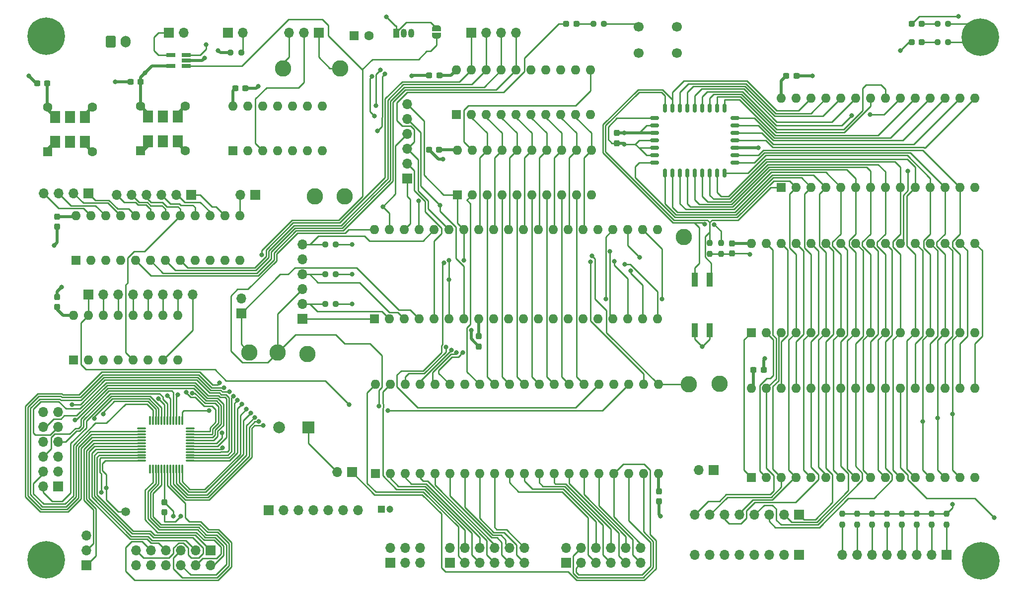
<source format=gbr>
%TF.GenerationSoftware,KiCad,Pcbnew,6.0.4+dfsg-1+b1*%
%TF.CreationDate,2022-05-07T15:32:52+10:00*%
%TF.ProjectId,65816-computer,36353831-362d-4636-9f6d-70757465722e,rev?*%
%TF.SameCoordinates,Original*%
%TF.FileFunction,Copper,L1,Top*%
%TF.FilePolarity,Positive*%
%FSLAX46Y46*%
G04 Gerber Fmt 4.6, Leading zero omitted, Abs format (unit mm)*
G04 Created by KiCad (PCBNEW 6.0.4+dfsg-1+b1) date 2022-05-07 15:32:52*
%MOMM*%
%LPD*%
G01*
G04 APERTURE LIST*
G04 Aperture macros list*
%AMRoundRect*
0 Rectangle with rounded corners*
0 $1 Rounding radius*
0 $2 $3 $4 $5 $6 $7 $8 $9 X,Y pos of 4 corners*
0 Add a 4 corners polygon primitive as box body*
4,1,4,$2,$3,$4,$5,$6,$7,$8,$9,$2,$3,0*
0 Add four circle primitives for the rounded corners*
1,1,$1+$1,$2,$3*
1,1,$1+$1,$4,$5*
1,1,$1+$1,$6,$7*
1,1,$1+$1,$8,$9*
0 Add four rect primitives between the rounded corners*
20,1,$1+$1,$2,$3,$4,$5,0*
20,1,$1+$1,$4,$5,$6,$7,0*
20,1,$1+$1,$6,$7,$8,$9,0*
20,1,$1+$1,$8,$9,$2,$3,0*%
%AMFreePoly0*
4,1,22,0.500000,-0.750000,0.000000,-0.750000,0.000000,-0.745033,-0.079941,-0.743568,-0.215256,-0.701293,-0.333266,-0.622738,-0.424486,-0.514219,-0.481581,-0.384460,-0.499164,-0.250000,-0.500000,-0.250000,-0.500000,0.250000,-0.499164,0.250000,-0.499963,0.256109,-0.478152,0.396186,-0.417904,0.524511,-0.324060,0.630769,-0.204165,0.706417,-0.067858,0.745374,0.000000,0.744959,0.000000,0.750000,
0.500000,0.750000,0.500000,-0.750000,0.500000,-0.750000,$1*%
%AMFreePoly1*
4,1,20,0.000000,0.744959,0.073905,0.744508,0.209726,0.703889,0.328688,0.626782,0.421226,0.519385,0.479903,0.390333,0.500000,0.250000,0.500000,-0.250000,0.499851,-0.262216,0.476331,-0.402017,0.414519,-0.529596,0.319384,-0.634700,0.198574,-0.708877,0.061801,-0.746166,0.000000,-0.745033,0.000000,-0.750000,-0.500000,-0.750000,-0.500000,0.750000,0.000000,0.750000,0.000000,0.744959,
0.000000,0.744959,$1*%
G04 Aperture macros list end*
%TA.AperFunction,ComponentPad*%
%ADD10R,1.600000X1.600000*%
%TD*%
%TA.AperFunction,ComponentPad*%
%ADD11C,1.600000*%
%TD*%
%TA.AperFunction,SMDPad,CuDef*%
%ADD12C,1.500000*%
%TD*%
%TA.AperFunction,ComponentPad*%
%ADD13R,1.700000X1.700000*%
%TD*%
%TA.AperFunction,ComponentPad*%
%ADD14O,1.700000X1.700000*%
%TD*%
%TA.AperFunction,ComponentPad*%
%ADD15O,1.600000X1.600000*%
%TD*%
%TA.AperFunction,SMDPad,CuDef*%
%ADD16RoundRect,0.237500X-0.237500X0.300000X-0.237500X-0.300000X0.237500X-0.300000X0.237500X0.300000X0*%
%TD*%
%TA.AperFunction,ComponentPad*%
%ADD17C,0.800000*%
%TD*%
%TA.AperFunction,ComponentPad*%
%ADD18C,6.400000*%
%TD*%
%TA.AperFunction,SMDPad,CuDef*%
%ADD19RoundRect,0.075000X0.662500X0.075000X-0.662500X0.075000X-0.662500X-0.075000X0.662500X-0.075000X0*%
%TD*%
%TA.AperFunction,SMDPad,CuDef*%
%ADD20RoundRect,0.075000X0.075000X0.662500X-0.075000X0.662500X-0.075000X-0.662500X0.075000X-0.662500X0*%
%TD*%
%TA.AperFunction,ComponentPad*%
%ADD21C,2.800000*%
%TD*%
%TA.AperFunction,SMDPad,CuDef*%
%ADD22RoundRect,0.237500X0.287500X0.237500X-0.287500X0.237500X-0.287500X-0.237500X0.287500X-0.237500X0*%
%TD*%
%TA.AperFunction,SMDPad,CuDef*%
%ADD23RoundRect,0.237500X0.237500X-0.250000X0.237500X0.250000X-0.237500X0.250000X-0.237500X-0.250000X0*%
%TD*%
%TA.AperFunction,SMDPad,CuDef*%
%ADD24RoundRect,0.237500X-0.237500X0.250000X-0.237500X-0.250000X0.237500X-0.250000X0.237500X0.250000X0*%
%TD*%
%TA.AperFunction,ComponentPad*%
%ADD25R,2.000000X2.000000*%
%TD*%
%TA.AperFunction,ComponentPad*%
%ADD26C,2.000000*%
%TD*%
%TA.AperFunction,SMDPad,CuDef*%
%ADD27RoundRect,0.150000X0.587500X-0.150000X0.587500X0.150000X-0.587500X0.150000X-0.587500X-0.150000X0*%
%TD*%
%TA.AperFunction,SMDPad,CuDef*%
%ADD28RoundRect,0.150000X0.150000X-0.587500X0.150000X0.587500X-0.150000X0.587500X-0.150000X-0.587500X0*%
%TD*%
%TA.AperFunction,SMDPad,CuDef*%
%ADD29RoundRect,0.237500X0.300000X0.237500X-0.300000X0.237500X-0.300000X-0.237500X0.300000X-0.237500X0*%
%TD*%
%TA.AperFunction,SMDPad,CuDef*%
%ADD30RoundRect,0.237500X-0.250000X-0.237500X0.250000X-0.237500X0.250000X0.237500X-0.250000X0.237500X0*%
%TD*%
%TA.AperFunction,SMDPad,CuDef*%
%ADD31RoundRect,0.237500X-0.300000X-0.237500X0.300000X-0.237500X0.300000X0.237500X-0.300000X0.237500X0*%
%TD*%
%TA.AperFunction,ComponentPad*%
%ADD32C,1.700000*%
%TD*%
%TA.AperFunction,SMDPad,CuDef*%
%ADD33FreePoly0,270.000000*%
%TD*%
%TA.AperFunction,SMDPad,CuDef*%
%ADD34FreePoly1,270.000000*%
%TD*%
%TA.AperFunction,ComponentPad*%
%ADD35RoundRect,0.250000X-0.600000X-0.750000X0.600000X-0.750000X0.600000X0.750000X-0.600000X0.750000X0*%
%TD*%
%TA.AperFunction,ComponentPad*%
%ADD36O,1.700000X2.000000*%
%TD*%
%TA.AperFunction,SMDPad,CuDef*%
%ADD37RoundRect,0.237500X0.237500X-0.300000X0.237500X0.300000X-0.237500X0.300000X-0.237500X-0.300000X0*%
%TD*%
%TA.AperFunction,ComponentPad*%
%ADD38R,1.200000X1.200000*%
%TD*%
%TA.AperFunction,ComponentPad*%
%ADD39C,1.200000*%
%TD*%
%TA.AperFunction,SMDPad,CuDef*%
%ADD40RoundRect,0.237500X0.250000X0.237500X-0.250000X0.237500X-0.250000X-0.237500X0.250000X-0.237500X0*%
%TD*%
%TA.AperFunction,SMDPad,CuDef*%
%ADD41R,1.560000X0.650000*%
%TD*%
%TA.AperFunction,SMDPad,CuDef*%
%ADD42R,1.800000X2.000000*%
%TD*%
%TA.AperFunction,SMDPad,CuDef*%
%ADD43R,1.120000X2.440000*%
%TD*%
%TA.AperFunction,ComponentPad*%
%ADD44R,1.050000X1.500000*%
%TD*%
%TA.AperFunction,ComponentPad*%
%ADD45O,1.050000X1.500000*%
%TD*%
%TA.AperFunction,ViaPad*%
%ADD46C,0.800000*%
%TD*%
%TA.AperFunction,Conductor*%
%ADD47C,0.500000*%
%TD*%
%TA.AperFunction,Conductor*%
%ADD48C,0.250000*%
%TD*%
G04 APERTURE END LIST*
D10*
%TO.P,X1,1,NC*%
%TO.N,+5V*%
X89662000Y-64643000D03*
D11*
%TO.P,X1,4,GND*%
%TO.N,GND*%
X97282000Y-64643000D03*
%TO.P,X1,5,OUT*%
%TO.N,/CPU& Bank Address Latching/CLK_UART*%
X97282000Y-57023000D03*
%TO.P,X1,8,Vcc*%
%TO.N,+5V*%
X89662000Y-57023000D03*
%TD*%
D12*
%TO.P,TP3,1,1*%
%TO.N,/CPU& Bank Address Latching/RES*%
X87122000Y-126238000D03*
%TD*%
D13*
%TO.P,J19,1,Pin_1*%
%TO.N,+5V*%
X132207000Y-135001000D03*
D14*
%TO.P,J19,2,Pin_2*%
%TO.N,GND*%
X132207000Y-132461000D03*
%TO.P,J19,3,Pin_3*%
%TO.N,+5V*%
X134747000Y-135001000D03*
%TO.P,J19,4,Pin_4*%
%TO.N,GND*%
X134747000Y-132461000D03*
%TO.P,J19,5,Pin_5*%
%TO.N,+5V*%
X137287000Y-135001000D03*
%TO.P,J19,6,Pin_6*%
%TO.N,GND*%
X137287000Y-132461000D03*
%TD*%
D10*
%TO.P,U11,1,A0*%
%TO.N,/CPU& Bank Address Latching/A11*%
X78232000Y-100330000D03*
D15*
%TO.P,U11,2,A1*%
%TO.N,/CPU& Bank Address Latching/A10*%
X80772000Y-100330000D03*
%TO.P,U11,3,A2*%
%TO.N,/CPU& Bank Address Latching/A9*%
X83312000Y-100330000D03*
%TO.P,U11,4,~{G2A}*%
%TO.N,/CPU& Bank Address Latching/A12*%
X85852000Y-100330000D03*
%TO.P,U11,5,~{G2B}*%
%TO.N,/IO/~{IOCS}*%
X88392000Y-100330000D03*
%TO.P,U11,6,G1*%
%TO.N,+5V*%
X90932000Y-100330000D03*
%TO.P,U11,7,~{Y7}*%
%TO.N,/IO/~{IO7}*%
X93472000Y-100330000D03*
%TO.P,U11,8,GND*%
%TO.N,GND*%
X96012000Y-100330000D03*
%TO.P,U11,9,~{Y6}*%
%TO.N,/IO/~{IO6}*%
X96012000Y-92710000D03*
%TO.P,U11,10,~{Y5}*%
%TO.N,/IO/~{IO5}*%
X93472000Y-92710000D03*
%TO.P,U11,11,~{Y4}*%
%TO.N,/IO/~{IO4}*%
X90932000Y-92710000D03*
%TO.P,U11,12,~{Y3}*%
%TO.N,/IO/~{IO3}*%
X88392000Y-92710000D03*
%TO.P,U11,13,~{Y2}*%
%TO.N,/IO/~{IO2}*%
X85852000Y-92710000D03*
%TO.P,U11,14,~{Y1}*%
%TO.N,/IO/~{IO1}*%
X83312000Y-92710000D03*
%TO.P,U11,15,~{Y0}*%
%TO.N,/IO/~{IO0}*%
X80772000Y-92710000D03*
%TO.P,U11,16,VCC*%
%TO.N,+5V*%
X78232000Y-92710000D03*
%TD*%
D16*
%TO.P,C13,1*%
%TO.N,+5V*%
X147320000Y-96292500D03*
%TO.P,C13,2*%
%TO.N,GND*%
X147320000Y-98017500D03*
%TD*%
D10*
%TO.P,U9,1,A14*%
%TO.N,/Memory/ROMSW1*%
X198882000Y-70876000D03*
D15*
%TO.P,U9,2,A12*%
%TO.N,/CPU& Bank Address Latching/A12*%
X201422000Y-70876000D03*
%TO.P,U9,3,A7*%
%TO.N,/CPU& Bank Address Latching/A7*%
X203962000Y-70876000D03*
%TO.P,U9,4,A6*%
%TO.N,/CPU& Bank Address Latching/A6*%
X206502000Y-70876000D03*
%TO.P,U9,5,A5*%
%TO.N,/CPU& Bank Address Latching/A5*%
X209042000Y-70876000D03*
%TO.P,U9,6,A4*%
%TO.N,/CPU& Bank Address Latching/A4*%
X211582000Y-70876000D03*
%TO.P,U9,7,A3*%
%TO.N,/CPU& Bank Address Latching/A3*%
X214122000Y-70876000D03*
%TO.P,U9,8,A2*%
%TO.N,/CPU& Bank Address Latching/A2*%
X216662000Y-70876000D03*
%TO.P,U9,9,A1*%
%TO.N,/CPU& Bank Address Latching/A1*%
X219202000Y-70876000D03*
%TO.P,U9,10,A0*%
%TO.N,/CPU& Bank Address Latching/A0*%
X221742000Y-70876000D03*
%TO.P,U9,11,D0*%
%TO.N,/CPU& Bank Address Latching/D0*%
X224282000Y-70876000D03*
%TO.P,U9,12,D1*%
%TO.N,/CPU& Bank Address Latching/D1*%
X226822000Y-70876000D03*
%TO.P,U9,13,D2*%
%TO.N,/CPU& Bank Address Latching/D2*%
X229362000Y-70876000D03*
%TO.P,U9,14,GND*%
%TO.N,GND*%
X231902000Y-70876000D03*
%TO.P,U9,15,D3*%
%TO.N,/CPU& Bank Address Latching/D3*%
X231902000Y-55636000D03*
%TO.P,U9,16,D4*%
%TO.N,/CPU& Bank Address Latching/D4*%
X229362000Y-55636000D03*
%TO.P,U9,17,D5*%
%TO.N,/CPU& Bank Address Latching/D5*%
X226822000Y-55636000D03*
%TO.P,U9,18,D6*%
%TO.N,/CPU& Bank Address Latching/D6*%
X224282000Y-55636000D03*
%TO.P,U9,19,D7*%
%TO.N,/CPU& Bank Address Latching/D7*%
X221742000Y-55636000D03*
%TO.P,U9,20,~{CS}*%
%TO.N,/Memory/~{ROMCS}*%
X219202000Y-55636000D03*
%TO.P,U9,21,A10*%
%TO.N,/CPU& Bank Address Latching/A10*%
X216662000Y-55636000D03*
%TO.P,U9,22,~{OE}*%
%TO.N,/Memory/~{RD}*%
X214122000Y-55636000D03*
%TO.P,U9,23,A11*%
%TO.N,/CPU& Bank Address Latching/A11*%
X211582000Y-55636000D03*
%TO.P,U9,24,A9*%
%TO.N,/CPU& Bank Address Latching/A9*%
X209042000Y-55636000D03*
%TO.P,U9,25,A8*%
%TO.N,/CPU& Bank Address Latching/A8*%
X206502000Y-55636000D03*
%TO.P,U9,26,A13*%
%TO.N,/Memory/ROMSW0*%
X203962000Y-55636000D03*
%TO.P,U9,27,~{WE}*%
%TO.N,+5V*%
X201422000Y-55636000D03*
%TO.P,U9,28,VCC*%
X198882000Y-55636000D03*
%TD*%
D17*
%TO.P,H1,1,1*%
%TO.N,GND*%
X75230056Y-43387944D03*
X73533000Y-42685000D03*
X75230056Y-46782056D03*
X73533000Y-47485000D03*
X71835944Y-46782056D03*
D18*
X73533000Y-45085000D03*
D17*
X71835944Y-43387944D03*
X75933000Y-45085000D03*
X71133000Y-45085000D03*
%TD*%
D19*
%TO.P,U12,1,D5*%
%TO.N,/CPU& Bank Address Latching/D5*%
X98142500Y-117558000D03*
%TO.P,U12,2,D6*%
%TO.N,/CPU& Bank Address Latching/D6*%
X98142500Y-117058000D03*
%TO.P,U12,3,D7*%
%TO.N,/CPU& Bank Address Latching/D7*%
X98142500Y-116558000D03*
%TO.P,U12,4,RXB*%
%TO.N,/IO/UART_RXB*%
X98142500Y-116058000D03*
%TO.P,U12,5,RXA*%
%TO.N,/IO/UART_RXA*%
X98142500Y-115558000D03*
%TO.P,U12,6,~{TXRDYB}*%
%TO.N,/IO/~{UART_TXRDYB}*%
X98142500Y-115058000D03*
%TO.P,U12,7,TXA*%
%TO.N,/IO/UART_TXA*%
X98142500Y-114558000D03*
%TO.P,U12,8,TXB*%
%TO.N,/IO/UART_TXB*%
X98142500Y-114058000D03*
%TO.P,U12,9,~{OPB}*%
%TO.N,/IO/~{UART_OPB}*%
X98142500Y-113558000D03*
%TO.P,U12,10,~{CSA}*%
%TO.N,/IO/~{IO1}*%
X98142500Y-113058000D03*
%TO.P,U12,11,~{CSB}*%
%TO.N,/IO/~{IO2}*%
X98142500Y-112558000D03*
%TO.P,U12,12,NC*%
%TO.N,unconnected-(U12-Pad12)*%
X98142500Y-112058000D03*
D20*
%TO.P,U12,13,XTAL1*%
%TO.N,/CPU& Bank Address Latching/CLK_UART*%
X96730000Y-110645500D03*
%TO.P,U12,14,XTAL2*%
%TO.N,unconnected-(U12-Pad14)*%
X96230000Y-110645500D03*
%TO.P,U12,15,~{IOW}*%
%TO.N,/Memory/~{WR}*%
X95730000Y-110645500D03*
%TO.P,U12,16,~{CDB}*%
%TO.N,/IO/~{UART_CDB}*%
X95230000Y-110645500D03*
%TO.P,U12,17,GND*%
%TO.N,GND*%
X94730000Y-110645500D03*
%TO.P,U12,18,~{RXRDYB}*%
%TO.N,/IO/~{UART_RXRDYB}*%
X94230000Y-110645500D03*
%TO.P,U12,19,~{IOR}*%
%TO.N,/Memory/~{RD}*%
X93730000Y-110645500D03*
%TO.P,U12,20,~{DSRB}*%
%TO.N,/IO/~{UART_DSRB}*%
X93230000Y-110645500D03*
%TO.P,U12,21,~{RIB}*%
%TO.N,/IO/~{UART_RIB}*%
X92730000Y-110645500D03*
%TO.P,U12,22,~{RTSB}*%
%TO.N,/IO/~{UART_RTSB}*%
X92230000Y-110645500D03*
%TO.P,U12,23,~{CTSB}*%
%TO.N,/IO/~{UART_CTSB}*%
X91730000Y-110645500D03*
%TO.P,U12,24,NC*%
%TO.N,unconnected-(U12-Pad24)*%
X91230000Y-110645500D03*
D19*
%TO.P,U12,25,NC*%
%TO.N,unconnected-(U12-Pad25)*%
X89817500Y-112058000D03*
%TO.P,U12,26,A2*%
%TO.N,/CPU& Bank Address Latching/A2*%
X89817500Y-112558000D03*
%TO.P,U12,27,A1*%
%TO.N,/CPU& Bank Address Latching/A1*%
X89817500Y-113058000D03*
%TO.P,U12,28,A0*%
%TO.N,/CPU& Bank Address Latching/A0*%
X89817500Y-113558000D03*
%TO.P,U12,29,INTB*%
%TO.N,/IO/UART_INTB*%
X89817500Y-114058000D03*
%TO.P,U12,30,INTA*%
%TO.N,/IO/UART_INTA*%
X89817500Y-114558000D03*
%TO.P,U12,31,~{RXRDYA}*%
%TO.N,/IO/~{UART_RXRDYA}*%
X89817500Y-115058000D03*
%TO.P,U12,32,~{OPA}*%
%TO.N,/IO/~{UART_OPA}*%
X89817500Y-115558000D03*
%TO.P,U12,33,~{RTSA}*%
%TO.N,/IO/~{UART_RTSA}*%
X89817500Y-116058000D03*
%TO.P,U12,34,~{DTRA}*%
%TO.N,/IO/~{UART_DTRA}*%
X89817500Y-116558000D03*
%TO.P,U12,35,~{DTRB}*%
%TO.N,/IO/~{UART_DTRB}*%
X89817500Y-117058000D03*
%TO.P,U12,36,RESET*%
%TO.N,/CPU& Bank Address Latching/RES*%
X89817500Y-117558000D03*
D20*
%TO.P,U12,37,NC*%
%TO.N,unconnected-(U12-Pad37)*%
X91230000Y-118970500D03*
%TO.P,U12,38,~{CTSA}*%
%TO.N,/IO/~{UART_CTSA}*%
X91730000Y-118970500D03*
%TO.P,U12,39,~{DSRA}*%
%TO.N,/IO/~{UART_DSRA}*%
X92230000Y-118970500D03*
%TO.P,U12,40,~{CDA}*%
%TO.N,/IO/~{UART_CDA}*%
X92730000Y-118970500D03*
%TO.P,U12,41,~{RIA}*%
%TO.N,/IO/~{UART_RIA}*%
X93230000Y-118970500D03*
%TO.P,U12,42,VCC*%
%TO.N,+5V*%
X93730000Y-118970500D03*
%TO.P,U12,43,~{TXRDYA}*%
%TO.N,/IO/~{UART_TXRDYA}*%
X94230000Y-118970500D03*
%TO.P,U12,44,D0*%
%TO.N,/CPU& Bank Address Latching/D0*%
X94730000Y-118970500D03*
%TO.P,U12,45,D1*%
%TO.N,/CPU& Bank Address Latching/D1*%
X95230000Y-118970500D03*
%TO.P,U12,46,D2*%
%TO.N,/CPU& Bank Address Latching/D2*%
X95730000Y-118970500D03*
%TO.P,U12,47,D3*%
%TO.N,/CPU& Bank Address Latching/D3*%
X96230000Y-118970500D03*
%TO.P,U12,48,D4*%
%TO.N,/CPU& Bank Address Latching/D4*%
X96730000Y-118970500D03*
%TD*%
D21*
%TO.P,TP7,1,1*%
%TO.N,GND*%
X124460000Y-72390000D03*
%TD*%
D17*
%TO.P,H4,1,1*%
%TO.N,GND*%
X232918000Y-132220000D03*
X232918000Y-137020000D03*
X234615056Y-132922944D03*
X231220944Y-136317056D03*
X235318000Y-134620000D03*
D18*
X232918000Y-134620000D03*
D17*
X230518000Y-134620000D03*
X231220944Y-132922944D03*
X234615056Y-136317056D03*
%TD*%
D13*
%TO.P,J9,1,Pin_1*%
%TO.N,/CPU& Bank Address Latching/D0*%
X227076000Y-133604000D03*
D14*
%TO.P,J9,2,Pin_2*%
%TO.N,/CPU& Bank Address Latching/D1*%
X224536000Y-133604000D03*
%TO.P,J9,3,Pin_3*%
%TO.N,/CPU& Bank Address Latching/D2*%
X221996000Y-133604000D03*
%TO.P,J9,4,Pin_4*%
%TO.N,/CPU& Bank Address Latching/D3*%
X219456000Y-133604000D03*
%TO.P,J9,5,Pin_5*%
%TO.N,/CPU& Bank Address Latching/D4*%
X216916000Y-133604000D03*
%TO.P,J9,6,Pin_6*%
%TO.N,/CPU& Bank Address Latching/D5*%
X214376000Y-133604000D03*
%TO.P,J9,7,Pin_7*%
%TO.N,/CPU& Bank Address Latching/D6*%
X211836000Y-133604000D03*
%TO.P,J9,8,Pin_8*%
%TO.N,/CPU& Bank Address Latching/D7*%
X209296000Y-133604000D03*
%TD*%
D17*
%TO.P,H3,1,1*%
%TO.N,GND*%
X73533000Y-132093000D03*
X73533000Y-136893000D03*
X71133000Y-134493000D03*
X71835944Y-132795944D03*
X71835944Y-136190056D03*
X75933000Y-134493000D03*
X75230056Y-136190056D03*
X75230056Y-132795944D03*
D18*
X73533000Y-134493000D03*
%TD*%
D22*
%TO.P,D1,1,K*%
%TO.N,Net-(D1-Pad1)*%
X222847500Y-46106000D03*
%TO.P,D1,2,A*%
%TO.N,/CPU& Bank Address Latching/RES*%
X221097500Y-46106000D03*
%TD*%
D10*
%TO.P,U13,1,VSS*%
%TO.N,GND*%
X129667000Y-119766000D03*
D15*
%TO.P,U13,2,PA0*%
%TO.N,/IO/VIA_PA0*%
X132207000Y-119766000D03*
%TO.P,U13,3,PA1*%
%TO.N,/IO/VIA_PA1*%
X134747000Y-119766000D03*
%TO.P,U13,4,PA2*%
%TO.N,/IO/VIA_PA2*%
X137287000Y-119766000D03*
%TO.P,U13,5,PA3*%
%TO.N,/IO/VIA_PA3*%
X139827000Y-119766000D03*
%TO.P,U13,6,PA4*%
%TO.N,/IO/VIA_PA4*%
X142367000Y-119766000D03*
%TO.P,U13,7,PA5*%
%TO.N,/IO/VIA_PA5*%
X144907000Y-119766000D03*
%TO.P,U13,8,PA6*%
%TO.N,/IO/VIA_PA6*%
X147447000Y-119766000D03*
%TO.P,U13,9,PA7*%
%TO.N,/IO/VIA_PA7*%
X149987000Y-119766000D03*
%TO.P,U13,10,PB0*%
%TO.N,/IO/VIA_PB0*%
X152527000Y-119766000D03*
%TO.P,U13,11,PB1*%
%TO.N,/IO/VIA_PB1*%
X155067000Y-119766000D03*
%TO.P,U13,12,PB2*%
%TO.N,/IO/VIA_PB2*%
X157607000Y-119766000D03*
%TO.P,U13,13,PB3*%
%TO.N,/IO/VIA_PB3*%
X160147000Y-119766000D03*
%TO.P,U13,14,PB4*%
%TO.N,/IO/VIA_PB4*%
X162687000Y-119766000D03*
%TO.P,U13,15,PB5*%
%TO.N,/IO/VIA_PB5*%
X165227000Y-119766000D03*
%TO.P,U13,16,PB6*%
%TO.N,/IO/VIA_PB6*%
X167767000Y-119766000D03*
%TO.P,U13,17,PB7*%
%TO.N,/IO/VIA_PB7*%
X170307000Y-119766000D03*
%TO.P,U13,18,CB1*%
%TO.N,/IO/VIA_CB1*%
X172847000Y-119766000D03*
%TO.P,U13,19,CB2*%
%TO.N,/IO/VIA_CB2*%
X175387000Y-119766000D03*
%TO.P,U13,20,VDD*%
%TO.N,+5V*%
X177927000Y-119766000D03*
%TO.P,U13,21,~{IRQ}*%
%TO.N,/CPU& Bank Address Latching/~{NMI}*%
X177927000Y-104526000D03*
%TO.P,U13,22,~{RW}*%
%TO.N,/CPU& Bank Address Latching/~{RW}*%
X175387000Y-104526000D03*
%TO.P,U13,23,~{CS2}*%
%TO.N,/IO/~{IO0}*%
X172847000Y-104526000D03*
%TO.P,U13,24,CS1*%
%TO.N,+5V*%
X170307000Y-104526000D03*
%TO.P,U13,25,~{PHI2}*%
%TO.N,/CPU& Bank Address Latching/CLK*%
X167767000Y-104526000D03*
%TO.P,U13,26,D7*%
%TO.N,/CPU& Bank Address Latching/D7*%
X165227000Y-104526000D03*
%TO.P,U13,27,D6*%
%TO.N,/CPU& Bank Address Latching/D6*%
X162687000Y-104526000D03*
%TO.P,U13,28,D5*%
%TO.N,/CPU& Bank Address Latching/D5*%
X160147000Y-104526000D03*
%TO.P,U13,29,D4*%
%TO.N,/CPU& Bank Address Latching/D4*%
X157607000Y-104526000D03*
%TO.P,U13,30,D3*%
%TO.N,/CPU& Bank Address Latching/D3*%
X155067000Y-104526000D03*
%TO.P,U13,31,D2*%
%TO.N,/CPU& Bank Address Latching/D2*%
X152527000Y-104526000D03*
%TO.P,U13,32,D1*%
%TO.N,/CPU& Bank Address Latching/D1*%
X149987000Y-104526000D03*
%TO.P,U13,33,D0*%
%TO.N,/CPU& Bank Address Latching/D0*%
X147447000Y-104526000D03*
%TO.P,U13,34,~{RES}*%
%TO.N,/CPU& Bank Address Latching/~{RES}*%
X144907000Y-104526000D03*
%TO.P,U13,35,RS3*%
%TO.N,/CPU& Bank Address Latching/A3*%
X142367000Y-104526000D03*
%TO.P,U13,36,RS2*%
%TO.N,/CPU& Bank Address Latching/A2*%
X139827000Y-104526000D03*
%TO.P,U13,37,RS1*%
%TO.N,/CPU& Bank Address Latching/A1*%
X137287000Y-104526000D03*
%TO.P,U13,38,RS0*%
%TO.N,/CPU& Bank Address Latching/A0*%
X134747000Y-104526000D03*
%TO.P,U13,39,CA2*%
%TO.N,/IO/VIA_CA2*%
X132207000Y-104526000D03*
%TO.P,U13,40,CA1*%
%TO.N,/IO/VIA_CA1*%
X129667000Y-104526000D03*
%TD*%
D23*
%TO.P,R13,1*%
%TO.N,/CPU& Bank Address Latching/D6*%
X211836000Y-128420500D03*
%TO.P,R13,2*%
%TO.N,+5V*%
X211836000Y-126595500D03*
%TD*%
D21*
%TO.P,TP8,1,1*%
%TO.N,GND*%
X188341000Y-104394000D03*
%TD*%
D10*
%TO.P,X2,1,NC*%
%TO.N,+5V*%
X73787000Y-64770000D03*
D11*
%TO.P,X2,4,GND*%
%TO.N,GND*%
X81407000Y-64770000D03*
%TO.P,X2,5,OUT*%
%TO.N,Net-(JP2-Pad3)*%
X81407000Y-57150000D03*
%TO.P,X2,8,Vcc*%
%TO.N,+5V*%
X73787000Y-57150000D03*
%TD*%
D24*
%TO.P,R16,1*%
%TO.N,/Memory/ROMSW1*%
X186690000Y-80367500D03*
%TO.P,R16,2*%
%TO.N,GND*%
X186690000Y-82192500D03*
%TD*%
D25*
%TO.P,LS1,1,1*%
%TO.N,/IO/SPEAKER*%
X118237000Y-111887000D03*
D26*
%TO.P,LS1,2,2*%
%TO.N,GND*%
X113237000Y-111887000D03*
%TD*%
D27*
%TO.P,U1,1,NC*%
%TO.N,GND*%
X177312500Y-62865000D03*
%TO.P,U1,2,A16*%
X177312500Y-64135000D03*
%TO.P,U1,3,A15*%
X177312500Y-65405000D03*
%TO.P,U1,4,A12*%
%TO.N,/CPU& Bank Address Latching/A12*%
X177312500Y-66675000D03*
D28*
%TO.P,U1,5,A7*%
%TO.N,/CPU& Bank Address Latching/A7*%
X179070000Y-68427500D03*
%TO.P,U1,6,A6*%
%TO.N,/CPU& Bank Address Latching/A6*%
X180340000Y-68427500D03*
%TO.P,U1,7,A5*%
%TO.N,/CPU& Bank Address Latching/A5*%
X181610000Y-68427500D03*
%TO.P,U1,8,A4*%
%TO.N,/CPU& Bank Address Latching/A4*%
X182880000Y-68427500D03*
%TO.P,U1,9,A3*%
%TO.N,/CPU& Bank Address Latching/A3*%
X184150000Y-68427500D03*
%TO.P,U1,10,A2*%
%TO.N,/CPU& Bank Address Latching/A2*%
X185420000Y-68427500D03*
%TO.P,U1,11,A1*%
%TO.N,/CPU& Bank Address Latching/A1*%
X186690000Y-68427500D03*
%TO.P,U1,12,A0*%
%TO.N,/CPU& Bank Address Latching/A0*%
X187960000Y-68427500D03*
%TO.P,U1,13,D0*%
%TO.N,/CPU& Bank Address Latching/D0*%
X189230000Y-68427500D03*
D27*
%TO.P,U1,14,D1*%
%TO.N,/CPU& Bank Address Latching/D1*%
X190987500Y-66675000D03*
%TO.P,U1,15,D2*%
%TO.N,/CPU& Bank Address Latching/D2*%
X190987500Y-65405000D03*
%TO.P,U1,16,GND*%
%TO.N,GND*%
X190987500Y-64135000D03*
%TO.P,U1,17,D3*%
%TO.N,/CPU& Bank Address Latching/D3*%
X190987500Y-62865000D03*
%TO.P,U1,18,D4*%
%TO.N,/CPU& Bank Address Latching/D4*%
X190987500Y-61595000D03*
%TO.P,U1,19,D5*%
%TO.N,/CPU& Bank Address Latching/D5*%
X190987500Y-60325000D03*
%TO.P,U1,20,D6*%
%TO.N,/CPU& Bank Address Latching/D6*%
X190987500Y-59055000D03*
D28*
%TO.P,U1,21,D7*%
%TO.N,/CPU& Bank Address Latching/D7*%
X189230000Y-57302500D03*
%TO.P,U1,22,CE*%
%TO.N,/Memory/~{RD}*%
X187960000Y-57302500D03*
%TO.P,U1,23,A10*%
%TO.N,/CPU& Bank Address Latching/A10*%
X186690000Y-57302500D03*
%TO.P,U1,24,OE*%
%TO.N,/Memory/~{ROMCS}*%
X185420000Y-57302500D03*
%TO.P,U1,25,A11*%
%TO.N,/CPU& Bank Address Latching/A11*%
X184150000Y-57302500D03*
%TO.P,U1,26,A9*%
%TO.N,/CPU& Bank Address Latching/A9*%
X182880000Y-57302500D03*
%TO.P,U1,27,A8*%
%TO.N,/CPU& Bank Address Latching/A8*%
X181610000Y-57302500D03*
%TO.P,U1,28,A13*%
%TO.N,/Memory/ROMSW0*%
X180340000Y-57302500D03*
%TO.P,U1,29,A14*%
%TO.N,/Memory/ROMSW1*%
X179070000Y-57302500D03*
D27*
%TO.P,U1,30,NC*%
%TO.N,GND*%
X177312500Y-59055000D03*
%TO.P,U1,31,PGM*%
%TO.N,+5V*%
X177312500Y-60325000D03*
%TO.P,U1,32,VCC*%
X177312500Y-61595000D03*
%TD*%
D29*
%TO.P,C3,1*%
%TO.N,+5V*%
X140562500Y-64470000D03*
%TO.P,C3,2*%
%TO.N,GND*%
X138837500Y-64470000D03*
%TD*%
D13*
%TO.P,J14,1,Pin_1*%
%TO.N,/CPU& Bank Address Latching/~{VP}*%
X117221000Y-93345000D03*
D14*
%TO.P,J14,2,Pin_2*%
%TO.N,/CPU& Bank Address Latching/RDY*%
X117221000Y-90805000D03*
%TO.P,J14,3,Pin_3*%
%TO.N,/CPU& Bank Address Latching/~{RES}*%
X117221000Y-88265000D03*
%TO.P,J14,4,Pin_4*%
%TO.N,/CPU& Bank Address Latching/~{ABORT}*%
X117221000Y-85725000D03*
%TO.P,J14,5,Pin_5*%
%TO.N,/CPU& Bank Address Latching/~{NMI}*%
X117221000Y-83185000D03*
%TO.P,J14,6,Pin_6*%
%TO.N,/CPU& Bank Address Latching/BE*%
X117221000Y-80645000D03*
%TD*%
D13*
%TO.P,J20,1,Pin_1*%
%TO.N,GND*%
X187330000Y-119126000D03*
D14*
%TO.P,J20,2,Pin_2*%
X184790000Y-119126000D03*
%TD*%
D23*
%TO.P,R10,1*%
%TO.N,/CPU& Bank Address Latching/D3*%
X219456000Y-128420500D03*
%TO.P,R10,2*%
%TO.N,+5V*%
X219456000Y-126595500D03*
%TD*%
D30*
%TO.P,R3,1*%
%TO.N,/CPU& Bank Address Latching/BE*%
X121134500Y-80645000D03*
%TO.P,R3,2*%
%TO.N,+5V*%
X122959500Y-80645000D03*
%TD*%
D22*
%TO.P,D3,1,K*%
%TO.N,Net-(D3-Pad1)*%
X163943000Y-42926000D03*
%TO.P,D3,2,A*%
%TO.N,/CPU& Bank Address Latching/EMU*%
X162193000Y-42926000D03*
%TD*%
D31*
%TO.P,C12,1*%
%TO.N,+5V*%
X105817500Y-53975000D03*
%TO.P,C12,2*%
%TO.N,GND*%
X107542500Y-53975000D03*
%TD*%
D13*
%TO.P,JP3,1,A*%
%TO.N,GND*%
X109220000Y-72136000D03*
D14*
%TO.P,JP3,2,B*%
%TO.N,/Memory/S0*%
X106680000Y-72136000D03*
%TD*%
D29*
%TO.P,C4,1*%
%TO.N,+5V*%
X140582500Y-51720000D03*
%TO.P,C4,2*%
%TO.N,GND*%
X138857500Y-51720000D03*
%TD*%
D17*
%TO.P,H2,1,1*%
%TO.N,GND*%
X232791000Y-47612000D03*
X230391000Y-45212000D03*
X235191000Y-45212000D03*
X231093944Y-43514944D03*
X231093944Y-46909056D03*
X234488056Y-43514944D03*
X232791000Y-42812000D03*
D18*
X232791000Y-45212000D03*
D17*
X234488056Y-46909056D03*
%TD*%
D13*
%TO.P,J6,1,Pin_1*%
%TO.N,+5V*%
X142429609Y-134946609D03*
D14*
%TO.P,J6,2,Pin_2*%
%TO.N,GND*%
X142429609Y-132406609D03*
%TO.P,J6,3,Pin_3*%
%TO.N,/IO/VIA_CA1*%
X144969609Y-134946609D03*
%TO.P,J6,4,Pin_4*%
%TO.N,/IO/VIA_CA2*%
X144969609Y-132406609D03*
%TO.P,J6,5,Pin_5*%
%TO.N,/IO/VIA_PA0*%
X147509609Y-134946609D03*
%TO.P,J6,6,Pin_6*%
%TO.N,/IO/VIA_PA1*%
X147509609Y-132406609D03*
%TO.P,J6,7,Pin_7*%
%TO.N,/IO/VIA_PA2*%
X150049609Y-134946609D03*
%TO.P,J6,8,Pin_8*%
%TO.N,/IO/VIA_PA3*%
X150049609Y-132406609D03*
%TO.P,J6,9,Pin_9*%
%TO.N,/IO/VIA_PA4*%
X152589609Y-134946609D03*
%TO.P,J6,10,Pin_10*%
%TO.N,/IO/VIA_PA5*%
X152589609Y-132406609D03*
%TO.P,J6,11,Pin_11*%
%TO.N,/IO/VIA_PA6*%
X155129609Y-134946609D03*
%TO.P,J6,12,Pin_12*%
%TO.N,/IO/VIA_PA7*%
X155129609Y-132406609D03*
%TD*%
D21*
%TO.P,TP11,1,1*%
%TO.N,/CPU& Bank Address Latching/CLK_UART*%
X123698000Y-50546000D03*
%TD*%
D13*
%TO.P,J10,1,Pin_1*%
%TO.N,/CPU& Bank Address Latching/A8*%
X201930000Y-126746000D03*
D14*
%TO.P,J10,2,Pin_2*%
%TO.N,/CPU& Bank Address Latching/A9*%
X199390000Y-126746000D03*
%TO.P,J10,3,Pin_3*%
%TO.N,/CPU& Bank Address Latching/A10*%
X196850000Y-126746000D03*
%TO.P,J10,4,Pin_4*%
%TO.N,/CPU& Bank Address Latching/A11*%
X194310000Y-126746000D03*
%TO.P,J10,5,Pin_5*%
%TO.N,/CPU& Bank Address Latching/A12*%
X191770000Y-126746000D03*
%TO.P,J10,6,Pin_6*%
%TO.N,/CPU& Bank Address Latching/A13*%
X189230000Y-126746000D03*
%TO.P,J10,7,Pin_7*%
%TO.N,/CPU& Bank Address Latching/A14*%
X186690000Y-126746000D03*
%TO.P,J10,8,Pin_8*%
%TO.N,/CPU& Bank Address Latching/A15*%
X184150000Y-126746000D03*
%TD*%
D23*
%TO.P,R14,1*%
%TO.N,/CPU& Bank Address Latching/D7*%
X209296000Y-128420500D03*
%TO.P,R14,2*%
%TO.N,+5V*%
X209296000Y-126595500D03*
%TD*%
D32*
%TO.P,SW1,1,1*%
%TO.N,GND*%
X174550000Y-43470000D03*
%TO.P,SW1,2,2*%
%TO.N,/CPU& Bank Address Latching/~{RES_BTN}*%
X181050000Y-43470000D03*
%TO.P,SW1,3*%
%TO.N,N/C*%
X174550000Y-47970000D03*
%TO.P,SW1,4*%
X181050000Y-47970000D03*
%TD*%
D33*
%TO.P,JP5,1,A*%
%TO.N,/CPU& Bank Address Latching/~{RES_BTN}*%
X140081000Y-43688000D03*
D34*
%TO.P,JP5,2,B*%
%TO.N,/CPU& Bank Address Latching/~{RES}*%
X140081000Y-44988000D03*
%TD*%
D35*
%TO.P,J3,1,Pin_1*%
%TO.N,+5V*%
X84582000Y-45974000D03*
D36*
%TO.P,J3,2,Pin_2*%
%TO.N,GND*%
X87082000Y-45974000D03*
%TD*%
D10*
%TO.P,U7,1,A18*%
%TO.N,/CPU& Bank Address Latching/A18*%
X193802000Y-95641000D03*
D15*
%TO.P,U7,2,A16*%
%TO.N,/CPU& Bank Address Latching/A16*%
X196342000Y-95641000D03*
%TO.P,U7,3,A14*%
%TO.N,/CPU& Bank Address Latching/A14*%
X198882000Y-95641000D03*
%TO.P,U7,4,A12*%
%TO.N,/CPU& Bank Address Latching/A12*%
X201422000Y-95641000D03*
%TO.P,U7,5,A7*%
%TO.N,/CPU& Bank Address Latching/A7*%
X203962000Y-95641000D03*
%TO.P,U7,6,A6*%
%TO.N,/CPU& Bank Address Latching/A6*%
X206502000Y-95641000D03*
%TO.P,U7,7,A5*%
%TO.N,/CPU& Bank Address Latching/A5*%
X209042000Y-95641000D03*
%TO.P,U7,8,A4*%
%TO.N,/CPU& Bank Address Latching/A4*%
X211582000Y-95641000D03*
%TO.P,U7,9,A3*%
%TO.N,/CPU& Bank Address Latching/A3*%
X214122000Y-95641000D03*
%TO.P,U7,10,A2*%
%TO.N,/CPU& Bank Address Latching/A2*%
X216662000Y-95641000D03*
%TO.P,U7,11,A1*%
%TO.N,/CPU& Bank Address Latching/A1*%
X219202000Y-95641000D03*
%TO.P,U7,12,A0*%
%TO.N,/CPU& Bank Address Latching/A0*%
X221742000Y-95641000D03*
%TO.P,U7,13,DQ0*%
%TO.N,/CPU& Bank Address Latching/D0*%
X224282000Y-95641000D03*
%TO.P,U7,14,DQ1*%
%TO.N,/CPU& Bank Address Latching/D1*%
X226822000Y-95641000D03*
%TO.P,U7,15,DQ2*%
%TO.N,/CPU& Bank Address Latching/D2*%
X229362000Y-95641000D03*
%TO.P,U7,16,VSS*%
%TO.N,GND*%
X231902000Y-95641000D03*
%TO.P,U7,17,DQ3*%
%TO.N,/CPU& Bank Address Latching/D3*%
X231902000Y-80401000D03*
%TO.P,U7,18,DQ4*%
%TO.N,/CPU& Bank Address Latching/D4*%
X229362000Y-80401000D03*
%TO.P,U7,19,DQ5*%
%TO.N,/CPU& Bank Address Latching/D5*%
X226822000Y-80401000D03*
%TO.P,U7,20,DQ6*%
%TO.N,/CPU& Bank Address Latching/D6*%
X224282000Y-80401000D03*
%TO.P,U7,21,DQ7*%
%TO.N,/CPU& Bank Address Latching/D7*%
X221742000Y-80401000D03*
%TO.P,U7,22,~{CE}*%
%TO.N,/Memory/~{RAM0CS}*%
X219202000Y-80401000D03*
%TO.P,U7,23,A10*%
%TO.N,/CPU& Bank Address Latching/A10*%
X216662000Y-80401000D03*
%TO.P,U7,24,~{OE}*%
%TO.N,/Memory/~{RD}*%
X214122000Y-80401000D03*
%TO.P,U7,25,A11*%
%TO.N,/CPU& Bank Address Latching/A11*%
X211582000Y-80401000D03*
%TO.P,U7,26,A9*%
%TO.N,/CPU& Bank Address Latching/A9*%
X209042000Y-80401000D03*
%TO.P,U7,27,A8*%
%TO.N,/CPU& Bank Address Latching/A8*%
X206502000Y-80401000D03*
%TO.P,U7,28,A13*%
%TO.N,/CPU& Bank Address Latching/A13*%
X203962000Y-80401000D03*
%TO.P,U7,29,~{WE}*%
%TO.N,/Memory/~{WR}*%
X201422000Y-80401000D03*
%TO.P,U7,30,A17*%
%TO.N,/CPU& Bank Address Latching/A17*%
X198882000Y-80401000D03*
%TO.P,U7,31,A15*%
%TO.N,/CPU& Bank Address Latching/A15*%
X196342000Y-80401000D03*
%TO.P,U7,32,VCC*%
%TO.N,+5V*%
X193802000Y-80401000D03*
%TD*%
D16*
%TO.P,C14,1*%
%TO.N,+5V*%
X170815000Y-61595000D03*
%TO.P,C14,2*%
%TO.N,GND*%
X170815000Y-63320000D03*
%TD*%
%TO.P,C7,1*%
%TO.N,+5V*%
X75438000Y-75845500D03*
%TO.P,C7,2*%
%TO.N,GND*%
X75438000Y-77570500D03*
%TD*%
D23*
%TO.P,R8,1*%
%TO.N,/CPU& Bank Address Latching/D1*%
X224536000Y-128420500D03*
%TO.P,R8,2*%
%TO.N,+5V*%
X224536000Y-126595500D03*
%TD*%
D13*
%TO.P,J17,1,Pin_1*%
%TO.N,/Memory/S1*%
X80772000Y-71882000D03*
D14*
%TO.P,J17,2,Pin_2*%
%TO.N,/Memory/S2*%
X78232000Y-71882000D03*
%TO.P,J17,3,Pin_3*%
%TO.N,/Memory/S3*%
X75692000Y-71882000D03*
%TO.P,J17,4,Pin_4*%
%TO.N,/Memory/S4*%
X73152000Y-71882000D03*
%TD*%
D13*
%TO.P,J13,1,Pin_1*%
%TO.N,/CPU& Bank Address Latching/MX*%
X135128000Y-69342000D03*
D14*
%TO.P,J13,2,Pin_2*%
%TO.N,/CPU& Bank Address Latching/~{ML}*%
X135128000Y-66802000D03*
%TO.P,J13,3,Pin_3*%
%TO.N,/CPU& Bank Address Latching/EMU*%
X135128000Y-64262000D03*
%TO.P,J13,4,Pin_4*%
%TO.N,/CPU& Bank Address Latching/VDA*%
X135128000Y-61722000D03*
%TO.P,J13,5,Pin_5*%
%TO.N,/CPU& Bank Address Latching/VPA*%
X135128000Y-59182000D03*
%TO.P,J13,6,Pin_6*%
%TO.N,/CPU& Bank Address Latching/~{RW}*%
X135128000Y-56642000D03*
%TD*%
D13*
%TO.P,JP4,1,A*%
%TO.N,/CPU& Bank Address Latching/~{IRQ}*%
X106807000Y-92379000D03*
D14*
%TO.P,JP4,2,B*%
%TO.N,+5V*%
X106807000Y-89839000D03*
%TD*%
D13*
%TO.P,J5,1,Pin_1*%
%TO.N,/IO/~{UART_DTRB}*%
X75570000Y-121920000D03*
D14*
%TO.P,J5,2,Pin_2*%
%TO.N,/IO/~{UART_DSRB}*%
X73030000Y-121920000D03*
%TO.P,J5,3,Pin_3*%
%TO.N,/IO/~{UART_OPB}*%
X75570000Y-119380000D03*
%TO.P,J5,4,Pin_4*%
%TO.N,/IO/~{UART_CTSB}*%
X73030000Y-119380000D03*
%TO.P,J5,5,Pin_5*%
%TO.N,/IO/~{UART_RIB}*%
X75570000Y-116840000D03*
%TO.P,J5,6,Pin_6*%
%TO.N,/IO/~{UART_CDB}*%
X73030000Y-116840000D03*
%TO.P,J5,7,Pin_7*%
%TO.N,/IO/~{UART_RXRDYB}*%
X75570000Y-114300000D03*
%TO.P,J5,8,Pin_8*%
%TO.N,/IO/UART_RXB*%
X73030000Y-114300000D03*
%TO.P,J5,9,Pin_9*%
%TO.N,/IO/~{UART_TXRDYB}*%
X75570000Y-111760000D03*
%TO.P,J5,10,Pin_10*%
%TO.N,/IO/UART_TXB*%
X73030000Y-111760000D03*
%TO.P,J5,11,Pin_11*%
%TO.N,/IO/~{UART_RTSB}*%
X75570000Y-109220000D03*
%TO.P,J5,12,Pin_12*%
%TO.N,GND*%
X73030000Y-109220000D03*
%TD*%
D10*
%TO.P,U10,1,~{R}*%
%TO.N,+5V*%
X105405000Y-64633000D03*
D15*
%TO.P,U10,2,D*%
%TO.N,/CPU& Bank Address Latching/CLK*%
X107945000Y-64633000D03*
%TO.P,U10,3,C*%
%TO.N,Net-(JP2-Pad2)*%
X110485000Y-64633000D03*
%TO.P,U10,4,~{S}*%
%TO.N,+5V*%
X113025000Y-64633000D03*
%TO.P,U10,5,Q*%
%TO.N,/CPU& Bank Address Latching/CLK*%
X115565000Y-64633000D03*
%TO.P,U10,6,~{Q}*%
%TO.N,/CPU& Bank Address Latching/CLK_INV*%
X118105000Y-64633000D03*
%TO.P,U10,7,GND*%
%TO.N,GND*%
X120645000Y-64633000D03*
%TO.P,U10,8,~{Q}*%
%TO.N,unconnected-(U10-Pad8)*%
X120645000Y-57013000D03*
%TO.P,U10,9,Q*%
%TO.N,unconnected-(U10-Pad9)*%
X118105000Y-57013000D03*
%TO.P,U10,10,~{S}*%
%TO.N,+5V*%
X115565000Y-57013000D03*
%TO.P,U10,11,C*%
X113025000Y-57013000D03*
%TO.P,U10,12,D*%
X110485000Y-57013000D03*
%TO.P,U10,13,~{R}*%
X107945000Y-57013000D03*
%TO.P,U10,14,VCC*%
X105405000Y-57013000D03*
%TD*%
D10*
%TO.P,U6,1,Clock*%
%TO.N,/CPU& Bank Address Latching/CLK*%
X78608000Y-83302000D03*
D15*
%TO.P,U6,2,RW*%
%TO.N,/CPU& Bank Address Latching/~{RW}*%
X81148000Y-83302000D03*
%TO.P,U6,3,VPA*%
%TO.N,/CPU& Bank Address Latching/VPA*%
X83688000Y-83302000D03*
%TO.P,U6,4,VDA*%
%TO.N,/CPU& Bank Address Latching/VDA*%
X86228000Y-83302000D03*
%TO.P,U6,5,A19*%
%TO.N,/CPU& Bank Address Latching/A19*%
X88768000Y-83302000D03*
%TO.P,U6,6,A18*%
%TO.N,/CPU& Bank Address Latching/A18*%
X91308000Y-83302000D03*
%TO.P,U6,7,A17*%
%TO.N,/CPU& Bank Address Latching/A17*%
X93848000Y-83302000D03*
%TO.P,U6,8,A16*%
%TO.N,/CPU& Bank Address Latching/A16*%
X96388000Y-83302000D03*
%TO.P,U6,9,A15*%
%TO.N,/CPU& Bank Address Latching/A15*%
X98928000Y-83302000D03*
%TO.P,U6,10,A14*%
%TO.N,/CPU& Bank Address Latching/A14*%
X101468000Y-83302000D03*
%TO.P,U6,11,A13*%
%TO.N,/CPU& Bank Address Latching/A13*%
X104008000Y-83302000D03*
%TO.P,U6,12,GND*%
%TO.N,GND*%
X106548000Y-83302000D03*
%TO.P,U6,13,S0*%
%TO.N,/Memory/S0*%
X106548000Y-75682000D03*
%TO.P,U6,14,~{RAM0}*%
%TO.N,/Memory/~{RAM0CS}*%
X104008000Y-75682000D03*
%TO.P,U6,15,~{RAM1}*%
%TO.N,/Memory/~{RAM1CS}*%
X101468000Y-75682000D03*
%TO.P,U6,16,~{ROM}*%
%TO.N,/Memory/~{ROMCS}*%
X98928000Y-75682000D03*
%TO.P,U6,17,~{IO}*%
%TO.N,/IO/~{IOCS}*%
X96388000Y-75682000D03*
%TO.P,U6,18,~{RD}*%
%TO.N,/Memory/~{RD}*%
X93848000Y-75682000D03*
%TO.P,U6,19,~{WR}*%
%TO.N,/Memory/~{WR}*%
X91308000Y-75682000D03*
%TO.P,U6,20,S1*%
%TO.N,/Memory/S1*%
X88768000Y-75682000D03*
%TO.P,U6,21,S2*%
%TO.N,/Memory/S2*%
X86228000Y-75682000D03*
%TO.P,U6,22,S3*%
%TO.N,/Memory/S3*%
X83688000Y-75682000D03*
%TO.P,U6,23,S4*%
%TO.N,/Memory/S4*%
X81148000Y-75682000D03*
%TO.P,U6,24,VCC*%
%TO.N,+5V*%
X78608000Y-75682000D03*
%TD*%
D37*
%TO.P,C1,1*%
%TO.N,+5V*%
X75438000Y-91286500D03*
%TO.P,C1,2*%
%TO.N,GND*%
X75438000Y-89561500D03*
%TD*%
D29*
%TO.P,C6,1*%
%TO.N,+5V*%
X73760500Y-53086000D03*
%TO.P,C6,2*%
%TO.N,GND*%
X72035500Y-53086000D03*
%TD*%
D38*
%TO.P,C16,1*%
%TO.N,+5V*%
X130683000Y-125857000D03*
D39*
%TO.P,C16,2*%
%TO.N,GND*%
X132183000Y-125857000D03*
%TD*%
D13*
%TO.P,J16,1,Pin_1*%
%TO.N,/Memory/~{RAM0CS}*%
X98298000Y-72136000D03*
D14*
%TO.P,J16,2,Pin_2*%
%TO.N,/Memory/~{RAM1CS}*%
X95758000Y-72136000D03*
%TO.P,J16,3,Pin_3*%
%TO.N,/Memory/~{ROMCS}*%
X93218000Y-72136000D03*
%TO.P,J16,4,Pin_4*%
%TO.N,/IO/~{IOCS}*%
X90678000Y-72136000D03*
%TO.P,J16,5,Pin_5*%
%TO.N,/Memory/~{RD}*%
X88138000Y-72136000D03*
%TO.P,J16,6,Pin_6*%
%TO.N,/Memory/~{WR}*%
X85598000Y-72136000D03*
%TD*%
D40*
%TO.P,R6,1*%
%TO.N,Net-(J1-Pad2)*%
X106830500Y-47879000D03*
%TO.P,R6,2*%
%TO.N,GND*%
X105005500Y-47879000D03*
%TD*%
D21*
%TO.P,TP9,1,1*%
%TO.N,GND*%
X118110000Y-99314000D03*
%TD*%
D24*
%TO.P,R15,1*%
%TO.N,/Memory/ROMSW0*%
X188595000Y-80367500D03*
%TO.P,R15,2*%
%TO.N,GND*%
X188595000Y-82192500D03*
%TD*%
D23*
%TO.P,R7,1*%
%TO.N,/CPU& Bank Address Latching/D0*%
X227076000Y-128420500D03*
%TO.P,R7,2*%
%TO.N,+5V*%
X227076000Y-126595500D03*
%TD*%
%TO.P,R11,1*%
%TO.N,/CPU& Bank Address Latching/D4*%
X216916000Y-128420500D03*
%TO.P,R11,2*%
%TO.N,+5V*%
X216916000Y-126595500D03*
%TD*%
D30*
%TO.P,R4,1*%
%TO.N,Net-(D1-Pad1)*%
X225505000Y-46106000D03*
%TO.P,R4,2*%
%TO.N,GND*%
X227330000Y-46106000D03*
%TD*%
D13*
%TO.P,J2,1,Pin_1*%
%TO.N,/CPU& Bank Address Latching/~{RES_BTN}*%
X94483000Y-44450000D03*
D14*
%TO.P,J2,2,Pin_2*%
%TO.N,GND*%
X97023000Y-44450000D03*
%TD*%
D16*
%TO.P,C5,1*%
%TO.N,+5V*%
X178054000Y-122735000D03*
%TO.P,C5,2*%
%TO.N,GND*%
X178054000Y-124460000D03*
%TD*%
D41*
%TO.P,U5,1,~{RST}*%
%TO.N,/CPU& Bank Address Latching/~{RES}*%
X97470000Y-50160000D03*
%TO.P,U5,2,GND*%
%TO.N,GND*%
X97470000Y-49210000D03*
%TO.P,U5,3,RST*%
%TO.N,/CPU& Bank Address Latching/RES*%
X97470000Y-48260000D03*
%TO.P,U5,4,~{MR}*%
%TO.N,/CPU& Bank Address Latching/~{RES_BTN}*%
X94770000Y-48260000D03*
%TO.P,U5,5,VDD*%
%TO.N,+5V*%
X94770000Y-50160000D03*
%TD*%
D30*
%TO.P,R5,1*%
%TO.N,Net-(D2-Pad1)*%
X225505000Y-42931000D03*
%TO.P,R5,2*%
%TO.N,GND*%
X227330000Y-42931000D03*
%TD*%
%TO.P,R2,1*%
%TO.N,/CPU& Bank Address Latching/RDY*%
X121134500Y-90805000D03*
%TO.P,R2,2*%
%TO.N,+5V*%
X122959500Y-90805000D03*
%TD*%
D10*
%TO.P,U4,1,~{VP}*%
%TO.N,/CPU& Bank Address Latching/~{VP}*%
X129540000Y-93345000D03*
D15*
%TO.P,U4,2,RDY*%
%TO.N,/CPU& Bank Address Latching/RDY*%
X132080000Y-93345000D03*
%TO.P,U4,3,~{ABORT}*%
%TO.N,/CPU& Bank Address Latching/~{ABORT}*%
X134620000Y-93345000D03*
%TO.P,U4,4,~{IRQ}*%
%TO.N,/CPU& Bank Address Latching/~{IRQ}*%
X137160000Y-93345000D03*
%TO.P,U4,5,~{ML}*%
%TO.N,/CPU& Bank Address Latching/~{ML}*%
X139700000Y-93345000D03*
%TO.P,U4,6,~{NMI}*%
%TO.N,/CPU& Bank Address Latching/~{NMI}*%
X142240000Y-93345000D03*
%TO.P,U4,7,VPA*%
%TO.N,/CPU& Bank Address Latching/VPA*%
X144780000Y-93345000D03*
%TO.P,U4,8,VDD*%
%TO.N,+5V*%
X147320000Y-93345000D03*
%TO.P,U4,9,A0*%
%TO.N,/CPU& Bank Address Latching/A0*%
X149860000Y-93345000D03*
%TO.P,U4,10,A1*%
%TO.N,/CPU& Bank Address Latching/A1*%
X152400000Y-93345000D03*
%TO.P,U4,11,A2*%
%TO.N,/CPU& Bank Address Latching/A2*%
X154940000Y-93345000D03*
%TO.P,U4,12,A3*%
%TO.N,/CPU& Bank Address Latching/A3*%
X157480000Y-93345000D03*
%TO.P,U4,13,A4*%
%TO.N,/CPU& Bank Address Latching/A4*%
X160020000Y-93345000D03*
%TO.P,U4,14,A5*%
%TO.N,/CPU& Bank Address Latching/A5*%
X162560000Y-93345000D03*
%TO.P,U4,15,A6*%
%TO.N,/CPU& Bank Address Latching/A6*%
X165100000Y-93345000D03*
%TO.P,U4,16,A7*%
%TO.N,/CPU& Bank Address Latching/A7*%
X167640000Y-93345000D03*
%TO.P,U4,17,A8*%
%TO.N,/CPU& Bank Address Latching/A8*%
X170180000Y-93345000D03*
%TO.P,U4,18,A9*%
%TO.N,/CPU& Bank Address Latching/A9*%
X172720000Y-93345000D03*
%TO.P,U4,19,A10*%
%TO.N,/CPU& Bank Address Latching/A10*%
X175260000Y-93345000D03*
%TO.P,U4,20,A11*%
%TO.N,/CPU& Bank Address Latching/A11*%
X177800000Y-93345000D03*
%TO.P,U4,21,VSS*%
%TO.N,GND*%
X177800000Y-78105000D03*
%TO.P,U4,22,A12*%
%TO.N,/CPU& Bank Address Latching/A12*%
X175260000Y-78105000D03*
%TO.P,U4,23,A13*%
%TO.N,/CPU& Bank Address Latching/A13*%
X172720000Y-78105000D03*
%TO.P,U4,24,A14*%
%TO.N,/CPU& Bank Address Latching/A14*%
X170180000Y-78105000D03*
%TO.P,U4,25,A15*%
%TO.N,/CPU& Bank Address Latching/A15*%
X167640000Y-78105000D03*
%TO.P,U4,26,D7*%
%TO.N,/CPU& Bank Address Latching/DB7*%
X165100000Y-78105000D03*
%TO.P,U4,27,D6*%
%TO.N,/CPU& Bank Address Latching/DB6*%
X162560000Y-78105000D03*
%TO.P,U4,28,D5*%
%TO.N,/CPU& Bank Address Latching/DB5*%
X160020000Y-78105000D03*
%TO.P,U4,29,D4*%
%TO.N,/CPU& Bank Address Latching/DB4*%
X157480000Y-78105000D03*
%TO.P,U4,30,D3*%
%TO.N,/CPU& Bank Address Latching/DB3*%
X154940000Y-78105000D03*
%TO.P,U4,31,D2*%
%TO.N,/CPU& Bank Address Latching/DB2*%
X152400000Y-78105000D03*
%TO.P,U4,32,D1*%
%TO.N,/CPU& Bank Address Latching/DB1*%
X149860000Y-78105000D03*
%TO.P,U4,33,D0*%
%TO.N,/CPU& Bank Address Latching/DB0*%
X147320000Y-78105000D03*
%TO.P,U4,34,~{RW}*%
%TO.N,/CPU& Bank Address Latching/~{RW}*%
X144780000Y-78105000D03*
%TO.P,U4,35,E*%
%TO.N,/CPU& Bank Address Latching/EMU*%
X142240000Y-78105000D03*
%TO.P,U4,36,BE*%
%TO.N,/CPU& Bank Address Latching/BE*%
X139700000Y-78105000D03*
%TO.P,U4,37,PHI2*%
%TO.N,/CPU& Bank Address Latching/CLK*%
X137160000Y-78105000D03*
%TO.P,U4,38,MX*%
%TO.N,/CPU& Bank Address Latching/MX*%
X134620000Y-78105000D03*
%TO.P,U4,39,VDA*%
%TO.N,/CPU& Bank Address Latching/VDA*%
X132080000Y-78105000D03*
%TO.P,U4,40,~{RES}*%
%TO.N,/CPU& Bank Address Latching/~{RES}*%
X129540000Y-78105000D03*
%TD*%
D13*
%TO.P,J4,1,Pin_1*%
%TO.N,/IO/~{UART_DTRA}*%
X101600000Y-132842000D03*
D14*
%TO.P,J4,2,Pin_2*%
%TO.N,/IO/~{UART_DSRA}*%
X101600000Y-135382000D03*
%TO.P,J4,3,Pin_3*%
%TO.N,/IO/~{UART_OPA}*%
X99060000Y-132842000D03*
%TO.P,J4,4,Pin_4*%
%TO.N,/IO/~{UART_CTSA}*%
X99060000Y-135382000D03*
%TO.P,J4,5,Pin_5*%
%TO.N,/IO/~{UART_RIA}*%
X96520000Y-132842000D03*
%TO.P,J4,6,Pin_6*%
%TO.N,/IO/~{UART_CDA}*%
X96520000Y-135382000D03*
%TO.P,J4,7,Pin_7*%
%TO.N,/IO/~{UART_RXRDYA}*%
X93980000Y-132842000D03*
%TO.P,J4,8,Pin_8*%
%TO.N,/IO/UART_RXA*%
X93980000Y-135382000D03*
%TO.P,J4,9,Pin_9*%
%TO.N,/IO/~{UART_TXRDYA}*%
X91440000Y-132842000D03*
%TO.P,J4,10,Pin_10*%
%TO.N,/IO/UART_TXA*%
X91440000Y-135382000D03*
%TO.P,J4,11,Pin_11*%
%TO.N,/IO/~{UART_RTSA}*%
X88900000Y-132842000D03*
%TO.P,J4,12,Pin_12*%
%TO.N,GND*%
X88900000Y-135382000D03*
%TD*%
D29*
%TO.P,C11,1*%
%TO.N,+5V*%
X89635500Y-52832000D03*
%TO.P,C11,2*%
%TO.N,GND*%
X87910500Y-52832000D03*
%TD*%
D10*
%TO.P,U3,1,OE*%
%TO.N,GND*%
X143510000Y-58420000D03*
D15*
%TO.P,U3,2,D0*%
%TO.N,/CPU& Bank Address Latching/DB0*%
X146050000Y-58420000D03*
%TO.P,U3,3,D1*%
%TO.N,/CPU& Bank Address Latching/DB1*%
X148590000Y-58420000D03*
%TO.P,U3,4,D2*%
%TO.N,/CPU& Bank Address Latching/DB2*%
X151130000Y-58420000D03*
%TO.P,U3,5,D3*%
%TO.N,/CPU& Bank Address Latching/DB3*%
X153670000Y-58420000D03*
%TO.P,U3,6,D4*%
%TO.N,/CPU& Bank Address Latching/DB4*%
X156210000Y-58420000D03*
%TO.P,U3,7,D5*%
%TO.N,/CPU& Bank Address Latching/DB5*%
X158750000Y-58420000D03*
%TO.P,U3,8,D6*%
%TO.N,/CPU& Bank Address Latching/DB6*%
X161290000Y-58420000D03*
%TO.P,U3,9,D7*%
%TO.N,/CPU& Bank Address Latching/DB7*%
X163830000Y-58420000D03*
%TO.P,U3,10,GND*%
%TO.N,GND*%
X166370000Y-58420000D03*
%TO.P,U3,11,Load*%
%TO.N,/CPU& Bank Address Latching/CLK_INV*%
X166370000Y-50800000D03*
%TO.P,U3,12,Q7*%
%TO.N,unconnected-(U3-Pad12)*%
X163830000Y-50800000D03*
%TO.P,U3,13,Q6*%
%TO.N,unconnected-(U3-Pad13)*%
X161290000Y-50800000D03*
%TO.P,U3,14,Q5*%
%TO.N,unconnected-(U3-Pad14)*%
X158750000Y-50800000D03*
%TO.P,U3,15,Q4*%
%TO.N,unconnected-(U3-Pad15)*%
X156210000Y-50800000D03*
%TO.P,U3,16,Q3*%
%TO.N,/CPU& Bank Address Latching/A19*%
X153670000Y-50800000D03*
%TO.P,U3,17,Q2*%
%TO.N,/CPU& Bank Address Latching/A18*%
X151130000Y-50800000D03*
%TO.P,U3,18,Q1*%
%TO.N,/CPU& Bank Address Latching/A17*%
X148590000Y-50800000D03*
%TO.P,U3,19,Q0*%
%TO.N,/CPU& Bank Address Latching/A16*%
X146050000Y-50800000D03*
%TO.P,U3,20,VCC*%
%TO.N,+5V*%
X143510000Y-50800000D03*
%TD*%
D21*
%TO.P,TP4,1,1*%
%TO.N,/CPU& Bank Address Latching/~{RES}*%
X113030000Y-99060000D03*
%TD*%
D16*
%TO.P,C8,1*%
%TO.N,+5V*%
X93726000Y-124613500D03*
%TO.P,C8,2*%
%TO.N,GND*%
X93726000Y-126338500D03*
%TD*%
D13*
%TO.P,JP1,1,A*%
%TO.N,/IO/VIA_PB7*%
X125730000Y-119507000D03*
D14*
%TO.P,JP1,2,B*%
%TO.N,/IO/SPEAKER*%
X123190000Y-119507000D03*
%TD*%
D21*
%TO.P,TP6,1,1*%
%TO.N,/CPU& Bank Address Latching/~{NMI}*%
X183134000Y-104521000D03*
%TD*%
D13*
%TO.P,J18,1,Pin_1*%
%TO.N,GND*%
X111500600Y-125984400D03*
D14*
%TO.P,J18,2,Pin_2*%
%TO.N,unconnected-(J18-Pad2)*%
X114040600Y-125984400D03*
%TO.P,J18,3,Pin_3*%
%TO.N,/IO/VIA_PA0*%
X116580600Y-125984400D03*
%TO.P,J18,4,Pin_4*%
%TO.N,/IO/VIA_PA1*%
X119120600Y-125984400D03*
%TO.P,J18,5,Pin_5*%
%TO.N,/IO/VIA_PA2*%
X121660600Y-125984400D03*
%TO.P,J18,6,Pin_6*%
%TO.N,/IO/VIA_PA3*%
X124200600Y-125984400D03*
%TO.P,J18,7,Pin_7*%
%TO.N,+5V*%
X126740600Y-125984400D03*
%TD*%
D23*
%TO.P,R9,1*%
%TO.N,/CPU& Bank Address Latching/D2*%
X221996000Y-128420500D03*
%TO.P,R9,2*%
%TO.N,+5V*%
X221996000Y-126595500D03*
%TD*%
D22*
%TO.P,D2,1,K*%
%TO.N,Net-(D2-Pad1)*%
X222847500Y-42931000D03*
%TO.P,D2,2,A*%
%TO.N,+5V*%
X221097500Y-42931000D03*
%TD*%
D30*
%TO.P,R1,1*%
%TO.N,/CPU& Bank Address Latching/~{ABORT}*%
X121134500Y-85725000D03*
%TO.P,R1,2*%
%TO.N,+5V*%
X122959500Y-85725000D03*
%TD*%
D13*
%TO.P,J1,1,Pin_1*%
%TO.N,+5V*%
X104516000Y-44450000D03*
D14*
%TO.P,J1,2,Pin_2*%
%TO.N,Net-(J1-Pad2)*%
X107056000Y-44450000D03*
%TD*%
D21*
%TO.P,TP5,1,1*%
%TO.N,/CPU& Bank Address Latching/~{IRQ}*%
X108204000Y-99060000D03*
%TD*%
D31*
%TO.P,C9,1*%
%TO.N,+5V*%
X194137500Y-102070000D03*
%TO.P,C9,2*%
%TO.N,GND*%
X195862500Y-102070000D03*
%TD*%
D21*
%TO.P,TP1,1,1*%
%TO.N,/CPU& Bank Address Latching/CLK*%
X119380000Y-72390000D03*
%TD*%
D42*
%TO.P,X2_ALT,1*%
%TO.N,+5V*%
X75057000Y-63060000D03*
%TO.P,X2_ALT,2*%
%TO.N,N/C*%
X77597000Y-63060000D03*
%TO.P,X2_ALT,3*%
%TO.N,GND*%
X80137000Y-63060000D03*
%TO.P,X2_ALT,4*%
%TO.N,Net-(JP2-Pad3)*%
X80137000Y-58860000D03*
%TO.P,X2_ALT,5*%
%TO.N,N/C*%
X77597000Y-58860000D03*
%TO.P,X2_ALT,6*%
%TO.N,+5V*%
X75057000Y-58860000D03*
%TD*%
%TO.P,X1_ALT,1*%
%TO.N,+5V*%
X90932000Y-62992000D03*
%TO.P,X1_ALT,2*%
%TO.N,N/C*%
X93472000Y-62992000D03*
%TO.P,X1_ALT,3*%
%TO.N,GND*%
X96012000Y-62992000D03*
%TO.P,X1_ALT,4*%
%TO.N,/CPU& Bank Address Latching/CLK_UART*%
X96012000Y-58792000D03*
%TO.P,X1_ALT,5*%
%TO.N,N/C*%
X93472000Y-58792000D03*
%TO.P,X1_ALT,6*%
%TO.N,+5V*%
X90932000Y-58792000D03*
%TD*%
D43*
%TO.P,SW2,1*%
%TO.N,+5V*%
X184150000Y-95237000D03*
%TO.P,SW2,2*%
X186690000Y-95237000D03*
%TO.P,SW2,3*%
%TO.N,/Memory/ROMSW1*%
X186690000Y-86627000D03*
%TO.P,SW2,4*%
%TO.N,/Memory/ROMSW0*%
X184150000Y-86627000D03*
%TD*%
D13*
%TO.P,J12,1,Pin_1*%
%TO.N,/IO/~{IO0}*%
X80787000Y-89154000D03*
D14*
%TO.P,J12,2,Pin_2*%
%TO.N,/IO/~{IO1}*%
X83327000Y-89154000D03*
%TO.P,J12,3,Pin_3*%
%TO.N,/IO/~{IO2}*%
X85867000Y-89154000D03*
%TO.P,J12,4,Pin_4*%
%TO.N,/IO/~{IO3}*%
X88407000Y-89154000D03*
%TO.P,J12,5,Pin_5*%
%TO.N,/IO/~{IO4}*%
X90947000Y-89154000D03*
%TO.P,J12,6,Pin_6*%
%TO.N,/IO/~{IO5}*%
X93487000Y-89154000D03*
%TO.P,J12,7,Pin_7*%
%TO.N,/IO/~{IO6}*%
X96027000Y-89154000D03*
%TO.P,J12,8,Pin_8*%
%TO.N,/IO/~{IO7}*%
X98567000Y-89154000D03*
%TD*%
D10*
%TO.P,C15,1*%
%TO.N,+5V*%
X126071621Y-44958000D03*
D11*
%TO.P,C15,2*%
%TO.N,GND*%
X128571621Y-44958000D03*
%TD*%
D10*
%TO.P,U2,1,A->B*%
%TO.N,/CPU& Bank Address Latching/~{RW}*%
X143637000Y-72131000D03*
D15*
%TO.P,U2,2,A0*%
%TO.N,/CPU& Bank Address Latching/D0*%
X146177000Y-72131000D03*
%TO.P,U2,3,A1*%
%TO.N,/CPU& Bank Address Latching/D1*%
X148717000Y-72131000D03*
%TO.P,U2,4,A2*%
%TO.N,/CPU& Bank Address Latching/D2*%
X151257000Y-72131000D03*
%TO.P,U2,5,A3*%
%TO.N,/CPU& Bank Address Latching/D3*%
X153797000Y-72131000D03*
%TO.P,U2,6,A4*%
%TO.N,/CPU& Bank Address Latching/D4*%
X156337000Y-72131000D03*
%TO.P,U2,7,A5*%
%TO.N,/CPU& Bank Address Latching/D5*%
X158877000Y-72131000D03*
%TO.P,U2,8,A6*%
%TO.N,/CPU& Bank Address Latching/D6*%
X161417000Y-72131000D03*
%TO.P,U2,9,A7*%
%TO.N,/CPU& Bank Address Latching/D7*%
X163957000Y-72131000D03*
%TO.P,U2,10,GND*%
%TO.N,GND*%
X166497000Y-72131000D03*
%TO.P,U2,11,B7*%
%TO.N,/CPU& Bank Address Latching/DB7*%
X166497000Y-64511000D03*
%TO.P,U2,12,B6*%
%TO.N,/CPU& Bank Address Latching/DB6*%
X163957000Y-64511000D03*
%TO.P,U2,13,B5*%
%TO.N,/CPU& Bank Address Latching/DB5*%
X161417000Y-64511000D03*
%TO.P,U2,14,B4*%
%TO.N,/CPU& Bank Address Latching/DB4*%
X158877000Y-64511000D03*
%TO.P,U2,15,B3*%
%TO.N,/CPU& Bank Address Latching/DB3*%
X156337000Y-64511000D03*
%TO.P,U2,16,B2*%
%TO.N,/CPU& Bank Address Latching/DB2*%
X153797000Y-64511000D03*
%TO.P,U2,17,B1*%
%TO.N,/CPU& Bank Address Latching/DB1*%
X151257000Y-64511000D03*
%TO.P,U2,18,B0*%
%TO.N,/CPU& Bank Address Latching/DB0*%
X148717000Y-64511000D03*
%TO.P,U2,19,CE*%
%TO.N,/CPU& Bank Address Latching/CLK_INV*%
X146177000Y-64511000D03*
%TO.P,U2,20,VCC*%
%TO.N,+5V*%
X143637000Y-64511000D03*
%TD*%
D21*
%TO.P,TP2,1,1*%
%TO.N,Net-(JP2-Pad3)*%
X113919000Y-50546000D03*
%TD*%
D13*
%TO.P,J15,1,Pin_1*%
%TO.N,/IO/UART_INTA*%
X80391000Y-135387000D03*
D14*
%TO.P,J15,2,Pin_2*%
%TO.N,/IO/UART_INTB*%
X80391000Y-132847000D03*
%TO.P,J15,3,Pin_3*%
%TO.N,/CPU& Bank Address Latching/RES*%
X80391000Y-130307000D03*
%TD*%
D13*
%TO.P,J7,1,Pin_1*%
%TO.N,+5V*%
X162241609Y-134946609D03*
D14*
%TO.P,J7,2,Pin_2*%
%TO.N,GND*%
X162241609Y-132406609D03*
%TO.P,J7,3,Pin_3*%
%TO.N,/IO/VIA_CB1*%
X164781609Y-134946609D03*
%TO.P,J7,4,Pin_4*%
%TO.N,/IO/VIA_CB2*%
X164781609Y-132406609D03*
%TO.P,J7,5,Pin_5*%
%TO.N,/IO/VIA_PB0*%
X167321609Y-134946609D03*
%TO.P,J7,6,Pin_6*%
%TO.N,/IO/VIA_PB1*%
X167321609Y-132406609D03*
%TO.P,J7,7,Pin_7*%
%TO.N,/IO/VIA_PB2*%
X169861609Y-134946609D03*
%TO.P,J7,8,Pin_8*%
%TO.N,/IO/VIA_PB3*%
X169861609Y-132406609D03*
%TO.P,J7,9,Pin_9*%
%TO.N,/IO/VIA_PB4*%
X172401609Y-134946609D03*
%TO.P,J7,10,Pin_10*%
%TO.N,/IO/VIA_PB5*%
X172401609Y-132406609D03*
%TO.P,J7,11,Pin_11*%
%TO.N,/IO/VIA_PB6*%
X174941609Y-134946609D03*
%TO.P,J7,12,Pin_12*%
%TO.N,/IO/VIA_PB7*%
X174941609Y-132406609D03*
%TD*%
D21*
%TO.P,TP10,1,1*%
%TO.N,GND*%
X182245000Y-79375000D03*
%TD*%
D30*
%TO.P,R17,1*%
%TO.N,Net-(D3-Pad1)*%
X166854500Y-42926000D03*
%TO.P,R17,2*%
%TO.N,GND*%
X168679500Y-42926000D03*
%TD*%
D13*
%TO.P,JP2,1,A*%
%TO.N,/CPU& Bank Address Latching/CLK_UART*%
X120015000Y-44450000D03*
D14*
%TO.P,JP2,2,C*%
%TO.N,Net-(JP2-Pad2)*%
X117475000Y-44450000D03*
%TO.P,JP2,3,B*%
%TO.N,Net-(JP2-Pad3)*%
X114935000Y-44450000D03*
%TD*%
D13*
%TO.P,J11,1,Pin_1*%
%TO.N,/CPU& Bank Address Latching/A16*%
X146060000Y-44450000D03*
D14*
%TO.P,J11,2,Pin_2*%
%TO.N,/CPU& Bank Address Latching/A17*%
X148600000Y-44450000D03*
%TO.P,J11,3,Pin_3*%
%TO.N,/CPU& Bank Address Latching/A18*%
X151140000Y-44450000D03*
%TO.P,J11,4,Pin_4*%
%TO.N,/CPU& Bank Address Latching/A19*%
X153680000Y-44450000D03*
%TD*%
D13*
%TO.P,J8,1,Pin_1*%
%TO.N,/CPU& Bank Address Latching/A0*%
X201930000Y-133604000D03*
D14*
%TO.P,J8,2,Pin_2*%
%TO.N,/CPU& Bank Address Latching/A1*%
X199390000Y-133604000D03*
%TO.P,J8,3,Pin_3*%
%TO.N,/CPU& Bank Address Latching/A2*%
X196850000Y-133604000D03*
%TO.P,J8,4,Pin_4*%
%TO.N,/CPU& Bank Address Latching/A3*%
X194310000Y-133604000D03*
%TO.P,J8,5,Pin_5*%
%TO.N,/CPU& Bank Address Latching/A4*%
X191770000Y-133604000D03*
%TO.P,J8,6,Pin_6*%
%TO.N,/CPU& Bank Address Latching/A5*%
X189230000Y-133604000D03*
%TO.P,J8,7,Pin_7*%
%TO.N,/CPU& Bank Address Latching/A6*%
X186690000Y-133604000D03*
%TO.P,J8,8,Pin_8*%
%TO.N,/CPU& Bank Address Latching/A7*%
X184150000Y-133604000D03*
%TD*%
D10*
%TO.P,U8,1,A18*%
%TO.N,/CPU& Bank Address Latching/A18*%
X193802000Y-120401000D03*
D15*
%TO.P,U8,2,A16*%
%TO.N,/CPU& Bank Address Latching/A16*%
X196342000Y-120401000D03*
%TO.P,U8,3,A14*%
%TO.N,/CPU& Bank Address Latching/A14*%
X198882000Y-120401000D03*
%TO.P,U8,4,A12*%
%TO.N,/CPU& Bank Address Latching/A12*%
X201422000Y-120401000D03*
%TO.P,U8,5,A7*%
%TO.N,/CPU& Bank Address Latching/A7*%
X203962000Y-120401000D03*
%TO.P,U8,6,A6*%
%TO.N,/CPU& Bank Address Latching/A6*%
X206502000Y-120401000D03*
%TO.P,U8,7,A5*%
%TO.N,/CPU& Bank Address Latching/A5*%
X209042000Y-120401000D03*
%TO.P,U8,8,A4*%
%TO.N,/CPU& Bank Address Latching/A4*%
X211582000Y-120401000D03*
%TO.P,U8,9,A3*%
%TO.N,/CPU& Bank Address Latching/A3*%
X214122000Y-120401000D03*
%TO.P,U8,10,A2*%
%TO.N,/CPU& Bank Address Latching/A2*%
X216662000Y-120401000D03*
%TO.P,U8,11,A1*%
%TO.N,/CPU& Bank Address Latching/A1*%
X219202000Y-120401000D03*
%TO.P,U8,12,A0*%
%TO.N,/CPU& Bank Address Latching/A0*%
X221742000Y-120401000D03*
%TO.P,U8,13,DQ0*%
%TO.N,/CPU& Bank Address Latching/D0*%
X224282000Y-120401000D03*
%TO.P,U8,14,DQ1*%
%TO.N,/CPU& Bank Address Latching/D1*%
X226822000Y-120401000D03*
%TO.P,U8,15,DQ2*%
%TO.N,/CPU& Bank Address Latching/D2*%
X229362000Y-120401000D03*
%TO.P,U8,16,VSS*%
%TO.N,GND*%
X231902000Y-120401000D03*
%TO.P,U8,17,DQ3*%
%TO.N,/CPU& Bank Address Latching/D3*%
X231902000Y-105161000D03*
%TO.P,U8,18,DQ4*%
%TO.N,/CPU& Bank Address Latching/D4*%
X229362000Y-105161000D03*
%TO.P,U8,19,DQ5*%
%TO.N,/CPU& Bank Address Latching/D5*%
X226822000Y-105161000D03*
%TO.P,U8,20,DQ6*%
%TO.N,/CPU& Bank Address Latching/D6*%
X224282000Y-105161000D03*
%TO.P,U8,21,DQ7*%
%TO.N,/CPU& Bank Address Latching/D7*%
X221742000Y-105161000D03*
%TO.P,U8,22,~{CE}*%
%TO.N,/Memory/~{RAM1CS}*%
X219202000Y-105161000D03*
%TO.P,U8,23,A10*%
%TO.N,/CPU& Bank Address Latching/A10*%
X216662000Y-105161000D03*
%TO.P,U8,24,~{OE}*%
%TO.N,/Memory/~{RD}*%
X214122000Y-105161000D03*
%TO.P,U8,25,A11*%
%TO.N,/CPU& Bank Address Latching/A11*%
X211582000Y-105161000D03*
%TO.P,U8,26,A9*%
%TO.N,/CPU& Bank Address Latching/A9*%
X209042000Y-105161000D03*
%TO.P,U8,27,A8*%
%TO.N,/CPU& Bank Address Latching/A8*%
X206502000Y-105161000D03*
%TO.P,U8,28,A13*%
%TO.N,/CPU& Bank Address Latching/A13*%
X203962000Y-105161000D03*
%TO.P,U8,29,~{WE}*%
%TO.N,/Memory/~{WR}*%
X201422000Y-105161000D03*
%TO.P,U8,30,A17*%
%TO.N,/CPU& Bank Address Latching/A17*%
X198882000Y-105161000D03*
%TO.P,U8,31,A15*%
%TO.N,/CPU& Bank Address Latching/A15*%
X196342000Y-105161000D03*
%TO.P,U8,32,VCC*%
%TO.N,+5V*%
X193802000Y-105161000D03*
%TD*%
D44*
%TO.P,U14,1,~{RESET}*%
%TO.N,/CPU& Bank Address Latching/~{RES_BTN}*%
X133223000Y-44577000D03*
D45*
%TO.P,U14,2,VCC*%
%TO.N,+5V*%
X134493000Y-44577000D03*
%TO.P,U14,3,GND*%
%TO.N,GND*%
X135763000Y-44577000D03*
%TD*%
D23*
%TO.P,R12,1*%
%TO.N,/CPU& Bank Address Latching/D5*%
X214376000Y-128420500D03*
%TO.P,R12,2*%
%TO.N,+5V*%
X214376000Y-126595500D03*
%TD*%
D31*
%TO.P,C2,1*%
%TO.N,+5V*%
X199727500Y-51790000D03*
%TO.P,C2,2*%
%TO.N,GND*%
X201452500Y-51790000D03*
%TD*%
D16*
%TO.P,C10,1*%
%TO.N,+5V*%
X190500000Y-80417500D03*
%TO.P,C10,2*%
%TO.N,GND*%
X190500000Y-82142500D03*
%TD*%
D46*
%TO.N,+5V*%
X185420000Y-98044000D03*
X125730000Y-85725000D03*
X172085000Y-61595000D03*
X125730000Y-90805000D03*
X90424000Y-51308000D03*
X95250000Y-127000000D03*
X229108000Y-41656000D03*
X125730000Y-80645000D03*
X228092000Y-124968000D03*
%TO.N,GND*%
X96520000Y-127000000D03*
X70612000Y-51816000D03*
X135890000Y-51816000D03*
X146012500Y-95250000D03*
X100584000Y-48768000D03*
X74930000Y-80772000D03*
X172085000Y-63500000D03*
X109728000Y-53594000D03*
X196088000Y-100076000D03*
X85344000Y-52832000D03*
X194945000Y-64135000D03*
X178308000Y-127000000D03*
X204216000Y-51816000D03*
X76200000Y-87884000D03*
X94234000Y-106426000D03*
X193548000Y-82296000D03*
X102870000Y-47498000D03*
X141224000Y-66040000D03*
%TO.N,/CPU& Bank Address Latching/RES*%
X83820000Y-122174000D03*
X100838000Y-46482000D03*
X219202000Y-47498000D03*
%TO.N,/CPU& Bank Address Latching/CLK*%
X141356275Y-83778940D03*
X137058400Y-73189500D03*
%TO.N,/CPU& Bank Address Latching/~{RES}*%
X110306312Y-82366312D03*
X130302000Y-108204000D03*
%TO.N,/CPU& Bank Address Latching/~{RW}*%
X144780000Y-83312000D03*
X166370000Y-83566000D03*
%TO.N,/CPU& Bank Address Latching/D0*%
X223012000Y-110876000D03*
X110523020Y-111539020D03*
%TO.N,/CPU& Bank Address Latching/D1*%
X109816265Y-110832265D03*
X225552000Y-110241000D03*
%TO.N,/CPU& Bank Address Latching/D2*%
X228092000Y-109606000D03*
X109109510Y-110125510D03*
%TO.N,/CPU& Bank Address Latching/D3*%
X108402755Y-109418755D03*
%TO.N,/CPU& Bank Address Latching/D4*%
X107696000Y-108712000D03*
%TO.N,/CPU& Bank Address Latching/D5*%
X106878755Y-107894755D03*
%TO.N,/CPU& Bank Address Latching/D6*%
X106172000Y-107188000D03*
%TO.N,/CPU& Bank Address Latching/D7*%
X105465245Y-106481245D03*
%TO.N,/CPU& Bank Address Latching/~{NMI}*%
X166624000Y-82550000D03*
X142240000Y-86614000D03*
X142240000Y-83312000D03*
%TO.N,/CPU& Bank Address Latching/A0*%
X141679263Y-98178380D03*
X103124000Y-104261986D03*
%TO.N,/CPU& Bank Address Latching/A1*%
X103886000Y-105049990D03*
X142644545Y-98619854D03*
%TO.N,/CPU& Bank Address Latching/A2*%
X104758490Y-105774490D03*
X143533161Y-99077420D03*
%TO.N,/CPU& Bank Address Latching/A3*%
X144563500Y-99077420D03*
%TO.N,/CPU& Bank Address Latching/A8*%
X169672000Y-81788000D03*
%TO.N,/CPU& Bank Address Latching/A9*%
X170396500Y-83467271D03*
%TO.N,/CPU& Bank Address Latching/A10*%
X173228000Y-85127500D03*
%TO.N,/CPU& Bank Address Latching/A11*%
X172212000Y-84036500D03*
%TO.N,/CPU& Bank Address Latching/A12*%
X178524500Y-89957060D03*
%TO.N,/CPU& Bank Address Latching/A13*%
X174752000Y-82804000D03*
%TO.N,/CPU& Bank Address Latching/A14*%
X168947500Y-89957060D03*
%TO.N,/Memory/~{RAM0CS}*%
X130048000Y-61214000D03*
X131262755Y-51506755D03*
X220472000Y-68072000D03*
%TO.N,/Memory/~{RAM1CS}*%
X129794000Y-56896000D03*
X235208299Y-127258299D03*
X130556000Y-50800000D03*
%TO.N,/Memory/~{ROMCS}*%
X210878842Y-58605842D03*
X129540000Y-58674000D03*
X129069500Y-51943000D03*
X213995000Y-58420000D03*
%TO.N,/Memory/~{RD}*%
X92715017Y-106928983D03*
%TO.N,/Memory/~{WR}*%
X95954500Y-106231713D03*
%TO.N,/IO/~{IO2}*%
X97401706Y-105880500D03*
%TO.N,/IO/~{IO1}*%
X98483125Y-105986875D03*
%TO.N,/IO/~{IO0}*%
X131826000Y-108966000D03*
X125222000Y-107950000D03*
%TO.N,/IO/UART_TXA*%
X103532460Y-112776000D03*
%TO.N,/IO/~{UART_DTRB}*%
X82943700Y-122936000D03*
%TO.N,/IO/~{UART_OPB}*%
X78448500Y-110579500D03*
%TO.N,/IO/~{UART_RIB}*%
X81794094Y-110369094D03*
%TO.N,/IO/UART_RXB*%
X77954950Y-107935550D03*
%TO.N,/IO/~{UART_RTSB}*%
X83254953Y-109543953D03*
%TO.N,/CPU& Bank Address Latching/~{RES_BTN}*%
X131567342Y-41778342D03*
%TO.N,/CPU& Bank Address Latching/CLK_UART*%
X101346000Y-108966000D03*
%TO.N,/Memory/ROMSW0*%
X185821801Y-77160180D03*
X187452000Y-77216000D03*
%TO.N,/IO/UART_RXA*%
X103611020Y-115316000D03*
%TO.N,/CPU& Bank Address Latching/VPA*%
X140716000Y-73914000D03*
%TO.N,/CPU& Bank Address Latching/VDA*%
X130937000Y-74167989D03*
%TD*%
D47*
%TO.N,+5V*%
X193785500Y-80417500D02*
X193802000Y-80401000D01*
X75438000Y-75845500D02*
X78444500Y-75845500D01*
X73787000Y-64770000D02*
X73787000Y-64330000D01*
X90043000Y-64643000D02*
X90932000Y-63754000D01*
X90932000Y-58293000D02*
X89662000Y-57023000D01*
X142590000Y-51720000D02*
X143510000Y-50800000D01*
X89635500Y-52832000D02*
X89635500Y-56996500D01*
D48*
X93730000Y-118970500D02*
X93730000Y-124609500D01*
D47*
X172085000Y-61595000D02*
X174625000Y-61595000D01*
D48*
X122959500Y-85725000D02*
X125730000Y-85725000D01*
D47*
X147320000Y-93345000D02*
X147320000Y-96292500D01*
D48*
X122959500Y-80645000D02*
X125730000Y-80645000D01*
X174625000Y-61595000D02*
X175895000Y-60325000D01*
D47*
X91572000Y-50160000D02*
X90424000Y-51308000D01*
D48*
X184150000Y-95237000D02*
X184150000Y-96774000D01*
D47*
X73787000Y-57150000D02*
X73787000Y-57590000D01*
D48*
X214376000Y-126595500D02*
X211836000Y-126595500D01*
D47*
X143596000Y-64470000D02*
X143637000Y-64511000D01*
D48*
X95250000Y-126137500D02*
X95250000Y-127000000D01*
D47*
X75438000Y-91286500D02*
X75438000Y-91694000D01*
X140562500Y-64470000D02*
X143596000Y-64470000D01*
X105405000Y-54387500D02*
X105817500Y-53975000D01*
X73760500Y-53086000D02*
X73760500Y-57123500D01*
X78444500Y-75845500D02*
X78608000Y-75682000D01*
D48*
X228092000Y-124968000D02*
X228092000Y-125579500D01*
D47*
X177927000Y-122608000D02*
X178054000Y-122735000D01*
D48*
X221996000Y-126595500D02*
X219456000Y-126595500D01*
D47*
X190500000Y-80417500D02*
X193785500Y-80417500D01*
X177927000Y-119766000D02*
X177927000Y-122608000D01*
X140582500Y-51720000D02*
X142590000Y-51720000D01*
D48*
X93730000Y-124609500D02*
X93726000Y-124613500D01*
D47*
X90932000Y-63754000D02*
X90932000Y-62992000D01*
D48*
X185420000Y-98044000D02*
X186690000Y-96774000D01*
X227076000Y-126595500D02*
X224536000Y-126595500D01*
D47*
X198882000Y-52635500D02*
X199727500Y-51790000D01*
X194137500Y-102070000D02*
X194137500Y-104825500D01*
X90932000Y-58792000D02*
X90932000Y-58293000D01*
X75438000Y-91694000D02*
X76454000Y-92710000D01*
D48*
X224536000Y-126595500D02*
X221996000Y-126595500D01*
X122959500Y-90805000D02*
X125730000Y-90805000D01*
D47*
X89635500Y-52096500D02*
X90424000Y-51308000D01*
D48*
X216916000Y-126595500D02*
X214376000Y-126595500D01*
X228092000Y-125579500D02*
X227076000Y-126595500D01*
X175895000Y-60325000D02*
X177312500Y-60325000D01*
D47*
X94770000Y-50160000D02*
X91572000Y-50160000D01*
D48*
X93726000Y-124613500D02*
X95250000Y-126137500D01*
D47*
X73787000Y-57590000D02*
X75057000Y-58860000D01*
X105405000Y-57013000D02*
X105405000Y-54387500D01*
X170815000Y-61595000D02*
X172085000Y-61595000D01*
X76454000Y-92710000D02*
X78232000Y-92710000D01*
X89635500Y-52832000D02*
X89635500Y-52096500D01*
D48*
X211836000Y-126595500D02*
X209296000Y-126595500D01*
X221097500Y-42931000D02*
X222372500Y-41656000D01*
D47*
X194137500Y-104825500D02*
X193802000Y-105161000D01*
D48*
X186690000Y-96774000D02*
X186690000Y-95237000D01*
X222372500Y-41656000D02*
X229108000Y-41656000D01*
D47*
X89635500Y-56996500D02*
X89662000Y-57023000D01*
D48*
X219456000Y-126595500D02*
X216916000Y-126595500D01*
X184150000Y-96774000D02*
X185420000Y-98044000D01*
D47*
X73760500Y-57123500D02*
X73787000Y-57150000D01*
X198882000Y-55636000D02*
X198882000Y-52635500D01*
X73787000Y-64330000D02*
X75057000Y-63060000D01*
X174625000Y-61595000D02*
X177312500Y-61595000D01*
X89662000Y-64643000D02*
X90043000Y-64643000D01*
%TO.N,GND*%
X87910500Y-52832000D02*
X85344000Y-52832000D01*
X146012500Y-95250000D02*
X146012500Y-96710000D01*
D48*
X193394500Y-82142500D02*
X193548000Y-82296000D01*
D47*
X135986000Y-51720000D02*
X135890000Y-51816000D01*
X204190000Y-51790000D02*
X204216000Y-51816000D01*
D48*
X227330000Y-42931000D02*
X230510000Y-42931000D01*
X186690000Y-82192500D02*
X190450000Y-82192500D01*
D47*
X141224000Y-66040000D02*
X140407500Y-66040000D01*
D48*
X169359520Y-62679520D02*
X170000000Y-63320000D01*
D47*
X103251000Y-47879000D02*
X102870000Y-47498000D01*
D48*
X170816436Y-59055000D02*
X169359520Y-60511916D01*
D47*
X105005500Y-47879000D02*
X103251000Y-47879000D01*
X75438000Y-88646000D02*
X76200000Y-87884000D01*
D48*
X231643000Y-46106000D02*
X232791000Y-44958000D01*
X190500000Y-82142500D02*
X193394500Y-82142500D01*
D47*
X201452500Y-51790000D02*
X204190000Y-51790000D01*
D48*
X190450000Y-82192500D02*
X190500000Y-82142500D01*
D47*
X97470000Y-49210000D02*
X100142000Y-49210000D01*
X178054000Y-126746000D02*
X178308000Y-127000000D01*
X75438000Y-80264000D02*
X74930000Y-80772000D01*
D48*
X170000000Y-63320000D02*
X170815000Y-63320000D01*
D47*
X71882000Y-53086000D02*
X70612000Y-51816000D01*
X96012000Y-63373000D02*
X97282000Y-64643000D01*
D48*
X175895000Y-65405000D02*
X177312500Y-65405000D01*
X172085000Y-63500000D02*
X173990000Y-63500000D01*
X169359520Y-60511916D02*
X169359520Y-62679520D01*
D47*
X170815000Y-63320000D02*
X171905000Y-63320000D01*
D48*
X96520000Y-127000000D02*
X95544160Y-127975840D01*
D47*
X107542500Y-53975000D02*
X109347000Y-53975000D01*
X178054000Y-124460000D02*
X178054000Y-126746000D01*
D48*
X173990000Y-63500000D02*
X174625000Y-62865000D01*
X93726000Y-127975840D02*
X93726000Y-126338500D01*
D47*
X80137000Y-63060000D02*
X80137000Y-63500000D01*
X195862500Y-100301500D02*
X196088000Y-100076000D01*
D48*
X168679500Y-42926000D02*
X174006000Y-42926000D01*
D47*
X100142000Y-49210000D02*
X100584000Y-48768000D01*
X75438000Y-77570500D02*
X75438000Y-80264000D01*
D48*
X231897000Y-46106000D02*
X232791000Y-45212000D01*
X174625000Y-64135000D02*
X175895000Y-65405000D01*
X177312500Y-62865000D02*
X174625000Y-62865000D01*
X94730000Y-106922000D02*
X94234000Y-106426000D01*
D47*
X75438000Y-89561500D02*
X75438000Y-88646000D01*
D48*
X95544160Y-127975840D02*
X93726000Y-127975840D01*
X174006000Y-42926000D02*
X174550000Y-43470000D01*
X177312500Y-59055000D02*
X170816436Y-59055000D01*
X227330000Y-46106000D02*
X231897000Y-46106000D01*
D47*
X140407500Y-66040000D02*
X138837500Y-64470000D01*
X72035500Y-53086000D02*
X71882000Y-53086000D01*
X138857500Y-51720000D02*
X135986000Y-51720000D01*
D48*
X230510000Y-42931000D02*
X232791000Y-45212000D01*
D47*
X195862500Y-102070000D02*
X195862500Y-100301500D01*
X171905000Y-63320000D02*
X172085000Y-63500000D01*
D48*
X94730000Y-110645500D02*
X94730000Y-106922000D01*
X173990000Y-63500000D02*
X174625000Y-64135000D01*
D47*
X80137000Y-63500000D02*
X81407000Y-64770000D01*
X146012500Y-96710000D02*
X147320000Y-98017500D01*
X109347000Y-53975000D02*
X109728000Y-53594000D01*
D48*
X174625000Y-64135000D02*
X177312500Y-64135000D01*
D47*
X190987500Y-64135000D02*
X194945000Y-64135000D01*
X96012000Y-62992000D02*
X96012000Y-63373000D01*
D48*
%TO.N,Net-(D1-Pad1)*%
X222847500Y-46106000D02*
X225505000Y-46106000D01*
%TO.N,/CPU& Bank Address Latching/RES*%
X83820000Y-119888000D02*
X83118240Y-119186240D01*
X220594000Y-46106000D02*
X219202000Y-47498000D01*
X83820000Y-124206000D02*
X85852000Y-126238000D01*
X97470000Y-48260000D02*
X99822000Y-48260000D01*
X100838000Y-47244000D02*
X100838000Y-46482000D01*
X99822000Y-48260000D02*
X100838000Y-47244000D01*
X83118240Y-118049760D02*
X83610000Y-117558000D01*
X221097500Y-46106000D02*
X220594000Y-46106000D01*
X83820000Y-122174000D02*
X83820000Y-124206000D01*
X83820000Y-122174000D02*
X83820000Y-119888000D01*
X83610000Y-117558000D02*
X89817500Y-117558000D01*
X85852000Y-126238000D02*
X87122000Y-126238000D01*
X83118240Y-119186240D02*
X83118240Y-118049760D01*
%TO.N,Net-(D2-Pad1)*%
X222847500Y-42931000D02*
X225505000Y-42931000D01*
%TO.N,/CPU& Bank Address Latching/~{ABORT}*%
X117221000Y-85725000D02*
X118491000Y-85725000D01*
X119888000Y-87122000D02*
X127000000Y-87122000D01*
X118491000Y-85725000D02*
X119888000Y-87122000D01*
X133495489Y-92220489D02*
X134620000Y-93345000D01*
X118491000Y-85725000D02*
X121134500Y-85725000D01*
X132098489Y-92220489D02*
X133495489Y-92220489D01*
X127000000Y-87122000D02*
X132098489Y-92220489D01*
%TO.N,Net-(J1-Pad2)*%
X107056000Y-47653500D02*
X107056000Y-44450000D01*
X106830500Y-47879000D02*
X107056000Y-47653500D01*
%TO.N,/IO/~{UART_DTRA}*%
X82578000Y-116558000D02*
X82219200Y-116916800D01*
X91997158Y-130223440D02*
X98981440Y-130223440D01*
X91313718Y-129540000D02*
X91997158Y-130223440D01*
X89817500Y-116558000D02*
X82578000Y-116558000D01*
X82219200Y-123367200D02*
X88392000Y-129540000D01*
X88392000Y-129540000D02*
X91313718Y-129540000D01*
X82219200Y-116916800D02*
X82219200Y-123367200D01*
X98981440Y-130223440D02*
X101600000Y-132842000D01*
%TO.N,/CPU& Bank Address Latching/CLK*%
X140954752Y-99038211D02*
X137826483Y-102166480D01*
X134053520Y-102166480D02*
X133331511Y-102888489D01*
X137160000Y-77495400D02*
X137160000Y-78105000D01*
X141115489Y-84019726D02*
X141115489Y-97717540D01*
X133331511Y-102888489D02*
X133331511Y-104883511D01*
X141356275Y-83778940D02*
X141115489Y-84019726D01*
X136906000Y-108458000D02*
X163835000Y-108458000D01*
X133331511Y-104883511D02*
X136906000Y-108458000D01*
X137058400Y-73189500D02*
X137058400Y-77393800D01*
X137826483Y-102166480D02*
X134053520Y-102166480D01*
X163835000Y-108458000D02*
X167767000Y-104526000D01*
X141115489Y-97717540D02*
X140954752Y-97878277D01*
X137058400Y-77393800D02*
X137160000Y-77495400D01*
X140954752Y-97878277D02*
X140954752Y-99038211D01*
%TO.N,/CPU& Bank Address Latching/CLK_INV*%
X163830000Y-56896000D02*
X145542000Y-56896000D01*
X144761511Y-63095511D02*
X146177000Y-64511000D01*
X144761511Y-57676489D02*
X144761511Y-63095511D01*
X166370000Y-50800000D02*
X166370000Y-54356000D01*
X145542000Y-56896000D02*
X144761511Y-57676489D01*
X166370000Y-54356000D02*
X163830000Y-56896000D01*
%TO.N,/CPU& Bank Address Latching/~{RES}*%
X120650000Y-42164000D02*
X114886978Y-42164000D01*
X106172000Y-88265000D02*
X105029000Y-89408000D01*
X107975107Y-88265000D02*
X106172000Y-88265000D01*
X127508000Y-72387128D02*
X127508000Y-50800000D01*
X129540000Y-78105000D02*
X125095000Y-78105000D01*
X137033000Y-49022000D02*
X138430000Y-47625000D01*
X117221000Y-88265000D02*
X113030000Y-92456000D01*
X128778000Y-97536000D02*
X124460000Y-97536000D01*
X115443000Y-76454000D02*
X123441128Y-76454000D01*
X114886978Y-42164000D02*
X106890978Y-50160000D01*
X124460000Y-97536000D02*
X122936000Y-96012000D01*
X130302000Y-105481300D02*
X130791511Y-104991789D01*
X121666000Y-43180000D02*
X120650000Y-42164000D01*
X139065000Y-47625000D02*
X140081000Y-46609000D01*
X127508000Y-50800000D02*
X127444500Y-50736500D01*
X129159000Y-49022000D02*
X137033000Y-49022000D01*
X123441128Y-76454000D02*
X127508000Y-72387128D01*
X124498400Y-78701600D02*
X116373990Y-78701600D01*
X116373990Y-78701600D02*
X112828903Y-82246687D01*
X116078000Y-96012000D02*
X122936000Y-96012000D01*
X121666000Y-44958000D02*
X121666000Y-43180000D01*
X130791511Y-99549511D02*
X128778000Y-97536000D01*
X111305489Y-100784511D02*
X113030000Y-99060000D01*
X125095000Y-78105000D02*
X124498400Y-78701600D01*
X107007511Y-100784511D02*
X111305489Y-100784511D01*
X127444500Y-50736500D02*
X129159000Y-49022000D01*
X113030000Y-99060000D02*
X116078000Y-96012000D01*
X110306312Y-82366312D02*
X110306312Y-81590688D01*
X112828903Y-83411204D02*
X107975107Y-88265000D01*
X105029000Y-98806000D02*
X107007511Y-100784511D01*
X130791511Y-104991789D02*
X130791511Y-99549511D01*
X140081000Y-46609000D02*
X140081000Y-44988000D01*
X113030000Y-92456000D02*
X113030000Y-99060000D01*
X110306312Y-81590688D02*
X115443000Y-76454000D01*
X112828903Y-82246687D02*
X112828903Y-83411204D01*
X130302000Y-108204000D02*
X130302000Y-105481300D01*
X105029000Y-89408000D02*
X105029000Y-98806000D01*
X138430000Y-47625000D02*
X139065000Y-47625000D01*
X127444500Y-50736500D02*
X121666000Y-44958000D01*
X106890978Y-50160000D02*
X97470000Y-50160000D01*
%TO.N,/CPU& Bank Address Latching/~{RW}*%
X135128000Y-56642000D02*
X137975480Y-59489480D01*
X143637000Y-72131000D02*
X143637000Y-76962000D01*
X137975480Y-59489480D02*
X137975480Y-68785880D01*
X137975480Y-68785880D02*
X141320600Y-72131000D01*
X175387000Y-102682300D02*
X175387000Y-104526000D01*
X166370000Y-93665300D02*
X175387000Y-102682300D01*
X166370000Y-83566000D02*
X166370000Y-93665300D01*
X141320600Y-72131000D02*
X143637000Y-72131000D01*
X144780000Y-78105000D02*
X144780000Y-83312000D01*
X143637000Y-76962000D02*
X144780000Y-78105000D01*
%TO.N,/CPU& Bank Address Latching/D0*%
X223157489Y-81175772D02*
X224282000Y-82300283D01*
X224282000Y-95641000D02*
X223017000Y-96906000D01*
X101325920Y-124226080D02*
X97302080Y-124226080D01*
X110523020Y-111539020D02*
X110505264Y-111556776D01*
X94730000Y-121654000D02*
X94730000Y-118970500D01*
X223017000Y-96906000D02*
X223012000Y-96906000D01*
X145288000Y-73020000D02*
X145904511Y-73636511D01*
X145904511Y-73636511D02*
X145904511Y-94252489D01*
X224282000Y-69341282D02*
X224282000Y-70876000D01*
X224282000Y-82300283D02*
X224282000Y-95641000D01*
X189230000Y-68427500D02*
X193191783Y-68427500D01*
X108595040Y-116956960D02*
X101325920Y-124226080D01*
X220345718Y-65405000D02*
X224282000Y-69341282D01*
X227076000Y-128420500D02*
X227076000Y-133604000D01*
X224282000Y-70876000D02*
X224282000Y-78810700D01*
X145904511Y-94252489D02*
X145288000Y-94869000D01*
X224282000Y-78810700D02*
X223157489Y-79935211D01*
X196214283Y-65405000D02*
X220345718Y-65405000D01*
X145288000Y-102367000D02*
X147447000Y-104526000D01*
X223157489Y-79935211D02*
X223157489Y-81175772D01*
X108595040Y-112004678D02*
X108595040Y-116956960D01*
X223012000Y-119131000D02*
X224282000Y-120401000D01*
X145288000Y-94869000D02*
X145288000Y-102367000D01*
X223012000Y-110876000D02*
X223012000Y-119131000D01*
X193191783Y-68427500D02*
X196214283Y-65405000D01*
X109042942Y-111556776D02*
X108595040Y-112004678D01*
X97302080Y-124226080D02*
X94730000Y-121654000D01*
X110505264Y-111556776D02*
X109042942Y-111556776D01*
X146177000Y-72131000D02*
X145288000Y-73020000D01*
X223012000Y-96906000D02*
X223012000Y-110876000D01*
%TO.N,/CPU& Bank Address Latching/D1*%
X226822000Y-82300283D02*
X226822000Y-95641000D01*
X226822000Y-78810700D02*
X225406511Y-80226189D01*
X95230000Y-121518282D02*
X95230000Y-118970500D01*
X225406511Y-80226189D02*
X225406511Y-80884794D01*
X220901480Y-64955480D02*
X196028085Y-64955480D01*
X109113979Y-110850021D02*
X108145520Y-111818480D01*
X148717000Y-103256000D02*
X149987000Y-104526000D01*
X226822000Y-70876000D02*
X220901480Y-64955480D01*
X225406511Y-80884794D02*
X226822000Y-82300283D01*
X225552000Y-96911000D02*
X225552000Y-119131000D01*
X194308565Y-66675000D02*
X190987500Y-66675000D01*
X148717000Y-72131000D02*
X148717000Y-103256000D01*
X226822000Y-95641000D02*
X225552000Y-96911000D01*
X226822000Y-70876000D02*
X226822000Y-78810700D01*
X196028085Y-64955480D02*
X194308565Y-66675000D01*
X109798509Y-110850021D02*
X109113979Y-110850021D01*
X225552000Y-119131000D02*
X226822000Y-120401000D01*
X97488278Y-123776560D02*
X95230000Y-121518282D01*
X109816265Y-110832265D02*
X109798509Y-110850021D01*
X108145520Y-116770762D02*
X101139722Y-123776560D01*
X224536000Y-128420500D02*
X224536000Y-133604000D01*
X108145520Y-111818480D02*
X108145520Y-116770762D01*
X101139722Y-123776560D02*
X97488278Y-123776560D01*
%TO.N,/CPU& Bank Address Latching/D2*%
X107696000Y-111539020D02*
X107696000Y-116584564D01*
X228092000Y-80080700D02*
X228092000Y-81030283D01*
X95730000Y-121382564D02*
X95730000Y-118970500D01*
X109109510Y-110125510D02*
X107696000Y-111539020D01*
X228092000Y-109606000D02*
X228092000Y-119131000D01*
X97674476Y-123327040D02*
X95730000Y-121382564D01*
X228092000Y-96906000D02*
X228092000Y-109606000D01*
X195841887Y-64505960D02*
X222991960Y-64505960D01*
X151257000Y-103256000D02*
X152527000Y-104526000D01*
X229362000Y-82300283D02*
X229362000Y-95641000D01*
X221996000Y-128420500D02*
X221996000Y-133604000D01*
X100953524Y-123327040D02*
X97674476Y-123327040D01*
X151257000Y-72131000D02*
X151257000Y-103256000D01*
X229362000Y-95641000D02*
X228097000Y-96906000D01*
X228092000Y-81030283D02*
X229362000Y-82300283D01*
X190987500Y-65405000D02*
X194942847Y-65405000D01*
X229362000Y-78810700D02*
X228092000Y-80080700D01*
X228092000Y-119131000D02*
X229362000Y-120401000D01*
X229362000Y-70876000D02*
X229362000Y-78810700D01*
X222991960Y-64505960D02*
X229362000Y-70876000D01*
X194942847Y-65405000D02*
X195841887Y-64505960D01*
X107696000Y-116584564D02*
X100953524Y-123327040D01*
X228097000Y-96906000D02*
X228092000Y-96906000D01*
%TO.N,/CPU& Bank Address Latching/D3*%
X153797000Y-103256000D02*
X155067000Y-104526000D01*
X197395886Y-64056440D02*
X196204446Y-62865000D01*
X223403000Y-64135000D02*
X223256718Y-64135000D01*
X107188000Y-110633510D02*
X107188000Y-116456846D01*
X107188000Y-116456846D02*
X100767326Y-122877520D01*
X100767326Y-122877520D02*
X97860674Y-122877520D01*
X233172000Y-96271000D02*
X231902000Y-97541000D01*
X153797000Y-72131000D02*
X153797000Y-103256000D01*
X233172000Y-81666000D02*
X233172000Y-96271000D01*
X231902000Y-97541000D02*
X231902000Y-105161000D01*
X96230000Y-121246846D02*
X96230000Y-118970500D01*
X231902000Y-80401000D02*
X233167000Y-81666000D01*
X97860674Y-122877520D02*
X96230000Y-121246846D01*
X231902000Y-55636000D02*
X223403000Y-64135000D01*
X223256718Y-64135000D02*
X223178157Y-64056440D01*
X108402755Y-109418755D02*
X107188000Y-110633510D01*
X223178157Y-64056440D02*
X197395886Y-64056440D01*
X233167000Y-81666000D02*
X233172000Y-81666000D01*
X219456000Y-128420500D02*
X219456000Y-133604000D01*
X196204446Y-62865000D02*
X190987500Y-62865000D01*
%TO.N,/CPU& Bank Address Latching/D4*%
X100581128Y-122428000D02*
X98046872Y-122428000D01*
X96730000Y-121111128D02*
X96730000Y-118970500D01*
X230632000Y-96271000D02*
X229362000Y-97541000D01*
X229362000Y-80401000D02*
X230627000Y-81666000D01*
X106621520Y-109786480D02*
X106621520Y-116387608D01*
X98046872Y-122428000D02*
X96730000Y-121111128D01*
X106621520Y-116387608D02*
X100581128Y-122428000D01*
X197475164Y-63500000D02*
X221498000Y-63500000D01*
X229362000Y-97541000D02*
X229362000Y-105161000D01*
X156337000Y-72131000D02*
X156337000Y-103256000D01*
X216916000Y-128420500D02*
X216916000Y-133604000D01*
X230627000Y-81666000D02*
X230632000Y-81666000D01*
X156337000Y-103256000D02*
X157607000Y-104526000D01*
X107696000Y-108712000D02*
X106621520Y-109786480D01*
X230632000Y-81666000D02*
X230632000Y-96271000D01*
X221498000Y-63500000D02*
X229362000Y-55636000D01*
X190987500Y-61595000D02*
X195570164Y-61595000D01*
X195570164Y-61595000D02*
X197475164Y-63500000D01*
%TO.N,/CPU& Bank Address Latching/D5*%
X226822000Y-80401000D02*
X228087000Y-81666000D01*
X226822000Y-55636000D02*
X219593000Y-62865000D01*
X106172000Y-116201410D02*
X104815410Y-117558000D01*
X214376000Y-128420500D02*
X214376000Y-133604000D01*
X106878755Y-107894755D02*
X106172000Y-108601510D01*
X158877000Y-72131000D02*
X158877000Y-103256000D01*
X228092000Y-81666000D02*
X228092000Y-96270283D01*
X104815410Y-117558000D02*
X98142500Y-117558000D01*
X219593000Y-62865000D02*
X197475882Y-62865000D01*
X106172000Y-108601510D02*
X106172000Y-116201410D01*
X158877000Y-103256000D02*
X160147000Y-104526000D01*
X194935882Y-60325000D02*
X190987500Y-60325000D01*
X228092000Y-96270283D02*
X226822000Y-97540283D01*
X228087000Y-81666000D02*
X228092000Y-81666000D01*
X226822000Y-97540283D02*
X226822000Y-105161000D01*
X197475882Y-62865000D02*
X194935882Y-60325000D01*
%TO.N,/CPU& Bank Address Latching/D6*%
X225552000Y-96275282D02*
X224282000Y-97545282D01*
X211836000Y-128420500D02*
X211836000Y-133604000D01*
X104679692Y-117058000D02*
X105605520Y-116132172D01*
X98142500Y-117058000D02*
X104679692Y-117058000D01*
X161417000Y-103256000D02*
X162687000Y-104526000D01*
X217502520Y-62415480D02*
X224282000Y-55636000D01*
X194301600Y-59055000D02*
X197662080Y-62415480D01*
X224282000Y-80401000D02*
X225547000Y-81666000D01*
X197662080Y-62415480D02*
X217502520Y-62415480D01*
X105605520Y-107754480D02*
X106172000Y-107188000D01*
X224282000Y-97545282D02*
X224282000Y-105161000D01*
X161417000Y-72131000D02*
X161417000Y-103256000D01*
X225552000Y-81666000D02*
X225552000Y-96275282D01*
X190987500Y-59055000D02*
X194301600Y-59055000D01*
X225547000Y-81666000D02*
X225552000Y-81666000D01*
X105605520Y-116132172D02*
X105605520Y-107754480D01*
%TO.N,/CPU& Bank Address Latching/D7*%
X221742000Y-80401000D02*
X223007000Y-81666000D01*
X105156000Y-106790490D02*
X105156000Y-115945974D01*
X209296000Y-128420500D02*
X209296000Y-133604000D01*
X189230000Y-55880000D02*
X189230000Y-57302500D01*
X105465245Y-106481245D02*
X105156000Y-106790490D01*
X221742000Y-97540283D02*
X221742000Y-105161000D01*
X163957000Y-72131000D02*
X163957000Y-103256000D01*
X104543974Y-116558000D02*
X98142500Y-116558000D01*
X223012000Y-81666000D02*
X223012000Y-96270283D01*
X215412040Y-61965960D02*
X197848278Y-61965960D01*
X163957000Y-103256000D02*
X165227000Y-104526000D01*
X191762318Y-55880000D02*
X189230000Y-55880000D01*
X105156000Y-115945974D02*
X104543974Y-116558000D01*
X223007000Y-81666000D02*
X223012000Y-81666000D01*
X221742000Y-55636000D02*
X215412040Y-61965960D01*
X197848278Y-61965960D02*
X191762318Y-55880000D01*
X223012000Y-96270283D02*
X221742000Y-97540283D01*
%TO.N,/CPU& Bank Address Latching/DB7*%
X163830000Y-58420000D02*
X163830000Y-58918000D01*
X165227000Y-65781000D02*
X166497000Y-64511000D01*
X163830000Y-58918000D02*
X166497000Y-61585000D01*
X166497000Y-61585000D02*
X166497000Y-64511000D01*
X165227000Y-78491000D02*
X165227000Y-65781000D01*
%TO.N,/CPU& Bank Address Latching/DB6*%
X161290000Y-58420000D02*
X161290000Y-58918000D01*
X161290000Y-58918000D02*
X163957000Y-61585000D01*
X163957000Y-61585000D02*
X163957000Y-64511000D01*
X163957000Y-64511000D02*
X162687000Y-65781000D01*
X162687000Y-65781000D02*
X162687000Y-78491000D01*
%TO.N,/CPU& Bank Address Latching/DB5*%
X161417000Y-61585000D02*
X161417000Y-64511000D01*
X158750000Y-58420000D02*
X158750000Y-58918000D01*
X158750000Y-58918000D02*
X161417000Y-61585000D01*
X160147000Y-65781000D02*
X160147000Y-78491000D01*
X161417000Y-64511000D02*
X160147000Y-65781000D01*
%TO.N,/CPU& Bank Address Latching/DB4*%
X158877000Y-61585000D02*
X158877000Y-64511000D01*
X156210000Y-58420000D02*
X156210000Y-58918000D01*
X158877000Y-64511000D02*
X157607000Y-65781000D01*
X157607000Y-65781000D02*
X157607000Y-78491000D01*
X156210000Y-58918000D02*
X158877000Y-61585000D01*
%TO.N,/CPU& Bank Address Latching/DB3*%
X156337000Y-64511000D02*
X155067000Y-65781000D01*
X155067000Y-65781000D02*
X155067000Y-78491000D01*
X156337000Y-61585000D02*
X156337000Y-64511000D01*
X153670000Y-58420000D02*
X153670000Y-58918000D01*
X153670000Y-58918000D02*
X156337000Y-61585000D01*
%TO.N,/CPU& Bank Address Latching/DB2*%
X152527000Y-65781000D02*
X152527000Y-78491000D01*
X153797000Y-61585000D02*
X153797000Y-64511000D01*
X151130000Y-58918000D02*
X153797000Y-61585000D01*
X151130000Y-58420000D02*
X151130000Y-58918000D01*
X153797000Y-64511000D02*
X152527000Y-65781000D01*
%TO.N,/CPU& Bank Address Latching/DB1*%
X148590000Y-58918000D02*
X151257000Y-61585000D01*
X148590000Y-58420000D02*
X148590000Y-58918000D01*
X149987000Y-65781000D02*
X149987000Y-78491000D01*
X151257000Y-64511000D02*
X149987000Y-65781000D01*
X151257000Y-61585000D02*
X151257000Y-64511000D01*
%TO.N,/CPU& Bank Address Latching/DB0*%
X148717000Y-61585000D02*
X148717000Y-64511000D01*
X148717000Y-64511000D02*
X147447000Y-65781000D01*
X147447000Y-65781000D02*
X147447000Y-78491000D01*
X146050000Y-58918000D02*
X148717000Y-61585000D01*
X146050000Y-58420000D02*
X146050000Y-58918000D01*
%TO.N,/CPU& Bank Address Latching/A19*%
X112379383Y-82060489D02*
X112379383Y-83225006D01*
X109673829Y-85930560D02*
X91396560Y-85930560D01*
X132403237Y-70034762D02*
X124185919Y-78252080D01*
X112379383Y-83225006D02*
X109673829Y-85930560D01*
X132666560Y-69771440D02*
X132403237Y-70034762D01*
X153680000Y-44450000D02*
X153680000Y-50790000D01*
X134795440Y-54180560D02*
X132666560Y-56309440D01*
X150289440Y-54180560D02*
X134795440Y-54180560D01*
X132666560Y-56309440D02*
X132666560Y-69771440D01*
X124185919Y-78252080D02*
X116187792Y-78252080D01*
X153670000Y-50800000D02*
X150289440Y-54180560D01*
X153680000Y-50790000D02*
X153670000Y-50800000D01*
X116187792Y-78252080D02*
X112379383Y-82060489D01*
X91396560Y-85930560D02*
X88768000Y-83302000D01*
%TO.N,/CPU& Bank Address Latching/A18*%
X192532000Y-119131000D02*
X193802000Y-120401000D01*
X132217040Y-56123243D02*
X132217040Y-69585242D01*
X192532000Y-96906000D02*
X192532000Y-119131000D01*
X93487040Y-85481040D02*
X109487632Y-85481040D01*
X151140000Y-44450000D02*
X151140000Y-50790000D01*
X134609243Y-53731040D02*
X132217040Y-56123243D01*
X91308000Y-83302000D02*
X93487040Y-85481040D01*
X111929863Y-81874291D02*
X116001594Y-77802560D01*
X111929863Y-83038810D02*
X111929863Y-81874291D01*
X148198960Y-53731040D02*
X134609243Y-53731040D01*
X109487632Y-85481040D02*
X111929863Y-83038810D01*
X132217040Y-69585242D02*
X128954151Y-72848131D01*
X192537000Y-96906000D02*
X192532000Y-96906000D01*
X151140000Y-50790000D02*
X151130000Y-50800000D01*
X123999722Y-77802560D02*
X129540000Y-72262282D01*
X193802000Y-95641000D02*
X192537000Y-96906000D01*
X151130000Y-50800000D02*
X148198960Y-53731040D01*
X116001594Y-77802560D02*
X123999722Y-77802560D01*
%TO.N,/CPU& Bank Address Latching/A17*%
X115815396Y-77353040D02*
X111480343Y-81688093D01*
X134423045Y-53281520D02*
X131767520Y-55937046D01*
X198882000Y-105161000D02*
X198882000Y-97231300D01*
X109301435Y-85031520D02*
X95577520Y-85031520D01*
X131504197Y-69662365D02*
X123813522Y-77353040D01*
X111480343Y-82852612D02*
X109301435Y-85031520D01*
X111480343Y-81688093D02*
X111480343Y-82852612D01*
X148600000Y-50790000D02*
X148590000Y-50800000D01*
X200006511Y-81525511D02*
X198882000Y-80401000D01*
X123813522Y-77353040D02*
X115815396Y-77353040D01*
X95577520Y-85031520D02*
X93848000Y-83302000D01*
X131767520Y-69399043D02*
X131504197Y-69662365D01*
X131767520Y-55937046D02*
X131767520Y-69399043D01*
X198882000Y-97231300D02*
X200006511Y-96106789D01*
X200006511Y-96106789D02*
X200006511Y-81525511D01*
X146108480Y-53281520D02*
X134423045Y-53281520D01*
X148600000Y-44450000D02*
X148600000Y-50790000D01*
X148590000Y-50800000D02*
X146108480Y-53281520D01*
%TO.N,/CPU& Bank Address Latching/A16*%
X197533440Y-102993551D02*
X197533440Y-96832440D01*
X144018000Y-52832000D02*
X134236847Y-52832000D01*
X197016991Y-103510000D02*
X197533440Y-102993551D01*
X146050000Y-50800000D02*
X144018000Y-52832000D01*
X196402700Y-103510000D02*
X197016991Y-103510000D01*
X197533440Y-96832440D02*
X196342000Y-95641000D01*
X195217489Y-104695211D02*
X196402700Y-103510000D01*
X123627325Y-76903520D02*
X115629198Y-76903520D01*
X146060000Y-50790000D02*
X146050000Y-50800000D01*
X134236847Y-52832000D02*
X131318000Y-55750849D01*
X111030823Y-81501895D02*
X111030823Y-82666415D01*
X97668000Y-84582000D02*
X96388000Y-83302000D01*
X111030823Y-82666415D02*
X109115238Y-84582000D01*
X109115238Y-84582000D02*
X97668000Y-84582000D01*
X195217489Y-119276489D02*
X195217489Y-104695211D01*
X146060000Y-44450000D02*
X146060000Y-50790000D01*
X196342000Y-120401000D02*
X195217489Y-119276489D01*
X131318000Y-55750849D02*
X131318000Y-69212845D01*
X131318000Y-69212845D02*
X123627325Y-76903520D01*
X115629198Y-76903520D02*
X111030823Y-81501895D01*
%TO.N,/CPU& Bank Address Latching/~{NMI}*%
X167132000Y-83058000D02*
X166624000Y-82550000D01*
X169055489Y-95654489D02*
X169055489Y-91839489D01*
X142240000Y-86106000D02*
X142240000Y-86614000D01*
X142240000Y-83312000D02*
X142240000Y-86106000D01*
X183129000Y-104526000D02*
X183134000Y-104521000D01*
X142240000Y-86106000D02*
X142240000Y-93345000D01*
X177927000Y-104526000D02*
X169055489Y-95654489D01*
X167132000Y-89916000D02*
X167132000Y-83058000D01*
X177927000Y-104526000D02*
X183129000Y-104526000D01*
X169055489Y-91839489D02*
X167132000Y-89916000D01*
%TO.N,/CPU& Bank Address Latching/A0*%
X79522080Y-115425074D02*
X81389154Y-113558000D01*
X69966960Y-123690113D02*
X72534927Y-126258080D01*
X69966960Y-108211888D02*
X69966960Y-123690113D01*
X220326511Y-80885511D02*
X221742000Y-82301000D01*
X83016733Y-102400400D02*
X79186649Y-106230480D01*
X138012681Y-102616000D02*
X135382000Y-102616000D01*
X72085407Y-106093440D02*
X69966960Y-108211888D01*
X221742000Y-70876000D02*
X220326511Y-72291489D01*
X141679263Y-98178380D02*
X141679263Y-98949418D01*
X141679263Y-98949418D02*
X138012681Y-102616000D01*
X196215000Y-66040000D02*
X220345000Y-66040000D01*
X220477000Y-96906000D02*
X220472000Y-96906000D01*
X221742000Y-95641000D02*
X220477000Y-96906000D01*
X188595000Y-72390000D02*
X189865000Y-72390000D01*
X81389154Y-113558000D02*
X89817500Y-113558000D01*
X220345000Y-66040000D02*
X221742000Y-67437000D01*
X79186649Y-106230480D02*
X76387632Y-106230480D01*
X79522080Y-124061072D02*
X79522080Y-115425074D01*
X189865000Y-72390000D02*
X196215000Y-66040000D01*
X135382000Y-102616000D02*
X134747000Y-103251000D01*
X221742000Y-82301000D02*
X221742000Y-95641000D01*
X187960000Y-71755000D02*
X188595000Y-72390000D01*
X221742000Y-67437000D02*
X221742000Y-70876000D01*
X134747000Y-103251000D02*
X134747000Y-104526000D01*
X220472000Y-96906000D02*
X220326511Y-97051489D01*
X76250592Y-106093440D02*
X72085407Y-106093440D01*
X103124000Y-104261986D02*
X102785516Y-104600470D01*
X101935623Y-104600470D02*
X99735553Y-102400400D01*
X77325073Y-126258080D02*
X79522080Y-124061072D01*
X220326511Y-72291489D02*
X220326511Y-80885511D01*
X76387632Y-106230480D02*
X76250592Y-106093440D01*
X220326511Y-118985511D02*
X221742000Y-120401000D01*
X72534927Y-126258080D02*
X77325073Y-126258080D01*
X99735553Y-102400400D02*
X83016733Y-102400400D01*
X187960000Y-68427500D02*
X187960000Y-71755000D01*
X220326511Y-97051489D02*
X220326511Y-118985511D01*
X102785516Y-104600470D02*
X101935623Y-104600470D01*
%TO.N,/CPU& Bank Address Latching/A1*%
X72271605Y-106542960D02*
X70416480Y-108398085D01*
X217937000Y-96906000D02*
X217932000Y-96906000D01*
X217932000Y-80080700D02*
X217932000Y-81035282D01*
X217932000Y-96906000D02*
X217932000Y-119131000D01*
X83202930Y-102849920D02*
X79372847Y-106680000D01*
X70416480Y-123503916D02*
X72721124Y-125808560D01*
X76064394Y-106542960D02*
X72271605Y-106542960D01*
X219202000Y-95641000D02*
X217937000Y-96906000D01*
X79372847Y-106680000D02*
X76201434Y-106680000D01*
X99549355Y-102849920D02*
X83202930Y-102849920D01*
X190051198Y-72839520D02*
X187325000Y-72839520D01*
X219202000Y-70876000D02*
X219202000Y-78810700D01*
X77138875Y-125808560D02*
X79072560Y-123874875D01*
X70416480Y-108398085D02*
X70416480Y-123503916D01*
X187325000Y-72839520D02*
X186690000Y-72204520D01*
X219202000Y-70876000D02*
X219202000Y-67437000D01*
X103886000Y-105049990D02*
X101749426Y-105049990D01*
X219202000Y-67437000D02*
X218254520Y-66489520D01*
X186690000Y-72204520D02*
X186690000Y-68427500D01*
X79072560Y-123874875D02*
X79072560Y-115238876D01*
X72721124Y-125808560D02*
X77138875Y-125808560D01*
X142644545Y-98619854D02*
X137287000Y-103977399D01*
X76201434Y-106680000D02*
X76064394Y-106542960D01*
X217932000Y-119131000D02*
X219202000Y-120401000D01*
X101749426Y-105049990D02*
X99549355Y-102849920D01*
X137287000Y-103977399D02*
X137287000Y-104526000D01*
X81253436Y-113058000D02*
X89817500Y-113058000D01*
X219202000Y-82305282D02*
X219202000Y-95641000D01*
X218254520Y-66489520D02*
X196401198Y-66489520D01*
X217932000Y-81035282D02*
X219202000Y-82305282D01*
X196401198Y-66489520D02*
X190051198Y-72839520D01*
X219202000Y-78810700D02*
X217932000Y-80080700D01*
X79072560Y-115238876D02*
X81253436Y-113058000D01*
%TO.N,/CPU& Bank Address Latching/A2*%
X215392000Y-96906000D02*
X215392000Y-119131000D01*
X216662000Y-95641000D02*
X215397000Y-96906000D01*
X139446000Y-104145000D02*
X139827000Y-104526000D01*
X72907322Y-125359040D02*
X70866000Y-123317718D01*
X70866000Y-108584283D02*
X72457803Y-106992480D01*
X142555752Y-99344365D02*
X139446000Y-102454117D01*
X79500565Y-107188000D02*
X83389127Y-103299440D01*
X89817500Y-112558000D02*
X81117718Y-112558000D01*
X196587396Y-66939040D02*
X215397040Y-66939040D01*
X76952677Y-125359040D02*
X72907322Y-125359040D01*
X83389127Y-103299440D02*
X99363158Y-103299440D01*
X81117718Y-112558000D02*
X78623040Y-115052678D01*
X143266216Y-99344365D02*
X142555752Y-99344365D01*
X139446000Y-102454117D02*
X139446000Y-104145000D01*
X76073717Y-107188000D02*
X79500565Y-107188000D01*
X185420000Y-72390000D02*
X186319040Y-73289040D01*
X99626480Y-103562763D02*
X101563228Y-105499510D01*
X190237396Y-73289040D02*
X196587396Y-66939040D01*
X216662000Y-70876000D02*
X216662000Y-78810700D01*
X216662000Y-82305282D02*
X216662000Y-95641000D01*
X75878197Y-106992480D02*
X76073717Y-107188000D01*
X185420000Y-68427500D02*
X185420000Y-72390000D01*
X72457803Y-106992480D02*
X75878197Y-106992480D01*
X215397000Y-96906000D02*
X215392000Y-96906000D01*
X99363158Y-103299440D02*
X99626480Y-103562763D01*
X101563228Y-105499510D02*
X103310906Y-105499510D01*
X143533161Y-99077420D02*
X143266216Y-99344365D01*
X104758479Y-105774501D02*
X104758490Y-105774490D01*
X216662000Y-68204000D02*
X216662000Y-70876000D01*
X215246511Y-80226189D02*
X215246511Y-80889793D01*
X103310906Y-105499510D02*
X103585897Y-105774501D01*
X215246511Y-80889793D02*
X216662000Y-82305282D01*
X78623040Y-115052678D02*
X78623040Y-123688677D01*
X186319040Y-73289040D02*
X190237396Y-73289040D01*
X103585897Y-105774501D02*
X104758479Y-105774501D01*
X215397040Y-66939040D02*
X216662000Y-68204000D01*
X216662000Y-78810700D02*
X215246511Y-80226189D01*
X70866000Y-123317718D02*
X70866000Y-108584283D01*
X78623040Y-123688677D02*
X76952677Y-125359040D01*
X215392000Y-119131000D02*
X216662000Y-120401000D01*
%TO.N,/CPU& Bank Address Latching/A3*%
X212852000Y-119131000D02*
X214122000Y-120401000D01*
X212706511Y-80226189D02*
X212706511Y-80884794D01*
X214122000Y-70876000D02*
X214122000Y-78810700D01*
X142768069Y-99801931D02*
X140462000Y-102108000D01*
X214122000Y-68072000D02*
X213438560Y-67388560D01*
X214122000Y-95641000D02*
X212857000Y-96906000D01*
X184150000Y-73025000D02*
X184150000Y-68427500D01*
X143833264Y-99801931D02*
X142768069Y-99801931D01*
X212857000Y-96906000D02*
X212852000Y-96906000D01*
X212706511Y-80884794D02*
X214122000Y-82300283D01*
X144257672Y-99077420D02*
X144257672Y-99377523D01*
X144563500Y-99077420D02*
X144257672Y-99077420D01*
X214122000Y-70876000D02*
X214122000Y-68072000D01*
X184863560Y-73738560D02*
X184150000Y-73025000D01*
X140462000Y-102621000D02*
X142367000Y-104526000D01*
X144257672Y-99377523D02*
X143833264Y-99801931D01*
X212852000Y-96906000D02*
X212852000Y-119131000D01*
X213438560Y-67388560D02*
X196773594Y-67388560D01*
X190423593Y-73738560D02*
X184863560Y-73738560D01*
X214122000Y-82300283D02*
X214122000Y-95641000D01*
X140462000Y-102108000D02*
X140462000Y-102621000D01*
X196773594Y-67388560D02*
X190423593Y-73738560D01*
X214122000Y-78810700D02*
X212706511Y-80226189D01*
%TO.N,/CPU& Bank Address Latching/A4*%
X211582000Y-70876000D02*
X211582000Y-78810700D01*
X210078080Y-67838080D02*
X211582000Y-69342000D01*
X210457489Y-79935211D02*
X210457489Y-80866789D01*
X211582000Y-81991300D02*
X211582000Y-95641000D01*
X182880000Y-73659282D02*
X183408798Y-74188080D01*
X211582000Y-69342000D02*
X211582000Y-70876000D01*
X210457489Y-80866789D02*
X211582000Y-81991300D01*
X211582000Y-78810700D02*
X210457489Y-79935211D01*
X210317000Y-96906000D02*
X210312000Y-96906000D01*
X210166511Y-97051489D02*
X210166511Y-118985511D01*
X211582000Y-95641000D02*
X210317000Y-96906000D01*
X196959792Y-67838080D02*
X210078080Y-67838080D01*
X182880000Y-68427500D02*
X182880000Y-73659282D01*
X190609791Y-74188080D02*
X196959792Y-67838080D01*
X210312000Y-96906000D02*
X210166511Y-97051489D01*
X183408798Y-74188080D02*
X190609791Y-74188080D01*
X210166511Y-118985511D02*
X211582000Y-120401000D01*
%TO.N,/CPU& Bank Address Latching/A5*%
X207772000Y-96906000D02*
X207772000Y-119131000D01*
X207626511Y-80889793D02*
X209042000Y-82305282D01*
X207777000Y-96906000D02*
X207772000Y-96906000D01*
X181610000Y-73660000D02*
X181610000Y-68427500D01*
X206453600Y-68287600D02*
X197145990Y-68287600D01*
X209042000Y-78810700D02*
X207626511Y-80226189D01*
X197145990Y-68287600D02*
X190795990Y-74637600D01*
X209042000Y-95641000D02*
X207777000Y-96906000D01*
X207772000Y-119131000D02*
X209042000Y-120401000D01*
X190795990Y-74637600D02*
X182587600Y-74637600D01*
X209042000Y-70876000D02*
X206453600Y-68287600D01*
X209042000Y-82305282D02*
X209042000Y-95641000D01*
X209042000Y-70876000D02*
X209042000Y-78810700D01*
X207626511Y-80226189D02*
X207626511Y-80889793D01*
X182587600Y-74637600D02*
X181610000Y-73660000D01*
%TO.N,/CPU& Bank Address Latching/A6*%
X206502000Y-119888000D02*
X206502000Y-120401000D01*
X181132838Y-75087120D02*
X190982188Y-75087120D01*
X206502000Y-95641000D02*
X205237000Y-96906000D01*
X206502000Y-70876000D02*
X205377489Y-72000511D01*
X180340000Y-68427500D02*
X180340000Y-74294282D01*
X191245510Y-74823797D02*
X197332188Y-68737120D01*
X190982188Y-75087120D02*
X191245510Y-74823797D01*
X204363120Y-68737120D02*
X206502000Y-70876000D01*
X205232000Y-118618000D02*
X206502000Y-119888000D01*
X205232000Y-96906000D02*
X205232000Y-118618000D01*
X205377489Y-80866789D02*
X206502000Y-81991300D01*
X197332188Y-68737120D02*
X204363120Y-68737120D01*
X205377489Y-72000511D02*
X205377489Y-80866789D01*
X206502000Y-81991300D02*
X206502000Y-95641000D01*
X205237000Y-96906000D02*
X205232000Y-96906000D01*
X180340000Y-74294282D02*
X181132838Y-75087120D01*
%TO.N,/CPU& Bank Address Latching/A7*%
X202837489Y-72000511D02*
X202837489Y-81176489D01*
X203962000Y-70876000D02*
X202837489Y-72000511D01*
X179070000Y-73660000D02*
X179070000Y-68427500D01*
X202692000Y-96906000D02*
X202692000Y-119131000D01*
X202837489Y-81176489D02*
X203962000Y-82301000D01*
X203962000Y-95641000D02*
X202697000Y-96906000D01*
X197490026Y-69215000D02*
X191168385Y-75536640D01*
X191168385Y-75536640D02*
X180946640Y-75536640D01*
X203962000Y-70876000D02*
X202301000Y-69215000D01*
X202301000Y-69215000D02*
X197490026Y-69215000D01*
X180946640Y-75536640D02*
X179070000Y-73660000D01*
X203962000Y-82301000D02*
X203962000Y-95641000D01*
X202697000Y-96906000D02*
X202692000Y-96906000D01*
X202692000Y-119131000D02*
X203962000Y-120401000D01*
%TO.N,/CPU& Bank Address Latching/A8*%
X202750480Y-127566480D02*
X201930000Y-126746000D01*
X207772000Y-95961300D02*
X207772000Y-81671000D01*
X197933802Y-58234520D02*
X192853802Y-53154520D01*
X207626511Y-124675353D02*
X204735384Y-127566480D01*
X206502000Y-118810700D02*
X207626511Y-119935211D01*
X206502000Y-55636000D02*
X203903480Y-58234520D01*
X207626511Y-119935211D02*
X207626511Y-124675353D01*
X169672000Y-81788000D02*
X169672000Y-92837000D01*
X192853802Y-53154520D02*
X183065480Y-53154520D01*
X181610000Y-54610000D02*
X181610000Y-57302500D01*
X183065480Y-53154520D02*
X181610000Y-54610000D01*
X206502000Y-105161000D02*
X206502000Y-118810700D01*
X207772000Y-81671000D02*
X206502000Y-80401000D01*
X206502000Y-105161000D02*
X206502000Y-97231300D01*
X204735384Y-127566480D02*
X202750480Y-127566480D01*
X169672000Y-92837000D02*
X170180000Y-93345000D01*
X206502000Y-97231300D02*
X207772000Y-95961300D01*
X203903480Y-58234520D02*
X197933802Y-58234520D01*
%TO.N,/CPU& Bank Address Latching/A9*%
X210312000Y-122625582D02*
X210312000Y-119766718D01*
X209042000Y-105161000D02*
X209042000Y-97231300D01*
X209042000Y-97231300D02*
X210166511Y-96106789D01*
X205993960Y-58684040D02*
X197747604Y-58684040D01*
X210166511Y-96106789D02*
X210166511Y-81525511D01*
X170396500Y-84129245D02*
X172720000Y-86452745D01*
X170396500Y-83467271D02*
X170396500Y-84129245D01*
X182880000Y-54610000D02*
X182880000Y-57302500D01*
X197747604Y-58684040D02*
X192667604Y-53604040D01*
X209042000Y-55636000D02*
X205993960Y-58684040D01*
X183885960Y-53604040D02*
X182880000Y-54610000D01*
X204921582Y-128016000D02*
X210312000Y-122625582D01*
X209042000Y-118496718D02*
X209042000Y-105161000D01*
X200660000Y-128016000D02*
X204921582Y-128016000D01*
X192667604Y-53604040D02*
X183885960Y-53604040D01*
X172720000Y-86452745D02*
X172720000Y-93345000D01*
X210312000Y-119766718D02*
X209042000Y-118496718D01*
X199390000Y-126746000D02*
X200660000Y-128016000D01*
X210166511Y-81525511D02*
X209042000Y-80401000D01*
%TO.N,/CPU& Bank Address Latching/A10*%
X205348960Y-128915040D02*
X197875323Y-128915040D01*
X217786511Y-96106789D02*
X216662000Y-97231300D01*
X216662000Y-118810700D02*
X217786511Y-119935211D01*
X214701300Y-123952000D02*
X210312000Y-123952000D01*
X216662000Y-54102000D02*
X216662000Y-55636000D01*
X187363400Y-54952600D02*
X192109010Y-54952600D01*
X175260000Y-87592500D02*
X175260000Y-93345000D01*
X212725000Y-53975000D02*
X213360000Y-53340000D01*
X197875323Y-128915040D02*
X196850000Y-127889717D01*
X216662000Y-80401000D02*
X217786511Y-81525511D01*
X173228000Y-85127500D02*
X173228000Y-85560500D01*
X216662000Y-105161000D02*
X216662000Y-118810700D01*
X217786511Y-81525511D02*
X217786511Y-96106789D01*
X192109010Y-54952600D02*
X198116410Y-60960000D01*
X217786511Y-120866789D02*
X214701300Y-123952000D01*
X196850000Y-127889717D02*
X196850000Y-126746000D01*
X213360000Y-53340000D02*
X215900000Y-53340000D01*
X173228000Y-85560500D02*
X175260000Y-87592500D01*
X212725000Y-57784282D02*
X212725000Y-53975000D01*
X186690000Y-55626000D02*
X187363400Y-54952600D01*
X210312000Y-123952000D02*
X205348960Y-128915040D01*
X198116410Y-60960000D02*
X209549282Y-60960000D01*
X215900000Y-53340000D02*
X216662000Y-54102000D01*
X217786511Y-119935211D02*
X217786511Y-120866789D01*
X186690000Y-56515000D02*
X186690000Y-55626000D01*
X209549282Y-60960000D02*
X212725000Y-57784282D01*
X216662000Y-97231300D02*
X216662000Y-105161000D01*
%TO.N,/CPU& Bank Address Latching/A11*%
X194310000Y-126746000D02*
X195950960Y-125105040D01*
X184150000Y-55245000D02*
X184150000Y-57302500D01*
X185341440Y-54053560D02*
X184150000Y-55245000D01*
X212706511Y-120866789D02*
X212706511Y-119621229D01*
X198117846Y-59690000D02*
X192481406Y-54053560D01*
X197368040Y-125105040D02*
X198024511Y-125761511D01*
X212706511Y-119621229D02*
X211582000Y-118496718D01*
X212852000Y-96270283D02*
X212852000Y-81666000D01*
X198823520Y-128465520D02*
X205107780Y-128465520D01*
X211582000Y-105161000D02*
X211582000Y-97540283D01*
X172212000Y-84036500D02*
X173161614Y-84036500D01*
X211582000Y-97540283D02*
X212852000Y-96270283D01*
X212847000Y-81666000D02*
X211582000Y-80401000D01*
X195950960Y-125105040D02*
X197368040Y-125105040D01*
X211582000Y-55636000D02*
X207528000Y-59690000D01*
X205107780Y-128465520D02*
X212706511Y-120866789D01*
X207528000Y-59690000D02*
X198117846Y-59690000D01*
X173161614Y-84036500D02*
X177800000Y-88674886D01*
X212852000Y-81666000D02*
X212847000Y-81666000D01*
X198024511Y-127666511D02*
X198823520Y-128465520D01*
X177800000Y-88674886D02*
X177800000Y-93345000D01*
X198024511Y-125761511D02*
X198024511Y-127666511D01*
X211582000Y-118496718D02*
X211582000Y-105161000D01*
X192481406Y-54053560D02*
X185341440Y-54053560D01*
%TO.N,/CPU& Bank Address Latching/A12*%
X201422000Y-120401000D02*
X200152000Y-119131000D01*
X200157000Y-96906000D02*
X201422000Y-95641000D01*
X178524500Y-81369500D02*
X175260000Y-78105000D01*
X191770000Y-126746000D02*
X191770000Y-126492000D01*
X180760444Y-75986160D02*
X173990000Y-69215716D01*
X191770000Y-126492000D02*
X194056000Y-124206000D01*
X200152000Y-119131000D02*
X200152000Y-96906000D01*
X201164436Y-120401000D02*
X201422000Y-120401000D01*
X191354582Y-75986160D02*
X180760444Y-75986160D01*
X201422000Y-70876000D02*
X200297489Y-69751489D01*
X201422000Y-70876000D02*
X200297489Y-72000511D01*
X194056000Y-124206000D02*
X197359436Y-124206000D01*
X200297489Y-69751489D02*
X197589255Y-69751489D01*
X200152000Y-96906000D02*
X200157000Y-96906000D01*
X200297489Y-72000511D02*
X200297489Y-81176489D01*
X197589255Y-69751489D02*
X191354582Y-75986160D01*
X174625000Y-66675000D02*
X177312500Y-66675000D01*
X173990000Y-67310000D02*
X174625000Y-66675000D01*
X197359436Y-124206000D02*
X201164436Y-120401000D01*
X200297489Y-81176489D02*
X201422000Y-82301000D01*
X201422000Y-82301000D02*
X201422000Y-95641000D01*
X178524500Y-89957060D02*
X178524500Y-81369500D01*
X173990000Y-69215716D02*
X173990000Y-67310000D01*
%TO.N,/CPU& Bank Address Latching/A13*%
X192024000Y-128270000D02*
X192944511Y-127349489D01*
X203962000Y-97231300D02*
X205232000Y-95961300D01*
X203962000Y-105161000D02*
X203962000Y-97231300D01*
X194368480Y-124655520D02*
X201297780Y-124655520D01*
X205232000Y-81671000D02*
X203962000Y-80401000D01*
X172720000Y-80772000D02*
X174752000Y-82804000D01*
X192944511Y-127349489D02*
X192944511Y-126079489D01*
X203962000Y-118587350D02*
X203962000Y-105161000D01*
X205232000Y-119857350D02*
X203962000Y-118587350D01*
X205232000Y-120721300D02*
X205232000Y-119857350D01*
X205232000Y-95961300D02*
X205232000Y-81671000D01*
X172720000Y-78105000D02*
X172720000Y-80772000D01*
X192944511Y-126079489D02*
X194368480Y-124655520D01*
X189230000Y-126746000D02*
X189230000Y-127508000D01*
X189230000Y-127508000D02*
X189992000Y-128270000D01*
X201297780Y-124655520D02*
X205232000Y-120721300D01*
X189992000Y-128270000D02*
X192024000Y-128270000D01*
%TO.N,/CPU& Bank Address Latching/A14*%
X189679521Y-123756480D02*
X197173238Y-123756480D01*
X168947489Y-89957049D02*
X168947500Y-89957060D01*
X198432480Y-103857520D02*
X197466511Y-104823489D01*
X198432480Y-96090520D02*
X198432480Y-103857520D01*
X186690000Y-126746000D02*
X189679521Y-123756480D01*
X197466511Y-104823489D02*
X197466511Y-118985511D01*
X198882000Y-95641000D02*
X198432480Y-96090520D01*
X197173238Y-123756480D02*
X198882000Y-122047718D01*
X168947489Y-79337511D02*
X168947489Y-89957049D01*
X198882000Y-122047718D02*
X198882000Y-120401000D01*
X170180000Y-78105000D02*
X168947489Y-79337511D01*
X197466511Y-118985511D02*
X198882000Y-120401000D01*
%TO.N,/CPU& Bank Address Latching/A15*%
X197982960Y-96600000D02*
X197982960Y-103520040D01*
X197982960Y-103520040D02*
X196342000Y-105161000D01*
X196342000Y-118810700D02*
X196342000Y-105161000D01*
X197612000Y-122682000D02*
X197612000Y-120080700D01*
X196987040Y-123306960D02*
X197612000Y-122682000D01*
X197466511Y-96083551D02*
X197982960Y-96600000D01*
X189493323Y-123306960D02*
X196987040Y-123306960D01*
X188340282Y-124460000D02*
X189493323Y-123306960D01*
X197466511Y-81525511D02*
X197466511Y-96083551D01*
X184150000Y-126746000D02*
X186436000Y-124460000D01*
X197612000Y-120080700D02*
X196342000Y-118810700D01*
X186436000Y-124460000D02*
X188340282Y-124460000D01*
X196342000Y-80401000D02*
X197466511Y-81525511D01*
%TO.N,/Memory/~{RAM0CS}*%
X130810000Y-60452000D02*
X130048000Y-61214000D01*
X220472000Y-71374000D02*
X220472000Y-68072000D01*
X131262755Y-51506755D02*
X130868480Y-51901030D01*
X98298000Y-72136000D02*
X99822000Y-72136000D01*
X130868480Y-51901030D02*
X130868480Y-58860906D01*
X101854000Y-74168000D02*
X102494000Y-74168000D01*
X130810000Y-58919386D02*
X130810000Y-60452000D01*
X130868480Y-58860906D02*
X130810000Y-58919386D01*
X99822000Y-72136000D02*
X101854000Y-74168000D01*
X219651520Y-79951480D02*
X219651520Y-72194480D01*
X102494000Y-74168000D02*
X104008000Y-75682000D01*
X219651520Y-72194480D02*
X220472000Y-71374000D01*
X219202000Y-80401000D02*
X219651520Y-79951480D01*
%TO.N,/Memory/~{RAM1CS}*%
X95885000Y-72136000D02*
X97155000Y-73406000D01*
X101468000Y-75052000D02*
X101468000Y-75682000D01*
X129794000Y-56896000D02*
X129794000Y-51562000D01*
X231902000Y-123952000D02*
X223702700Y-123952000D01*
X223702700Y-123952000D02*
X220472000Y-120721300D01*
X220472000Y-119984350D02*
X219202000Y-118714350D01*
X99822000Y-73406000D02*
X101468000Y-75052000D01*
X220472000Y-120721300D02*
X220472000Y-119984350D01*
X95758000Y-72136000D02*
X95885000Y-72136000D01*
X219202000Y-118714350D02*
X219202000Y-105161000D01*
X129794000Y-51562000D02*
X130556000Y-50800000D01*
X235208299Y-127258299D02*
X231902000Y-123952000D01*
X97155000Y-73406000D02*
X99822000Y-73406000D01*
%TO.N,/Memory/~{ROMCS}*%
X94742000Y-73660000D02*
X96266000Y-73660000D01*
X128778000Y-52234500D02*
X128778000Y-57912000D01*
X98552000Y-73914000D02*
X98928000Y-74290000D01*
X96520000Y-73914000D02*
X98552000Y-73914000D01*
X210878842Y-58605842D02*
X209218902Y-60265782D01*
X98928000Y-74290000D02*
X98928000Y-75682000D01*
X96266000Y-73660000D02*
X96520000Y-73914000D01*
X93218000Y-72136000D02*
X94742000Y-73660000D01*
X185420000Y-55372000D02*
X185420000Y-57302500D01*
X192295208Y-54503080D02*
X186288920Y-54503080D01*
X129069500Y-51943000D02*
X128778000Y-52234500D01*
X209218902Y-60265782D02*
X198057910Y-60265782D01*
X186288920Y-54503080D02*
X185420000Y-55372000D01*
X198057910Y-60265782D02*
X192295208Y-54503080D01*
X216418000Y-58420000D02*
X213995000Y-58420000D01*
X219202000Y-55636000D02*
X216418000Y-58420000D01*
X128778000Y-57912000D02*
X129540000Y-58674000D01*
%TO.N,/IO/~{IOCS}*%
X90678000Y-72644000D02*
X91440000Y-73406000D01*
X87122000Y-87507990D02*
X87122000Y-99060000D01*
X91440000Y-73406000D02*
X93345718Y-73406000D01*
X94107718Y-74168000D02*
X96012000Y-74168000D01*
X90282000Y-81788000D02*
X88541850Y-81788000D01*
X87441995Y-87187995D02*
X87122000Y-87507990D01*
X87441995Y-82887855D02*
X87441995Y-87187995D01*
X93345718Y-73406000D02*
X94107718Y-74168000D01*
X87122000Y-99060000D02*
X88392000Y-100330000D01*
X96012000Y-74168000D02*
X96388000Y-74544000D01*
X88541850Y-81788000D02*
X87441995Y-82887855D01*
X96388000Y-74544000D02*
X96388000Y-75682000D01*
X90678000Y-72136000D02*
X90678000Y-72644000D01*
X96388000Y-75682000D02*
X90282000Y-81788000D01*
%TO.N,/Memory/~{RD}*%
X215392000Y-95961300D02*
X215392000Y-81671000D01*
X214122000Y-57023000D02*
X214122000Y-55636000D01*
X187960000Y-55402120D02*
X191920156Y-55402120D01*
X209628560Y-61516440D02*
X214122000Y-57023000D01*
X198034476Y-61516440D02*
X209628560Y-61516440D01*
X191920156Y-55402120D02*
X198034476Y-61516440D01*
X187960000Y-57302500D02*
X187960000Y-55402120D01*
X214122000Y-105161000D02*
X214122000Y-97231300D01*
X215392000Y-81671000D02*
X214122000Y-80401000D01*
X214122000Y-97231300D02*
X215392000Y-95961300D01*
X93848000Y-74544000D02*
X93848000Y-75682000D01*
X93730000Y-110645500D02*
X93730000Y-107943966D01*
X88138000Y-72136000D02*
X89408000Y-73406000D01*
X91370762Y-73972480D02*
X93276480Y-73972480D01*
X93276480Y-73972480D02*
X93848000Y-74544000D01*
X90804282Y-73406000D02*
X91370762Y-73972480D01*
X93730000Y-107943966D02*
X92715017Y-106928983D01*
X89408000Y-73406000D02*
X90804282Y-73406000D01*
%TO.N,/Memory/~{WR}*%
X95730000Y-106456213D02*
X95730000Y-110645500D01*
X91184564Y-74422000D02*
X91186000Y-74422000D01*
X91308000Y-74544000D02*
X91308000Y-75682000D01*
X202692000Y-95961300D02*
X202692000Y-81671000D01*
X86868000Y-73406000D02*
X88772283Y-73406000D01*
X202692000Y-81671000D02*
X201422000Y-80401000D01*
X91186000Y-74422000D02*
X91308000Y-74544000D01*
X95954500Y-106231713D02*
X95730000Y-106456213D01*
X89221803Y-73855520D02*
X90618084Y-73855520D01*
X90618084Y-73855520D02*
X91184564Y-74422000D01*
X201422000Y-105161000D02*
X201422000Y-97231300D01*
X88772283Y-73406000D02*
X89221803Y-73855520D01*
X85598000Y-72136000D02*
X86868000Y-73406000D01*
X201422000Y-97231300D02*
X202692000Y-95961300D01*
%TO.N,/Memory/S1*%
X88768000Y-75682000D02*
X87643489Y-74557489D01*
X81963440Y-73073440D02*
X80772000Y-71882000D01*
X85739207Y-74557489D02*
X84255158Y-73073440D01*
X87643489Y-74557489D02*
X85739207Y-74557489D01*
X84255158Y-73073440D02*
X81963440Y-73073440D01*
%TO.N,/Memory/S2*%
X78232000Y-71882000D02*
X79872960Y-73522960D01*
X84068960Y-73522960D02*
X86228000Y-75682000D01*
X79872960Y-73522960D02*
X84068960Y-73522960D01*
%TO.N,/Memory/S3*%
X81978480Y-73972480D02*
X83688000Y-75682000D01*
X75692000Y-71882000D02*
X77782480Y-73972480D01*
X77782480Y-73972480D02*
X81978480Y-73972480D01*
%TO.N,/Memory/S4*%
X79888000Y-74422000D02*
X81148000Y-75682000D01*
X75692000Y-74422000D02*
X79888000Y-74422000D01*
X73152000Y-71882000D02*
X75692000Y-74422000D01*
%TO.N,/IO/~{IO2}*%
X98183022Y-106711386D02*
X98960801Y-106711386D01*
X101846630Y-108196630D02*
X102458880Y-108808880D01*
X101459389Y-112558000D02*
X98142500Y-112558000D01*
X97401706Y-105930070D02*
X98183022Y-106711386D01*
X102458880Y-108808880D02*
X102458880Y-110917812D01*
X100446045Y-108196630D02*
X101846630Y-108196630D01*
X98960801Y-106711386D02*
X100446045Y-108196630D01*
X102458880Y-110917812D02*
X101459389Y-111917304D01*
X85867000Y-92695000D02*
X85852000Y-92710000D01*
X101459389Y-111917304D02*
X101459389Y-112558000D01*
X97401706Y-105880500D02*
X97401706Y-105930070D01*
X85867000Y-89154000D02*
X85867000Y-92695000D01*
%TO.N,/IO/~{IO1}*%
X101908909Y-112973655D02*
X101824564Y-113058000D01*
X102908400Y-108275590D02*
X102908400Y-111104010D01*
X98483125Y-105986875D02*
X98872007Y-105986875D01*
X98872007Y-105986875D02*
X100632242Y-107747110D01*
X102908400Y-111104010D02*
X101908909Y-112103501D01*
X83327000Y-92695000D02*
X83312000Y-92710000D01*
X101908909Y-112103501D02*
X101908909Y-112973655D01*
X101824564Y-113058000D02*
X98142500Y-113058000D01*
X102379920Y-107747110D02*
X102908400Y-108275590D01*
X83327000Y-89154000D02*
X83327000Y-92695000D01*
X100632242Y-107747110D02*
X102379920Y-107747110D01*
%TO.N,/IO/~{IO0}*%
X80787000Y-89154000D02*
X80787000Y-92695000D01*
X79502000Y-93980000D02*
X80772000Y-92710000D01*
X121158000Y-103886000D02*
X104241600Y-103886000D01*
X79502000Y-101092000D02*
X79502000Y-93980000D01*
X80360880Y-101950880D02*
X79502000Y-101092000D01*
X125222000Y-107950000D02*
X121158000Y-103886000D01*
X168407000Y-108966000D02*
X164846000Y-108966000D01*
X164846000Y-108966000D02*
X131826000Y-108966000D01*
X102306480Y-101950880D02*
X80360880Y-101950880D01*
X80787000Y-92695000D02*
X80772000Y-92710000D01*
X104241600Y-103886000D02*
X102306480Y-101950880D01*
X172847000Y-104526000D02*
X168407000Y-108966000D01*
%TO.N,/IO/~{UART_DSRA}*%
X92230000Y-118970500D02*
X92230000Y-121382564D01*
X90873520Y-122739046D02*
X90873520Y-127450956D01*
X100663998Y-130634560D02*
X102377300Y-130634560D01*
X92230000Y-121382564D02*
X90873520Y-122739046D01*
X92746964Y-129324400D02*
X99353836Y-129324400D01*
X90873520Y-127450956D02*
X92746964Y-129324400D01*
X102377300Y-130634560D02*
X103807440Y-132064700D01*
X99353836Y-129324400D02*
X100663998Y-130634560D01*
X103807440Y-133682560D02*
X102108000Y-135382000D01*
X103807440Y-132064700D02*
X103807440Y-133682560D01*
X102108000Y-135382000D02*
X101600000Y-135382000D01*
%TO.N,/IO/~{UART_OPA}*%
X88019606Y-130439040D02*
X90941322Y-130439040D01*
X82054000Y-115558000D02*
X81320160Y-116291840D01*
X89817500Y-115558000D02*
X82054000Y-115558000D01*
X81320160Y-123739594D02*
X88019606Y-130439040D01*
X91624762Y-131122480D02*
X97340480Y-131122480D01*
X97340480Y-131122480D02*
X99060000Y-132842000D01*
X81320160Y-116291840D02*
X81320160Y-123739594D01*
X90941322Y-130439040D02*
X91624762Y-131122480D01*
%TO.N,/IO/~{UART_CTSA}*%
X103357920Y-133433102D02*
X102583533Y-134207489D01*
X90424001Y-127637154D02*
X92560767Y-129773920D01*
X103357920Y-132250898D02*
X103357920Y-133433102D01*
X91730000Y-121246847D02*
X90424000Y-122552849D01*
X102191102Y-131084080D02*
X103357920Y-132250898D01*
X102583533Y-134207489D02*
X100234511Y-134207489D01*
X91730000Y-118970500D02*
X91730000Y-121246847D01*
X100234511Y-134207489D02*
X99060000Y-135382000D01*
X99167638Y-129773920D02*
X100477798Y-131084080D01*
X100477798Y-131084080D02*
X102191102Y-131084080D01*
X92560767Y-129773920D02*
X99167638Y-129773920D01*
X90424000Y-122552849D02*
X90424001Y-127637154D01*
%TO.N,/IO/~{UART_RIA}*%
X104706480Y-135449802D02*
X102683802Y-137472480D01*
X95250000Y-135958505D02*
X95250000Y-134112000D01*
X96763975Y-137472480D02*
X95250000Y-135958505D01*
X93230000Y-121654000D02*
X91772560Y-123111440D01*
X93119360Y-128425360D02*
X99726232Y-128425360D01*
X93230000Y-118970500D02*
X93230000Y-121654000D01*
X99726232Y-128425360D02*
X101036392Y-129735520D01*
X101036392Y-129735520D02*
X102749694Y-129735520D01*
X95250000Y-134112000D02*
X96520000Y-132842000D01*
X102683802Y-137472480D02*
X96763975Y-137472480D01*
X91772560Y-127078560D02*
X93119360Y-128425360D01*
X102749694Y-129735520D02*
X104706480Y-131692306D01*
X104706480Y-131692306D02*
X104706480Y-135449802D01*
X91772560Y-123111440D02*
X91772560Y-127078560D01*
%TO.N,/IO/~{UART_CDA}*%
X91323040Y-127264758D02*
X92933163Y-128874880D01*
X92730000Y-118970500D02*
X92730000Y-121518282D01*
X99540034Y-128874880D02*
X100850195Y-130185040D01*
X102563497Y-130185040D02*
X104256960Y-131878503D01*
X91323040Y-122925243D02*
X91323040Y-127264758D01*
X104256960Y-131878503D02*
X104256960Y-135263604D01*
X100850195Y-130185040D02*
X102563497Y-130185040D01*
X92730000Y-121518282D02*
X91323040Y-122925243D01*
X92933163Y-128874880D02*
X99540034Y-128874880D01*
X98160960Y-137022960D02*
X96520000Y-135382000D01*
X102497604Y-137022960D02*
X98160960Y-137022960D01*
X104256960Y-135263604D02*
X102497604Y-137022960D01*
%TO.N,/IO/~{UART_RXRDYA}*%
X80870640Y-115983668D02*
X80870640Y-123925792D01*
X92710000Y-131572000D02*
X93980000Y-132842000D01*
X90755124Y-130888560D02*
X91438564Y-131572000D01*
X80870640Y-123925792D02*
X87833408Y-130888560D01*
X89817500Y-115058000D02*
X81796308Y-115058000D01*
X91438564Y-131572000D02*
X92710000Y-131572000D01*
X81796308Y-115058000D02*
X80870640Y-115983668D01*
X87833408Y-130888560D02*
X90755124Y-130888560D01*
%TO.N,/IO/UART_TXA*%
X103532460Y-113630360D02*
X102604820Y-114558000D01*
X102604820Y-114558000D02*
X98142500Y-114558000D01*
X103532460Y-112776000D02*
X103532460Y-113630360D01*
%TO.N,/IO/~{UART_TXRDYA}*%
X94230000Y-118970500D02*
X94230000Y-121789718D01*
X97244511Y-127300103D02*
X97920248Y-127975840D01*
X88646000Y-137922000D02*
X87122000Y-136398000D01*
X105156000Y-135636000D02*
X102870000Y-137922000D01*
X99912429Y-127975840D02*
X101222589Y-129286000D01*
X88117920Y-131338080D02*
X89936080Y-131338080D01*
X94230000Y-121789718D02*
X97244511Y-124804229D01*
X87122000Y-136398000D02*
X87122000Y-132334000D01*
X101222589Y-129286000D02*
X102935891Y-129286000D01*
X97920248Y-127975840D02*
X99912429Y-127975840D01*
X105156000Y-131506109D02*
X105156000Y-135636000D01*
X87122000Y-132334000D02*
X88117920Y-131338080D01*
X97244511Y-124804229D02*
X97244511Y-127300103D01*
X102935891Y-129286000D02*
X105156000Y-131506109D01*
X89936080Y-131338080D02*
X91440000Y-132842000D01*
X102870000Y-137922000D02*
X88646000Y-137922000D01*
%TO.N,/IO/~{UART_RTSA}*%
X81769680Y-116630064D02*
X82341744Y-116058000D01*
X90170000Y-134112000D02*
X94488000Y-134112000D01*
X95250000Y-132450990D02*
X96128990Y-131572000D01*
X91810960Y-130672960D02*
X91127520Y-129989520D01*
X95250000Y-133350000D02*
X95250000Y-132450990D01*
X82341744Y-116058000D02*
X89817500Y-116058000D01*
X96128990Y-131572000D02*
X96911010Y-131572000D01*
X99568000Y-134112000D02*
X100330000Y-133350000D01*
X100330000Y-133350000D02*
X100330000Y-132450990D01*
X98551970Y-130672960D02*
X91810960Y-130672960D01*
X94488000Y-134112000D02*
X95250000Y-133350000D01*
X96911010Y-131572000D02*
X97790000Y-132450990D01*
X91127520Y-129989520D02*
X88205802Y-129989520D01*
X97790000Y-132450990D02*
X97790000Y-133604000D01*
X97790000Y-133604000D02*
X98298000Y-134112000D01*
X88205802Y-129989520D02*
X81769680Y-123553398D01*
X98298000Y-134112000D02*
X99568000Y-134112000D01*
X81769680Y-123553398D02*
X81769680Y-116630064D01*
X100330000Y-132450990D02*
X98551970Y-130672960D01*
X88900000Y-132842000D02*
X90170000Y-134112000D01*
%TO.N,/IO/~{UART_DTRB}*%
X82668720Y-119498720D02*
X82668720Y-117229280D01*
X82943700Y-122936000D02*
X82943700Y-119773700D01*
X82943700Y-119773700D02*
X82668720Y-119498720D01*
X82668720Y-117229280D02*
X82840000Y-117058000D01*
X82840000Y-117058000D02*
X89817500Y-117058000D01*
%TO.N,/IO/~{UART_DSRB}*%
X77724000Y-123033511D02*
X76297511Y-124460000D01*
X73030000Y-122945292D02*
X73030000Y-121920000D01*
X80375474Y-110763116D02*
X80375473Y-111936069D01*
X93230000Y-110645500D02*
X93230000Y-108468564D01*
X80375473Y-111936069D02*
X77724000Y-114587542D01*
X76297511Y-124460000D02*
X74544708Y-124460000D01*
X84634030Y-106504560D02*
X80375474Y-110763116D01*
X77724000Y-114587542D02*
X77724000Y-123033511D01*
X93230000Y-108468564D02*
X91265996Y-106504560D01*
X91265996Y-106504560D02*
X84634030Y-106504560D01*
X74544708Y-124460000D02*
X73030000Y-122945292D01*
%TO.N,/IO/~{UART_OPB}*%
X102358429Y-113159853D02*
X101960282Y-113558000D01*
X102566118Y-107297590D02*
X103357920Y-108089392D01*
X102358429Y-112289699D02*
X102358429Y-113159853D01*
X78448500Y-110579500D02*
X78651936Y-110579500D01*
X103357920Y-111290208D02*
X102358429Y-112289699D01*
X78651936Y-110579500D02*
X84075436Y-105156000D01*
X103357920Y-108089392D02*
X103357920Y-111290208D01*
X84075436Y-105156000D02*
X98676848Y-105156000D01*
X100818440Y-107297590D02*
X102566118Y-107297590D01*
X101960282Y-113558000D02*
X98142500Y-113558000D01*
X98676848Y-105156000D02*
X100818440Y-107297590D01*
%TO.N,/IO/~{UART_CTSB}*%
X73093520Y-124909520D02*
X71374000Y-123190000D01*
X78173520Y-114866480D02*
X78173520Y-123502480D01*
X78173520Y-123502480D02*
X76766480Y-124909520D01*
X91730000Y-108875718D02*
X90707402Y-107853120D01*
X71374000Y-121412000D02*
X73030000Y-119756000D01*
X71374000Y-123190000D02*
X71374000Y-121412000D01*
X76766480Y-124909520D02*
X73093520Y-124909520D01*
X83820000Y-111125000D02*
X81915000Y-111125000D01*
X81915000Y-111125000D02*
X78173520Y-114866480D01*
X73030000Y-119756000D02*
X73030000Y-119380000D01*
X91730000Y-110645500D02*
X91730000Y-108875718D01*
X90707402Y-107853120D02*
X87091880Y-107853120D01*
X87091880Y-107853120D02*
X83820000Y-111125000D01*
%TO.N,/IO/~{UART_RIB}*%
X92730000Y-108604282D02*
X92730000Y-110645500D01*
X84820228Y-106954080D02*
X91079798Y-106954080D01*
X91079798Y-106954080D02*
X92730000Y-108604282D01*
X81794094Y-109980214D02*
X84820228Y-106954080D01*
X81794094Y-110369094D02*
X81794094Y-109980214D01*
%TO.N,/IO/~{UART_CDB}*%
X74395489Y-115474511D02*
X74395489Y-113564511D01*
X77565489Y-112934511D02*
X78511919Y-111988081D01*
X79052026Y-111988081D02*
X79476434Y-111563673D01*
X84261634Y-105605520D02*
X94937520Y-105605520D01*
X73030000Y-116840000D02*
X74395489Y-115474511D01*
X79476434Y-110390720D02*
X84261634Y-105605520D01*
X79476434Y-111563673D02*
X79476434Y-110390720D01*
X94937520Y-105605520D02*
X95230000Y-105898000D01*
X75025489Y-112934511D02*
X77565489Y-112934511D01*
X95230000Y-105898000D02*
X95230000Y-110645500D01*
X74395489Y-113564511D02*
X75025489Y-112934511D01*
X78511919Y-111988081D02*
X79052026Y-111988081D01*
%TO.N,/IO/~{UART_RXRDYB}*%
X94230000Y-110645500D02*
X94230000Y-107808248D01*
X94230000Y-107808248D02*
X93439528Y-107017776D01*
X84447832Y-106055040D02*
X79925954Y-110576918D01*
X93439528Y-107017776D02*
X93439528Y-106628880D01*
X79925954Y-110576918D02*
X79925954Y-111749871D01*
X76835718Y-114300000D02*
X75570000Y-114300000D01*
X79238223Y-112437601D02*
X78698117Y-112437601D01*
X92865688Y-106055040D02*
X84447832Y-106055040D01*
X78698117Y-112437601D02*
X76835718Y-114300000D01*
X93439528Y-106628880D02*
X92865688Y-106055040D01*
X79925954Y-111749871D02*
X79238223Y-112437601D01*
%TO.N,/IO/UART_RXB*%
X104706480Y-106747094D02*
X104706480Y-115759776D01*
X101377031Y-105949030D02*
X103124708Y-105949030D01*
X104706480Y-115759776D02*
X104425745Y-116040511D01*
X99176960Y-103748961D02*
X99440282Y-104012282D01*
X103124708Y-105949030D02*
X103399700Y-106224021D01*
X99440282Y-104012282D02*
X101377031Y-105949030D01*
X104425745Y-116040511D02*
X103310917Y-116040511D01*
X77954950Y-107935550D02*
X79388734Y-107935550D01*
X104183407Y-106224021D02*
X104706480Y-106747094D01*
X83575324Y-103748960D02*
X99176960Y-103748961D01*
X79388734Y-107935550D02*
X83575324Y-103748960D01*
X103399700Y-106224021D02*
X104183407Y-106224021D01*
X103293428Y-116058000D02*
X98142500Y-116058000D01*
X103310917Y-116040511D02*
X103293428Y-116058000D01*
%TO.N,/IO/~{UART_TXRDYB}*%
X71723489Y-113125489D02*
X74198793Y-113125489D01*
X104256960Y-106933292D02*
X103997209Y-106673541D01*
X98142500Y-115058000D02*
X102740538Y-115058000D01*
X102938511Y-106398550D02*
X101190834Y-106398550D01*
X76910061Y-108660061D02*
X75692000Y-107442000D01*
X71374000Y-108712000D02*
X71374000Y-112776000D01*
X75564282Y-111760000D02*
X75570000Y-111760000D01*
X74198793Y-113125489D02*
X75564282Y-111760000D01*
X98990762Y-104198480D02*
X83761521Y-104198480D01*
X102740538Y-115058000D02*
X104256960Y-113541578D01*
X103213503Y-106673541D02*
X102938511Y-106398550D01*
X101190834Y-106398550D02*
X98990762Y-104198480D01*
X79299940Y-108660061D02*
X76910061Y-108660061D01*
X72644000Y-107442000D02*
X71374000Y-108712000D01*
X71374000Y-112776000D02*
X71723489Y-113125489D01*
X75692000Y-107442000D02*
X72644000Y-107442000D01*
X104256960Y-113541578D02*
X104256960Y-106933292D01*
X83761521Y-104198480D02*
X79299940Y-108660061D01*
X103997209Y-106673541D02*
X103213503Y-106673541D01*
%TO.N,/IO/UART_TXB*%
X101004637Y-106848070D02*
X98804565Y-104648000D01*
X102807949Y-112475897D02*
X103807440Y-111476406D01*
X78740718Y-109855000D02*
X76596010Y-109855000D01*
X74834984Y-110394511D02*
X73469495Y-111760000D01*
X102752314Y-106848070D02*
X101004637Y-106848070D01*
X98804565Y-104648000D02*
X83947718Y-104648000D01*
X76596010Y-109855000D02*
X76056499Y-110394511D01*
X103807440Y-107903195D02*
X102752314Y-106848070D01*
X76056499Y-110394511D02*
X74834984Y-110394511D01*
X98142500Y-114058000D02*
X102096000Y-114058000D01*
X73469495Y-111760000D02*
X73030000Y-111760000D01*
X83947718Y-104648000D02*
X78740718Y-109855000D01*
X102096000Y-114058000D02*
X102807949Y-113346051D01*
X103807440Y-111476406D02*
X103807440Y-107903195D01*
X102807949Y-113346051D02*
X102807949Y-112475897D01*
%TO.N,/IO/~{UART_RTSB}*%
X83254953Y-109543953D02*
X83254953Y-109277048D01*
X92230000Y-108740000D02*
X92230000Y-110645500D01*
X83254953Y-109277048D02*
X85128401Y-107403600D01*
X85128401Y-107403600D02*
X90893600Y-107403600D01*
X90893600Y-107403600D02*
X92230000Y-108740000D01*
%TO.N,/IO/VIA_CA1*%
X137860648Y-122877520D02*
X143795098Y-128811970D01*
X129736238Y-122877520D02*
X137860648Y-122877520D01*
X128270000Y-105923000D02*
X128270000Y-121411282D01*
X143795098Y-128811970D02*
X143795098Y-133772098D01*
X129667000Y-104526000D02*
X128270000Y-105923000D01*
X128270000Y-121411282D02*
X129736238Y-122877520D01*
X143795098Y-133772098D02*
X144969609Y-134946609D01*
%TO.N,/IO/VIA_CA2*%
X130937000Y-105796000D02*
X130937000Y-107814386D01*
X130937000Y-108593614D02*
X130937000Y-120086300D01*
X131026511Y-107903897D02*
X131026511Y-108504103D01*
X138046846Y-122428000D02*
X144969609Y-129350763D01*
X144969609Y-129350763D02*
X144969609Y-132406609D01*
X131026511Y-108504103D02*
X130937000Y-108593614D01*
X133278700Y-122428000D02*
X138046846Y-122428000D01*
X130937000Y-120086300D02*
X133278700Y-122428000D01*
X132207000Y-104526000D02*
X130937000Y-105796000D01*
X130937000Y-107814386D02*
X131026511Y-107903897D01*
%TO.N,/IO/VIA_PA0*%
X146144120Y-129889556D02*
X146144120Y-133581120D01*
X132207000Y-120523000D02*
X133604000Y-121920000D01*
X133604000Y-121920000D02*
X138174564Y-121920000D01*
X138174564Y-121920000D02*
X146144120Y-129889556D01*
X146144120Y-133581120D02*
X147509609Y-134946609D01*
X132207000Y-119766000D02*
X132207000Y-120523000D01*
%TO.N,/IO/VIA_PA1*%
X134747000Y-119766000D02*
X134747000Y-120396000D01*
X147509609Y-130619327D02*
X147509609Y-132406609D01*
X134747000Y-120396000D02*
X135821480Y-121470480D01*
X138360762Y-121470480D02*
X147509609Y-130619327D01*
X135821480Y-121470480D02*
X138360762Y-121470480D01*
%TO.N,/IO/VIA_PA2*%
X138546960Y-121020960D02*
X148684120Y-131158120D01*
X148684120Y-133581120D02*
X150049609Y-134946609D01*
X148684120Y-131158120D02*
X148684120Y-133581120D01*
X137287000Y-119766000D02*
X137287000Y-120523000D01*
X137784960Y-121020960D02*
X138546960Y-121020960D01*
X137287000Y-120523000D02*
X137784960Y-121020960D01*
%TO.N,/IO/VIA_PA3*%
X139827000Y-121665282D02*
X139827000Y-119766000D01*
X150049609Y-131887891D02*
X139827000Y-121665282D01*
X150049609Y-132406609D02*
X150049609Y-131887891D01*
%TO.N,/IO/VIA_PA4*%
X151224120Y-133581120D02*
X151224120Y-131485860D01*
X150430609Y-130692349D02*
X149489785Y-130692349D01*
X151224120Y-131485860D02*
X150430609Y-130692349D01*
X149489785Y-130692349D02*
X142367000Y-123569564D01*
X142367000Y-123569564D02*
X142367000Y-119766000D01*
X152589609Y-134946609D02*
X151224120Y-133581120D01*
%TO.N,/IO/VIA_PA5*%
X151864618Y-131036618D02*
X151070829Y-130242829D01*
X149675983Y-130242829D02*
X144907000Y-125473846D01*
X152589609Y-132406609D02*
X151864618Y-131681618D01*
X151864618Y-131681618D02*
X151864618Y-131036618D01*
X151070829Y-130242829D02*
X149675983Y-130242829D01*
X144907000Y-125473846D02*
X144907000Y-119766000D01*
%TO.N,/IO/VIA_PA6*%
X147447000Y-127378128D02*
X149862181Y-129793309D01*
X153764120Y-133581120D02*
X155129609Y-134946609D01*
X151637319Y-129793309D02*
X153764120Y-131920110D01*
X149862181Y-129793309D02*
X151637319Y-129793309D01*
X147447000Y-119766000D02*
X147447000Y-127378128D01*
X153764120Y-131920110D02*
X153764120Y-133581120D01*
%TO.N,/IO/VIA_PA7*%
X150368000Y-129286000D02*
X149987000Y-128905000D01*
X155129609Y-132406609D02*
X152009000Y-129286000D01*
X152009000Y-129286000D02*
X150368000Y-129286000D01*
X149987000Y-128905000D02*
X149987000Y-119766000D01*
%TO.N,/IO/VIA_CB1*%
X172847000Y-127762718D02*
X176588480Y-131504198D01*
X164332807Y-137027089D02*
X163865640Y-136559922D01*
X172847000Y-119766000D02*
X172847000Y-127762718D01*
X163865640Y-136559922D02*
X163865640Y-135862578D01*
X176588480Y-135577520D02*
X175138911Y-137027089D01*
X175138911Y-137027089D02*
X164332807Y-137027089D01*
X163865640Y-135862578D02*
X164781609Y-134946609D01*
X176588480Y-131504198D02*
X176588480Y-135577520D01*
%TO.N,/IO/VIA_CB2*%
X177038000Y-135763718D02*
X175325109Y-137476609D01*
X163416120Y-133772098D02*
X164781609Y-132406609D01*
X175325109Y-137476609D02*
X164146609Y-137476609D01*
X164146609Y-137476609D02*
X163416120Y-136746119D01*
X175387000Y-129667000D02*
X177038000Y-131318000D01*
X177038000Y-131318000D02*
X177038000Y-135763718D01*
X175387000Y-119766000D02*
X175387000Y-129667000D01*
X163416120Y-136746119D02*
X163416120Y-133772098D01*
%TO.N,/IO/VIA_PB0*%
X154061040Y-122819040D02*
X161551886Y-122819040D01*
X152527000Y-119766000D02*
X152527000Y-121285000D01*
X152527000Y-121285000D02*
X154061040Y-122819040D01*
X165956120Y-127223274D02*
X165956120Y-133581120D01*
X165956120Y-133581120D02*
X167321609Y-134946609D01*
X161551886Y-122819040D02*
X165956120Y-127223274D01*
%TO.N,/IO/VIA_PB1*%
X155067000Y-121031000D02*
X155067000Y-119766000D01*
X167321609Y-132406609D02*
X167321609Y-127953045D01*
X156405520Y-122369520D02*
X155067000Y-121031000D01*
X167321609Y-127953045D02*
X161738084Y-122369520D01*
X161738084Y-122369520D02*
X156405520Y-122369520D01*
%TO.N,/IO/VIA_PB2*%
X168496120Y-128491838D02*
X168496120Y-133581120D01*
X161924282Y-121920000D02*
X168496120Y-128491838D01*
X157607000Y-119766000D02*
X157607000Y-121285000D01*
X157607000Y-121285000D02*
X158242000Y-121920000D01*
X158242000Y-121920000D02*
X161924282Y-121920000D01*
X168496120Y-133581120D02*
X169861609Y-134946609D01*
%TO.N,/IO/VIA_PB3*%
X160332480Y-121470480D02*
X162110480Y-121470480D01*
X160147000Y-119766000D02*
X160147000Y-121285000D01*
X162110480Y-121470480D02*
X169861609Y-129221609D01*
X160147000Y-121285000D02*
X160332480Y-121470480D01*
X169861609Y-129221609D02*
X169861609Y-132406609D01*
%TO.N,/IO/VIA_PB4*%
X171196000Y-129920282D02*
X171196000Y-133741000D01*
X162687000Y-119766000D02*
X162687000Y-121411282D01*
X171196000Y-133741000D02*
X172401609Y-134946609D01*
X162687000Y-121411282D02*
X171196000Y-129920282D01*
%TO.N,/IO/VIA_PB5*%
X165227000Y-119766000D02*
X165227000Y-123315564D01*
X172401609Y-130490173D02*
X172401609Y-132406609D01*
X165227000Y-123315564D02*
X172401609Y-130490173D01*
%TO.N,/IO/VIA_PB6*%
X167767000Y-125219846D02*
X173576120Y-131028966D01*
X173576120Y-133581120D02*
X174941609Y-134946609D01*
X167767000Y-119766000D02*
X167767000Y-125219846D01*
X173576120Y-131028966D02*
X173576120Y-133581120D01*
%TO.N,/IO/VIA_PB7*%
X163960412Y-137926129D02*
X175511307Y-137926129D01*
X175514000Y-118110000D02*
X171963000Y-118110000D01*
X162559283Y-136525000D02*
X163960412Y-137926129D01*
X137674450Y-123327040D02*
X140970000Y-126622590D01*
X177487520Y-135949916D02*
X177487520Y-131131802D01*
X174941609Y-131758737D02*
X174941609Y-132406609D01*
X170307000Y-127124128D02*
X174941609Y-131758737D01*
X141658978Y-136525000D02*
X162559283Y-136525000D01*
X175511307Y-137926129D02*
X177487520Y-135949916D01*
X177487520Y-131131802D02*
X176511511Y-130155793D01*
X140970000Y-126622590D02*
X140970000Y-135836022D01*
X129550040Y-123327040D02*
X137674450Y-123327040D01*
X170307000Y-119766000D02*
X170307000Y-127124128D01*
X171963000Y-118110000D02*
X170307000Y-119766000D01*
X176511511Y-130155793D02*
X176511511Y-119107511D01*
X140970000Y-135836022D02*
X141658978Y-136525000D01*
X176511511Y-119107511D02*
X175514000Y-118110000D01*
X125730000Y-119507000D02*
X129550040Y-123327040D01*
%TO.N,/IO/SPEAKER*%
X118237000Y-114554000D02*
X123190000Y-119507000D01*
X118237000Y-111887000D02*
X118237000Y-114554000D01*
%TO.N,/CPU& Bank Address Latching/RDY*%
X118491000Y-90805000D02*
X119761000Y-92075000D01*
X119761000Y-92075000D02*
X130810000Y-92075000D01*
X117221000Y-90805000D02*
X118491000Y-90805000D01*
X130810000Y-92075000D02*
X132080000Y-93345000D01*
X118491000Y-90805000D02*
X121134500Y-90805000D01*
%TO.N,/CPU& Bank Address Latching/~{RES_BTN}*%
X139065000Y-42672000D02*
X134903000Y-42672000D01*
X92710000Y-48260000D02*
X94770000Y-48260000D01*
X91948000Y-45212000D02*
X91948000Y-47498000D01*
X140081000Y-43688000D02*
X139065000Y-42672000D01*
X133223000Y-43307000D02*
X133096000Y-43307000D01*
X91948000Y-45212000D02*
X92710000Y-44450000D01*
X91948000Y-47498000D02*
X92710000Y-48260000D01*
X134903000Y-42672000D02*
X133223000Y-44352000D01*
X133223000Y-44352000D02*
X133223000Y-44577000D01*
X92710000Y-44450000D02*
X94483000Y-44450000D01*
X133096000Y-43307000D02*
X131567342Y-41778342D01*
X133223000Y-43307000D02*
X133223000Y-44577000D01*
%TO.N,/CPU& Bank Address Latching/BE*%
X128651000Y-80010000D02*
X137795000Y-80010000D01*
X137795000Y-80010000D02*
X139700000Y-78105000D01*
X118491000Y-80645000D02*
X121134500Y-80645000D01*
X127792120Y-79151120D02*
X128651000Y-80010000D01*
X117221000Y-80645000D02*
X118491000Y-80645000D01*
X127792120Y-79151120D02*
X119984880Y-79151120D01*
X119984880Y-79151120D02*
X118491000Y-80645000D01*
%TO.N,/CPU& Bank Address Latching/CLK_UART*%
X97028000Y-108966000D02*
X101346000Y-108966000D01*
X121920000Y-50546000D02*
X123698000Y-50546000D01*
D47*
X96012000Y-58792000D02*
X96012000Y-58293000D01*
D48*
X96730000Y-110645500D02*
X96730000Y-109264000D01*
X120015000Y-44450000D02*
X120015000Y-48641000D01*
X96730000Y-109264000D02*
X97028000Y-108966000D01*
D47*
X96012000Y-58293000D02*
X97282000Y-57023000D01*
D48*
X120015000Y-48641000D02*
X121920000Y-50546000D01*
%TO.N,Net-(JP2-Pad2)*%
X109220000Y-63368000D02*
X109220000Y-55753000D01*
X117475000Y-52959000D02*
X117475000Y-44450000D01*
X111125000Y-53848000D02*
X116586000Y-53848000D01*
X116586000Y-53848000D02*
X117475000Y-52959000D01*
X109220000Y-55753000D02*
X111125000Y-53848000D01*
X110485000Y-64633000D02*
X109220000Y-63368000D01*
D47*
%TO.N,Net-(JP2-Pad3)*%
X80137000Y-58420000D02*
X81407000Y-57150000D01*
D48*
X113919000Y-50546000D02*
X113919000Y-49657000D01*
X114935000Y-48641000D02*
X114935000Y-44450000D01*
X113919000Y-49657000D02*
X114935000Y-48641000D01*
D47*
X80137000Y-58860000D02*
X80137000Y-58420000D01*
D48*
%TO.N,/Memory/ROMSW1*%
X186944000Y-86373000D02*
X186690000Y-86627000D01*
X179070000Y-57302500D02*
X179070000Y-55245000D01*
X191540780Y-76435680D02*
X197100460Y-70876000D01*
X178435000Y-54610000D02*
X174625718Y-54610000D01*
X185890480Y-79285520D02*
X185890480Y-82766480D01*
X186690000Y-78486000D02*
X185890480Y-79285520D01*
X186690000Y-76835000D02*
X187089320Y-76435680D01*
X186690000Y-76835000D02*
X186690000Y-78486000D01*
X179070000Y-55245000D02*
X178435000Y-54610000D01*
X186290680Y-76435680D02*
X186690000Y-76835000D01*
X174625718Y-54610000D02*
X168910000Y-60325718D01*
X186944000Y-83820000D02*
X186944000Y-86373000D01*
X180574246Y-76435680D02*
X186290680Y-76435680D01*
X185890480Y-82766480D02*
X186944000Y-83820000D01*
X186690000Y-78486000D02*
X186690000Y-80367500D01*
X168910000Y-60325718D02*
X168910000Y-64771434D01*
X168910000Y-64771434D02*
X180574246Y-76435680D01*
X187089320Y-76435680D02*
X191540780Y-76435680D01*
X197100460Y-70876000D02*
X198882000Y-70876000D01*
%TO.N,/Memory/ROMSW0*%
X180388049Y-76885200D02*
X183057200Y-76885200D01*
X201813000Y-57785000D02*
X203962000Y-55636000D01*
X184912000Y-83820000D02*
X184150000Y-84582000D01*
X183057200Y-76885200D02*
X185597200Y-76885200D01*
X198120000Y-57785000D02*
X201813000Y-57785000D01*
X185597200Y-76885200D02*
X185597200Y-76935579D01*
X174439520Y-54160480D02*
X168460480Y-60139520D01*
X168460480Y-60139520D02*
X168460480Y-64957632D01*
X184912000Y-77724000D02*
X184912000Y-83820000D01*
X184150000Y-84582000D02*
X184150000Y-86627000D01*
X183057200Y-76885200D02*
X184073200Y-76885200D01*
X180340000Y-57302500D02*
X180340000Y-55879283D01*
X187452000Y-77216000D02*
X188595000Y-78359000D01*
X188595000Y-78359000D02*
X188595000Y-80367500D01*
X180340000Y-57302500D02*
X180340000Y-54610000D01*
X185597200Y-76935579D02*
X185821801Y-77160180D01*
X193040000Y-52705000D02*
X198120000Y-57785000D01*
X185597200Y-76885200D02*
X185928000Y-77216000D01*
X182245000Y-52705000D02*
X193040000Y-52705000D01*
X184073200Y-76885200D02*
X184912000Y-77724000D01*
X168460480Y-64957632D02*
X180388049Y-76885200D01*
X180340000Y-55879283D02*
X178621197Y-54160480D01*
X180340000Y-54610000D02*
X182245000Y-52705000D01*
X178621197Y-54160480D02*
X174439520Y-54160480D01*
%TO.N,/IO/UART_RXA*%
X103611020Y-115316000D02*
X103369020Y-115558000D01*
X103369020Y-115558000D02*
X98142500Y-115558000D01*
%TO.N,/IO/~{IO3}*%
X88407000Y-89154000D02*
X88407000Y-92695000D01*
X88407000Y-92695000D02*
X88392000Y-92710000D01*
%TO.N,/IO/~{IO4}*%
X90947000Y-92695000D02*
X90932000Y-92710000D01*
X90947000Y-89154000D02*
X90947000Y-92695000D01*
%TO.N,/IO/~{IO5}*%
X93487000Y-92695000D02*
X93472000Y-92710000D01*
X93487000Y-89154000D02*
X93487000Y-92695000D01*
%TO.N,/IO/~{IO6}*%
X96027000Y-89154000D02*
X96027000Y-92695000D01*
X96027000Y-92695000D02*
X96012000Y-92710000D01*
%TO.N,/IO/~{IO7}*%
X98567000Y-95235000D02*
X93472000Y-100330000D01*
X98567000Y-89154000D02*
X98567000Y-95235000D01*
%TO.N,/CPU& Bank Address Latching/VPA*%
X143433800Y-82990414D02*
X143433800Y-77647800D01*
X144780000Y-84336614D02*
X143433800Y-82990414D01*
X137414000Y-61468000D02*
X135128000Y-59182000D01*
X143433800Y-77647800D02*
X140716000Y-74930000D01*
X137414000Y-70612000D02*
X137414000Y-61468000D01*
X140716000Y-74930000D02*
X140716000Y-73914000D01*
X140716000Y-73914000D02*
X137414000Y-70612000D01*
X144780000Y-93345000D02*
X144780000Y-84336614D01*
%TO.N,/CPU& Bank Address Latching/VDA*%
X133116080Y-71988909D02*
X130937000Y-74167989D01*
X132080000Y-75310989D02*
X130937000Y-74167989D01*
X133116080Y-63733920D02*
X133116080Y-71988909D01*
X132080000Y-78105000D02*
X132080000Y-75310989D01*
X135128000Y-61722000D02*
X133116080Y-63733920D01*
%TO.N,/CPU& Bank Address Latching/MX*%
X135128000Y-72390000D02*
X135636000Y-72898000D01*
X135128000Y-69342000D02*
X135128000Y-72390000D01*
X135636000Y-72898000D02*
X135636000Y-77089000D01*
X135636000Y-77089000D02*
X134620000Y-78105000D01*
%TO.N,/CPU& Bank Address Latching/EMU*%
X134270511Y-60356511D02*
X133350000Y-59436000D01*
X136964480Y-71432480D02*
X138684000Y-73152000D01*
X136302511Y-60992229D02*
X135666793Y-60356511D01*
X155085489Y-48749511D02*
X160909000Y-42926000D01*
X135107920Y-54630080D02*
X151509409Y-54630080D01*
X151509409Y-54630080D02*
X155085489Y-51054000D01*
X133350000Y-59436000D02*
X133350000Y-56388000D01*
X136964480Y-66098480D02*
X136964480Y-71432480D01*
X135128000Y-64262000D02*
X136302511Y-63087489D01*
X138684000Y-73152000D02*
X138684000Y-74549000D01*
X133350000Y-56388000D02*
X135107920Y-54630080D01*
X136302511Y-63087489D02*
X136302511Y-60992229D01*
X135666793Y-60356511D02*
X134270511Y-60356511D01*
X160909000Y-42926000D02*
X162193000Y-42926000D01*
X135128000Y-64262000D02*
X136964480Y-66098480D01*
X155085489Y-51054000D02*
X155085489Y-48749511D01*
X138684000Y-74549000D02*
X142240000Y-78105000D01*
%TO.N,/CPU& Bank Address Latching/~{ML}*%
X140970000Y-78740000D02*
X140970000Y-77784700D01*
X136302511Y-67976511D02*
X135128000Y-66802000D01*
X139700000Y-93345000D02*
X139700000Y-80010000D01*
X140970000Y-77784700D02*
X138176000Y-74990700D01*
X138176000Y-74990700D02*
X138176000Y-73282486D01*
X136302511Y-71408997D02*
X136302511Y-67976511D01*
X139700000Y-80010000D02*
X140970000Y-78740000D01*
X138176000Y-73282486D02*
X136302511Y-71408997D01*
%TO.N,/CPU& Bank Address Latching/~{VP}*%
X129540000Y-93345000D02*
X117221000Y-93345000D01*
%TO.N,/CPU& Bank Address Latching/~{IRQ}*%
X106807000Y-92379000D02*
X106807000Y-97663000D01*
X133680969Y-91770969D02*
X135585969Y-91770969D01*
X114808000Y-85725000D02*
X115982511Y-84550489D01*
X115982511Y-84550489D02*
X126460489Y-84550489D01*
X135585969Y-91770969D02*
X137160000Y-93345000D01*
X113461000Y-85725000D02*
X114808000Y-85725000D01*
X106807000Y-97663000D02*
X108204000Y-99060000D01*
X106807000Y-92379000D02*
X113461000Y-85725000D01*
X126460489Y-84550489D02*
X133680969Y-91770969D01*
%TO.N,/IO/UART_INTA*%
X82015031Y-133762969D02*
X80391000Y-135387000D01*
X81660590Y-114558000D02*
X80421120Y-115797470D01*
X82015031Y-125705902D02*
X82015031Y-133762969D01*
X89817500Y-114558000D02*
X81660590Y-114558000D01*
X80421120Y-124111990D02*
X82015031Y-125705902D01*
X80421120Y-115797470D02*
X80421120Y-124111990D01*
%TO.N,/IO/UART_INTB*%
X81524872Y-114058000D02*
X79971600Y-115611273D01*
X81565511Y-131672489D02*
X80391000Y-132847000D01*
X79971600Y-124298188D02*
X81565511Y-125892099D01*
X79971600Y-115611273D02*
X79971600Y-124298188D01*
X89817500Y-114058000D02*
X81524872Y-114058000D01*
X81565511Y-125892099D02*
X81565511Y-131672489D01*
%TO.N,/Memory/S0*%
X106548000Y-72268000D02*
X106680000Y-72136000D01*
X106548000Y-75682000D02*
X106548000Y-72268000D01*
%TO.N,Net-(D3-Pad1)*%
X163943000Y-42926000D02*
X166854500Y-42926000D01*
%TD*%
M02*

</source>
